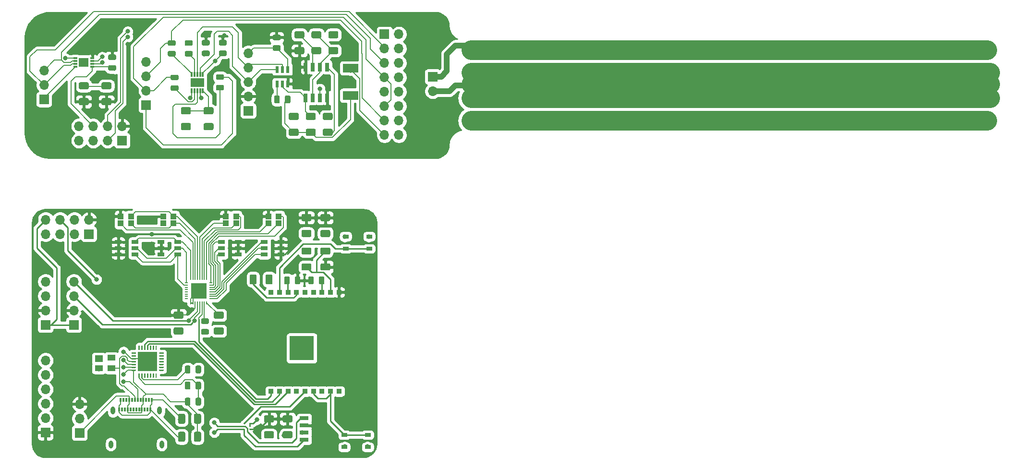
<source format=gbr>
%TF.GenerationSoftware,KiCad,Pcbnew,5.1.6*%
%TF.CreationDate,2020-07-08T20:14:40-07:00*%
%TF.ProjectId,plant_station,706c616e-745f-4737-9461-74696f6e2e6b,rev?*%
%TF.SameCoordinates,Original*%
%TF.FileFunction,Copper,L1,Top*%
%TF.FilePolarity,Positive*%
%FSLAX46Y46*%
G04 Gerber Fmt 4.6, Leading zero omitted, Abs format (unit mm)*
G04 Created by KiCad (PCBNEW 5.1.6) date 2020-07-08 20:14:40*
%MOMM*%
%LPD*%
G01*
G04 APERTURE LIST*
%TA.AperFunction,SMDPad,CuDef*%
%ADD10C,0.260000*%
%TD*%
%TA.AperFunction,SMDPad,CuDef*%
%ADD11R,2.700000X1.500000*%
%TD*%
%TA.AperFunction,SMDPad,CuDef*%
%ADD12R,0.650000X1.525000*%
%TD*%
%TA.AperFunction,SMDPad,CuDef*%
%ADD13R,0.600000X1.250000*%
%TD*%
%TA.AperFunction,SMDPad,CuDef*%
%ADD14R,0.300000X0.850000*%
%TD*%
%TA.AperFunction,SMDPad,CuDef*%
%ADD15R,2.400000X1.650000*%
%TD*%
%TA.AperFunction,SMDPad,CuDef*%
%ADD16R,1.800000X1.600000*%
%TD*%
%TA.AperFunction,SMDPad,CuDef*%
%ADD17R,0.800000X0.300000*%
%TD*%
%TA.AperFunction,ComponentPad*%
%ADD18R,1.700000X1.700000*%
%TD*%
%TA.AperFunction,ComponentPad*%
%ADD19O,1.700000X1.700000*%
%TD*%
%TA.AperFunction,SMDPad,CuDef*%
%ADD20R,1.400000X1.200000*%
%TD*%
%TA.AperFunction,SMDPad,CuDef*%
%ADD21R,1.400000X1.000000*%
%TD*%
%TA.AperFunction,SMDPad,CuDef*%
%ADD22R,1.600000X0.700000*%
%TD*%
%TA.AperFunction,SMDPad,CuDef*%
%ADD23R,1.000000X1.000000*%
%TD*%
%TA.AperFunction,SMDPad,CuDef*%
%ADD24R,1.300000X0.700000*%
%TD*%
%TA.AperFunction,SMDPad,CuDef*%
%ADD25R,0.500000X0.200000*%
%TD*%
%TA.AperFunction,SMDPad,CuDef*%
%ADD26R,0.200000X0.500000*%
%TD*%
%TA.AperFunction,SMDPad,CuDef*%
%ADD27R,2.800000X2.800000*%
%TD*%
%TA.AperFunction,ComponentPad*%
%ADD28O,0.800000X1.400000*%
%TD*%
%TA.AperFunction,SMDPad,CuDef*%
%ADD29R,0.300000X0.700000*%
%TD*%
%TA.AperFunction,SMDPad,CuDef*%
%ADD30R,1.050000X0.650000*%
%TD*%
%TA.AperFunction,SMDPad,CuDef*%
%ADD31R,3.350000X3.350000*%
%TD*%
%TA.AperFunction,SMDPad,CuDef*%
%ADD32R,0.912500X0.850000*%
%TD*%
%TA.AperFunction,SMDPad,CuDef*%
%ADD33R,4.300000X4.300000*%
%TD*%
%TA.AperFunction,ViaPad*%
%ADD34C,0.800000*%
%TD*%
%TA.AperFunction,ViaPad*%
%ADD35C,2.000000*%
%TD*%
%TA.AperFunction,Conductor*%
%ADD36C,0.190000*%
%TD*%
%TA.AperFunction,Conductor*%
%ADD37C,0.500000*%
%TD*%
%TA.AperFunction,Conductor*%
%ADD38C,0.200000*%
%TD*%
%TA.AperFunction,Conductor*%
%ADD39C,0.160000*%
%TD*%
%TA.AperFunction,Conductor*%
%ADD40C,0.250000*%
%TD*%
%TA.AperFunction,Conductor*%
%ADD41C,3.500000*%
%TD*%
%TA.AperFunction,Conductor*%
%ADD42C,1.000000*%
%TD*%
%TA.AperFunction,Conductor*%
%ADD43C,0.254000*%
%TD*%
G04 APERTURE END LIST*
D10*
%TO.P,U2,A1*%
%TO.N,+3V3*%
X78000000Y-104375000D03*
%TO.P,U2,B1*%
%TO.N,GND*%
X78000000Y-103875000D03*
%TO.P,U2,C1*%
X78000000Y-103375000D03*
%TO.P,U2,A2*%
%TO.N,/SDA*%
X77000000Y-104375000D03*
%TO.P,U2,B2*%
%TO.N,/SCL*%
X77000000Y-103875000D03*
%TO.P,U2,C2*%
%TO.N,/HDC_DRDY*%
X77000000Y-103375000D03*
%TD*%
%TO.P,C4,2*%
%TO.N,GND*%
%TA.AperFunction,SMDPad,CuDef*%
G36*
G01*
X89375000Y-49875000D02*
X88125000Y-49875000D01*
G75*
G02*
X87875000Y-49625000I0J250000D01*
G01*
X87875000Y-48875000D01*
G75*
G02*
X88125000Y-48625000I250000J0D01*
G01*
X89375000Y-48625000D01*
G75*
G02*
X89625000Y-48875000I0J-250000D01*
G01*
X89625000Y-49625000D01*
G75*
G02*
X89375000Y-49875000I-250000J0D01*
G01*
G37*
%TD.AperFunction*%
%TO.P,C4,1*%
%TO.N,Net-(C4-Pad1)*%
%TA.AperFunction,SMDPad,CuDef*%
G36*
G01*
X89375000Y-52675000D02*
X88125000Y-52675000D01*
G75*
G02*
X87875000Y-52425000I0J250000D01*
G01*
X87875000Y-51675000D01*
G75*
G02*
X88125000Y-51425000I250000J0D01*
G01*
X89375000Y-51425000D01*
G75*
G02*
X89625000Y-51675000I0J-250000D01*
G01*
X89625000Y-52425000D01*
G75*
G02*
X89375000Y-52675000I-250000J0D01*
G01*
G37*
%TD.AperFunction*%
%TD*%
%TO.P,C5,2*%
%TO.N,GND*%
%TA.AperFunction,SMDPad,CuDef*%
G36*
G01*
X92375000Y-49875000D02*
X91125000Y-49875000D01*
G75*
G02*
X90875000Y-49625000I0J250000D01*
G01*
X90875000Y-48875000D01*
G75*
G02*
X91125000Y-48625000I250000J0D01*
G01*
X92375000Y-48625000D01*
G75*
G02*
X92625000Y-48875000I0J-250000D01*
G01*
X92625000Y-49625000D01*
G75*
G02*
X92375000Y-49875000I-250000J0D01*
G01*
G37*
%TD.AperFunction*%
%TO.P,C5,1*%
%TO.N,Net-(C5-Pad1)*%
%TA.AperFunction,SMDPad,CuDef*%
G36*
G01*
X92375000Y-52675000D02*
X91125000Y-52675000D01*
G75*
G02*
X90875000Y-52425000I0J250000D01*
G01*
X90875000Y-51675000D01*
G75*
G02*
X91125000Y-51425000I250000J0D01*
G01*
X92375000Y-51425000D01*
G75*
G02*
X92625000Y-51675000I0J-250000D01*
G01*
X92625000Y-52425000D01*
G75*
G02*
X92375000Y-52675000I-250000J0D01*
G01*
G37*
%TD.AperFunction*%
%TD*%
%TO.P,C6,2*%
%TO.N,Net-(C6-Pad2)*%
%TA.AperFunction,SMDPad,CuDef*%
G36*
G01*
X67375000Y-48875000D02*
X66125000Y-48875000D01*
G75*
G02*
X65875000Y-48625000I0J250000D01*
G01*
X65875000Y-47875000D01*
G75*
G02*
X66125000Y-47625000I250000J0D01*
G01*
X67375000Y-47625000D01*
G75*
G02*
X67625000Y-47875000I0J-250000D01*
G01*
X67625000Y-48625000D01*
G75*
G02*
X67375000Y-48875000I-250000J0D01*
G01*
G37*
%TD.AperFunction*%
%TO.P,C6,1*%
%TO.N,GND*%
%TA.AperFunction,SMDPad,CuDef*%
G36*
G01*
X67375000Y-51675000D02*
X66125000Y-51675000D01*
G75*
G02*
X65875000Y-51425000I0J250000D01*
G01*
X65875000Y-50675000D01*
G75*
G02*
X66125000Y-50425000I250000J0D01*
G01*
X67375000Y-50425000D01*
G75*
G02*
X67625000Y-50675000I0J-250000D01*
G01*
X67625000Y-51425000D01*
G75*
G02*
X67375000Y-51675000I-250000J0D01*
G01*
G37*
%TD.AperFunction*%
%TD*%
%TO.P,C7,1*%
%TO.N,GND*%
%TA.AperFunction,SMDPad,CuDef*%
G36*
G01*
X71375000Y-51675000D02*
X70125000Y-51675000D01*
G75*
G02*
X69875000Y-51425000I0J250000D01*
G01*
X69875000Y-50675000D01*
G75*
G02*
X70125000Y-50425000I250000J0D01*
G01*
X71375000Y-50425000D01*
G75*
G02*
X71625000Y-50675000I0J-250000D01*
G01*
X71625000Y-51425000D01*
G75*
G02*
X71375000Y-51675000I-250000J0D01*
G01*
G37*
%TD.AperFunction*%
%TO.P,C7,2*%
%TO.N,Net-(C6-Pad2)*%
%TA.AperFunction,SMDPad,CuDef*%
G36*
G01*
X71375000Y-48875000D02*
X70125000Y-48875000D01*
G75*
G02*
X69875000Y-48625000I0J250000D01*
G01*
X69875000Y-47875000D01*
G75*
G02*
X70125000Y-47625000I250000J0D01*
G01*
X71375000Y-47625000D01*
G75*
G02*
X71625000Y-47875000I0J-250000D01*
G01*
X71625000Y-48625000D01*
G75*
G02*
X71375000Y-48875000I-250000J0D01*
G01*
G37*
%TD.AperFunction*%
%TD*%
%TO.P,Cdec1,1*%
%TO.N,+3V3*%
%TA.AperFunction,SMDPad,CuDef*%
G36*
G01*
X53375000Y-47275000D02*
X52125000Y-47275000D01*
G75*
G02*
X51875000Y-47025000I0J250000D01*
G01*
X51875000Y-46275000D01*
G75*
G02*
X52125000Y-46025000I250000J0D01*
G01*
X53375000Y-46025000D01*
G75*
G02*
X53625000Y-46275000I0J-250000D01*
G01*
X53625000Y-47025000D01*
G75*
G02*
X53375000Y-47275000I-250000J0D01*
G01*
G37*
%TD.AperFunction*%
%TO.P,Cdec1,2*%
%TO.N,GND*%
%TA.AperFunction,SMDPad,CuDef*%
G36*
G01*
X53375000Y-44475000D02*
X52125000Y-44475000D01*
G75*
G02*
X51875000Y-44225000I0J250000D01*
G01*
X51875000Y-43475000D01*
G75*
G02*
X52125000Y-43225000I250000J0D01*
G01*
X53375000Y-43225000D01*
G75*
G02*
X53625000Y-43475000I0J-250000D01*
G01*
X53625000Y-44225000D01*
G75*
G02*
X53375000Y-44475000I-250000J0D01*
G01*
G37*
%TD.AperFunction*%
%TD*%
%TO.P,Cdec2,1*%
%TO.N,+3V3*%
%TA.AperFunction,SMDPad,CuDef*%
G36*
G01*
X49375000Y-47275000D02*
X48125000Y-47275000D01*
G75*
G02*
X47875000Y-47025000I0J250000D01*
G01*
X47875000Y-46275000D01*
G75*
G02*
X48125000Y-46025000I250000J0D01*
G01*
X49375000Y-46025000D01*
G75*
G02*
X49625000Y-46275000I0J-250000D01*
G01*
X49625000Y-47025000D01*
G75*
G02*
X49375000Y-47275000I-250000J0D01*
G01*
G37*
%TD.AperFunction*%
%TO.P,Cdec2,2*%
%TO.N,GND*%
%TA.AperFunction,SMDPad,CuDef*%
G36*
G01*
X49375000Y-44475000D02*
X48125000Y-44475000D01*
G75*
G02*
X47875000Y-44225000I0J250000D01*
G01*
X47875000Y-43475000D01*
G75*
G02*
X48125000Y-43225000I250000J0D01*
G01*
X49375000Y-43225000D01*
G75*
G02*
X49625000Y-43475000I0J-250000D01*
G01*
X49625000Y-44225000D01*
G75*
G02*
X49375000Y-44475000I-250000J0D01*
G01*
G37*
%TD.AperFunction*%
%TD*%
%TO.P,Cref1,2*%
%TO.N,GND*%
%TA.AperFunction,SMDPad,CuDef*%
G36*
G01*
X93375000Y-35475000D02*
X92125000Y-35475000D01*
G75*
G02*
X91875000Y-35225000I0J250000D01*
G01*
X91875000Y-34475000D01*
G75*
G02*
X92125000Y-34225000I250000J0D01*
G01*
X93375000Y-34225000D01*
G75*
G02*
X93625000Y-34475000I0J-250000D01*
G01*
X93625000Y-35225000D01*
G75*
G02*
X93375000Y-35475000I-250000J0D01*
G01*
G37*
%TD.AperFunction*%
%TO.P,Cref1,1*%
%TO.N,Net-(Cref1-Pad1)*%
%TA.AperFunction,SMDPad,CuDef*%
G36*
G01*
X93375000Y-38275000D02*
X92125000Y-38275000D01*
G75*
G02*
X91875000Y-38025000I0J250000D01*
G01*
X91875000Y-37275000D01*
G75*
G02*
X92125000Y-37025000I250000J0D01*
G01*
X93375000Y-37025000D01*
G75*
G02*
X93625000Y-37275000I0J-250000D01*
G01*
X93625000Y-38025000D01*
G75*
G02*
X93375000Y-38275000I-250000J0D01*
G01*
G37*
%TD.AperFunction*%
%TD*%
D11*
%TO.P,D1,1*%
%TO.N,Net-(C4-Pad1)*%
X95750000Y-45550000D03*
%TO.P,D1,2*%
%TO.N,Net-(D1-Pad2)*%
X95750000Y-40750000D03*
%TD*%
D12*
%TO.P,IC3,1*%
%TO.N,GND*%
X87845000Y-45962000D03*
%TO.P,IC3,2*%
%TO.N,Net-(Cref1-Pad1)*%
X89115000Y-45962000D03*
%TO.P,IC3,3*%
%TO.N,Net-(D1-Pad2)*%
X90385000Y-45962000D03*
%TO.P,IC3,4*%
%TO.N,+3V3*%
X91655000Y-45962000D03*
%TO.P,IC3,5*%
%TO.N,Net-(C5-Pad1)*%
X91655000Y-40538000D03*
%TO.P,IC3,6*%
%TO.N,Net-(Cref1-Pad1)*%
X90385000Y-40538000D03*
%TO.P,IC3,7*%
%TO.N,Net-(IC3-Pad7)*%
X89115000Y-40538000D03*
%TO.P,IC3,8*%
%TO.N,+3V3*%
X87845000Y-40538000D03*
%TD*%
D13*
%TO.P,IC4,1*%
%TO.N,Net-(IC4-Pad1)*%
X82800000Y-43500000D03*
%TO.P,IC4,2*%
%TO.N,GND*%
X83750000Y-43500000D03*
%TO.P,IC4,3*%
%TO.N,+3V3*%
X84700000Y-43500000D03*
%TO.P,IC4,4*%
%TO.N,/555_ALERT*%
X84700000Y-41000000D03*
%TO.P,IC4,5*%
%TO.N,/SCL*%
X83750000Y-41000000D03*
%TO.P,IC4,6*%
%TO.N,/SDA*%
X82800000Y-41000000D03*
%TD*%
D14*
%TO.P,IC5,1*%
%TO.N,GND*%
X67750000Y-44700000D03*
%TO.P,IC5,2*%
%TO.N,Net-(IC5-Pad2)*%
X68250000Y-44700000D03*
%TO.P,IC5,3*%
%TO.N,Net-(IC5-Pad3)*%
X68750000Y-44700000D03*
%TO.P,IC5,4*%
%TO.N,Net-(IC5-Pad4)*%
X69250000Y-44700000D03*
%TO.P,IC5,5*%
%TO.N,Net-(C6-Pad2)*%
X69750000Y-44700000D03*
%TO.P,IC5,6*%
%TO.N,/IQS_RDY*%
X69750000Y-41800000D03*
%TO.P,IC5,7*%
%TO.N,/SDA*%
X69250000Y-41800000D03*
%TO.P,IC5,8*%
%TO.N,/SCL*%
X68750000Y-41800000D03*
%TO.P,IC5,9*%
%TO.N,Net-(IC5-Pad9)*%
X68250000Y-41800000D03*
%TO.P,IC5,10*%
%TO.N,Net-(IC5-Pad10)*%
X67750000Y-41800000D03*
D15*
%TO.P,IC5,11*%
%TO.N,Net-(IC5-Pad11)*%
X68750000Y-43250000D03*
%TD*%
D16*
%TO.P,IC6,9*%
%TO.N,Net-(IC6-Pad9)*%
X48750000Y-39750000D03*
D17*
%TO.P,IC6,8*%
%TO.N,Net-(IC6-Pad8)*%
X47250000Y-40500000D03*
%TO.P,IC6,7*%
%TO.N,Net-(IC6-Pad7)*%
X47250000Y-40000000D03*
%TO.P,IC6,6*%
%TO.N,Net-(IC6-Pad6)*%
X47250000Y-39500000D03*
%TO.P,IC6,5*%
%TO.N,GND*%
X47250000Y-39000000D03*
%TO.P,IC6,4*%
%TO.N,+3V3*%
X50250000Y-39000000D03*
%TO.P,IC6,3*%
%TO.N,/SCL*%
X50250000Y-39500000D03*
%TO.P,IC6,2*%
%TO.N,/SDA*%
X50250000Y-40000000D03*
%TO.P,IC6,1*%
%TO.N,/CAP_ALERT*%
X50250000Y-40500000D03*
%TD*%
D18*
%TO.P,J1,1*%
%TO.N,GND*%
X77750000Y-48250000D03*
D19*
%TO.P,J1,2*%
%TO.N,+3V3*%
X77750000Y-45710000D03*
%TO.P,J1,3*%
%TO.N,/SDA*%
X77750000Y-43170000D03*
%TO.P,J1,4*%
%TO.N,/SCL*%
X77750000Y-40630000D03*
%TO.P,J1,5*%
%TO.N,/555_ALERT*%
X77750000Y-38090000D03*
%TD*%
D18*
%TO.P,J2,1*%
%TO.N,Net-(J2-Pad1)*%
X59750000Y-47250000D03*
D19*
%TO.P,J2,2*%
%TO.N,Net-(J2-Pad2)*%
X59750000Y-44710000D03*
%TO.P,J2,3*%
%TO.N,Net-(J2-Pad3)*%
X59750000Y-42170000D03*
%TO.P,J2,4*%
%TO.N,Net-(J2-Pad4)*%
X59750000Y-39630000D03*
%TD*%
D18*
%TO.P,J3,1*%
%TO.N,GND*%
X101750000Y-34750000D03*
D19*
%TO.P,J3,2*%
%TO.N,/MoistureSensor01/Sensor_Outside*%
X104290000Y-34750000D03*
%TO.P,J3,3*%
%TO.N,Net-(IC6-Pad7)*%
X101750000Y-37290000D03*
%TO.P,J3,4*%
%TO.N,/MoistureSensor01/Sensor_Outside*%
X104290000Y-37290000D03*
%TO.P,J3,5*%
%TO.N,Net-(IC6-Pad6)*%
X101750000Y-39830000D03*
%TO.P,J3,6*%
%TO.N,/MoistureSensor01/Sensor_Outside*%
X104290000Y-39830000D03*
%TO.P,J3,7*%
%TO.N,Net-(J2-Pad2)*%
X101750000Y-42370000D03*
%TO.P,J3,8*%
%TO.N,/MoistureSensor01/Sensor_Outside*%
X104290000Y-42370000D03*
%TO.P,J3,9*%
%TO.N,Net-(IC6-Pad7)*%
X101750000Y-44910000D03*
%TO.P,J3,10*%
%TO.N,/MoistureSensor01/Sensor_Inside*%
X104290000Y-44910000D03*
%TO.P,J3,11*%
%TO.N,Net-(J2-Pad2)*%
X101750000Y-47450000D03*
%TO.P,J3,12*%
%TO.N,/MoistureSensor01/Sensor_Inside*%
X104290000Y-47450000D03*
%TO.P,J3,13*%
%TO.N,Net-(J2-Pad3)*%
X101750000Y-49990000D03*
%TO.P,J3,14*%
%TO.N,/MoistureSensor01/Sensor_Inside*%
X104290000Y-49990000D03*
%TO.P,J3,15*%
%TO.N,Net-(D1-Pad2)*%
X101750000Y-52530000D03*
%TO.P,J3,16*%
%TO.N,/MoistureSensor01/Sensor_Inside*%
X104290000Y-52530000D03*
%TD*%
D18*
%TO.P,J4,1*%
%TO.N,/MoistureSensor01/Sensor_Outside*%
X110250000Y-42250000D03*
D19*
%TO.P,J4,2*%
%TO.N,/MoistureSensor01/Sensor_Inside*%
X110250000Y-44790000D03*
%TD*%
D18*
%TO.P,J5,1*%
%TO.N,Net-(IC6-Pad8)*%
X41750000Y-46250000D03*
D19*
%TO.P,J5,2*%
%TO.N,Net-(IC6-Pad7)*%
X41750000Y-43710000D03*
%TO.P,J5,3*%
%TO.N,Net-(IC6-Pad6)*%
X41750000Y-41170000D03*
%TD*%
%TO.P,R4,1*%
%TO.N,Net-(C4-Pad1)*%
%TA.AperFunction,SMDPad,CuDef*%
G36*
G01*
X86375000Y-52675000D02*
X85125000Y-52675000D01*
G75*
G02*
X84875000Y-52425000I0J250000D01*
G01*
X84875000Y-51675000D01*
G75*
G02*
X85125000Y-51425000I250000J0D01*
G01*
X86375000Y-51425000D01*
G75*
G02*
X86625000Y-51675000I0J-250000D01*
G01*
X86625000Y-52425000D01*
G75*
G02*
X86375000Y-52675000I-250000J0D01*
G01*
G37*
%TD.AperFunction*%
%TO.P,R4,2*%
%TO.N,GND*%
%TA.AperFunction,SMDPad,CuDef*%
G36*
G01*
X86375000Y-49875000D02*
X85125000Y-49875000D01*
G75*
G02*
X84875000Y-49625000I0J250000D01*
G01*
X84875000Y-48875000D01*
G75*
G02*
X85125000Y-48625000I250000J0D01*
G01*
X86375000Y-48625000D01*
G75*
G02*
X86625000Y-48875000I0J-250000D01*
G01*
X86625000Y-49625000D01*
G75*
G02*
X86375000Y-49875000I-250000J0D01*
G01*
G37*
%TD.AperFunction*%
%TD*%
%TO.P,R5,1*%
%TO.N,Net-(IC4-Pad1)*%
%TA.AperFunction,SMDPad,CuDef*%
G36*
G01*
X82325000Y-46706250D02*
X82325000Y-45793750D01*
G75*
G02*
X82568750Y-45550000I243750J0D01*
G01*
X83056250Y-45550000D01*
G75*
G02*
X83300000Y-45793750I0J-243750D01*
G01*
X83300000Y-46706250D01*
G75*
G02*
X83056250Y-46950000I-243750J0D01*
G01*
X82568750Y-46950000D01*
G75*
G02*
X82325000Y-46706250I0J243750D01*
G01*
G37*
%TD.AperFunction*%
%TO.P,R5,2*%
%TO.N,Net-(C4-Pad1)*%
%TA.AperFunction,SMDPad,CuDef*%
G36*
G01*
X84200000Y-46706250D02*
X84200000Y-45793750D01*
G75*
G02*
X84443750Y-45550000I243750J0D01*
G01*
X84931250Y-45550000D01*
G75*
G02*
X85175000Y-45793750I0J-243750D01*
G01*
X85175000Y-46706250D01*
G75*
G02*
X84931250Y-46950000I-243750J0D01*
G01*
X84443750Y-46950000D01*
G75*
G02*
X84200000Y-46706250I0J243750D01*
G01*
G37*
%TD.AperFunction*%
%TD*%
%TO.P,R6,2*%
%TO.N,+3V3*%
%TA.AperFunction,SMDPad,CuDef*%
G36*
G01*
X83206250Y-35800000D02*
X82293750Y-35800000D01*
G75*
G02*
X82050000Y-35556250I0J243750D01*
G01*
X82050000Y-35068750D01*
G75*
G02*
X82293750Y-34825000I243750J0D01*
G01*
X83206250Y-34825000D01*
G75*
G02*
X83450000Y-35068750I0J-243750D01*
G01*
X83450000Y-35556250D01*
G75*
G02*
X83206250Y-35800000I-243750J0D01*
G01*
G37*
%TD.AperFunction*%
%TO.P,R6,1*%
%TO.N,/555_ALERT*%
%TA.AperFunction,SMDPad,CuDef*%
G36*
G01*
X83206250Y-37675000D02*
X82293750Y-37675000D01*
G75*
G02*
X82050000Y-37431250I0J243750D01*
G01*
X82050000Y-36943750D01*
G75*
G02*
X82293750Y-36700000I243750J0D01*
G01*
X83206250Y-36700000D01*
G75*
G02*
X83450000Y-36943750I0J-243750D01*
G01*
X83450000Y-37431250D01*
G75*
G02*
X83206250Y-37675000I-243750J0D01*
G01*
G37*
%TD.AperFunction*%
%TD*%
%TO.P,R7,1*%
%TO.N,Net-(IC5-Pad9)*%
%TA.AperFunction,SMDPad,CuDef*%
G36*
G01*
X67706250Y-38675000D02*
X66793750Y-38675000D01*
G75*
G02*
X66550000Y-38431250I0J243750D01*
G01*
X66550000Y-37943750D01*
G75*
G02*
X66793750Y-37700000I243750J0D01*
G01*
X67706250Y-37700000D01*
G75*
G02*
X67950000Y-37943750I0J-243750D01*
G01*
X67950000Y-38431250D01*
G75*
G02*
X67706250Y-38675000I-243750J0D01*
G01*
G37*
%TD.AperFunction*%
%TO.P,R7,2*%
%TO.N,Net-(J2-Pad4)*%
%TA.AperFunction,SMDPad,CuDef*%
G36*
G01*
X67706250Y-36800000D02*
X66793750Y-36800000D01*
G75*
G02*
X66550000Y-36556250I0J243750D01*
G01*
X66550000Y-36068750D01*
G75*
G02*
X66793750Y-35825000I243750J0D01*
G01*
X67706250Y-35825000D01*
G75*
G02*
X67950000Y-36068750I0J-243750D01*
G01*
X67950000Y-36556250D01*
G75*
G02*
X67706250Y-36800000I-243750J0D01*
G01*
G37*
%TD.AperFunction*%
%TD*%
%TO.P,R8,1*%
%TO.N,Net-(IC5-Pad10)*%
%TA.AperFunction,SMDPad,CuDef*%
G36*
G01*
X64706250Y-38675000D02*
X63793750Y-38675000D01*
G75*
G02*
X63550000Y-38431250I0J243750D01*
G01*
X63550000Y-37943750D01*
G75*
G02*
X63793750Y-37700000I243750J0D01*
G01*
X64706250Y-37700000D01*
G75*
G02*
X64950000Y-37943750I0J-243750D01*
G01*
X64950000Y-38431250D01*
G75*
G02*
X64706250Y-38675000I-243750J0D01*
G01*
G37*
%TD.AperFunction*%
%TO.P,R8,2*%
%TO.N,Net-(J2-Pad3)*%
%TA.AperFunction,SMDPad,CuDef*%
G36*
G01*
X64706250Y-36800000D02*
X63793750Y-36800000D01*
G75*
G02*
X63550000Y-36556250I0J243750D01*
G01*
X63550000Y-36068750D01*
G75*
G02*
X63793750Y-35825000I243750J0D01*
G01*
X64706250Y-35825000D01*
G75*
G02*
X64950000Y-36068750I0J-243750D01*
G01*
X64950000Y-36556250D01*
G75*
G02*
X64706250Y-36800000I-243750J0D01*
G01*
G37*
%TD.AperFunction*%
%TD*%
%TO.P,R9,1*%
%TO.N,Net-(IC5-Pad2)*%
%TA.AperFunction,SMDPad,CuDef*%
G36*
G01*
X65206250Y-44737500D02*
X64293750Y-44737500D01*
G75*
G02*
X64050000Y-44493750I0J243750D01*
G01*
X64050000Y-44006250D01*
G75*
G02*
X64293750Y-43762500I243750J0D01*
G01*
X65206250Y-43762500D01*
G75*
G02*
X65450000Y-44006250I0J-243750D01*
G01*
X65450000Y-44493750D01*
G75*
G02*
X65206250Y-44737500I-243750J0D01*
G01*
G37*
%TD.AperFunction*%
%TO.P,R9,2*%
%TO.N,Net-(J2-Pad2)*%
%TA.AperFunction,SMDPad,CuDef*%
G36*
G01*
X65206250Y-42862500D02*
X64293750Y-42862500D01*
G75*
G02*
X64050000Y-42618750I0J243750D01*
G01*
X64050000Y-42131250D01*
G75*
G02*
X64293750Y-41887500I243750J0D01*
G01*
X65206250Y-41887500D01*
G75*
G02*
X65450000Y-42131250I0J-243750D01*
G01*
X65450000Y-42618750D01*
G75*
G02*
X65206250Y-42862500I-243750J0D01*
G01*
G37*
%TD.AperFunction*%
%TD*%
%TO.P,R10,2*%
%TO.N,Net-(J2-Pad1)*%
%TA.AperFunction,SMDPad,CuDef*%
G36*
G01*
X73206250Y-42800000D02*
X72293750Y-42800000D01*
G75*
G02*
X72050000Y-42556250I0J243750D01*
G01*
X72050000Y-42068750D01*
G75*
G02*
X72293750Y-41825000I243750J0D01*
G01*
X73206250Y-41825000D01*
G75*
G02*
X73450000Y-42068750I0J-243750D01*
G01*
X73450000Y-42556250D01*
G75*
G02*
X73206250Y-42800000I-243750J0D01*
G01*
G37*
%TD.AperFunction*%
%TO.P,R10,1*%
%TO.N,Net-(IC5-Pad3)*%
%TA.AperFunction,SMDPad,CuDef*%
G36*
G01*
X73206250Y-44675000D02*
X72293750Y-44675000D01*
G75*
G02*
X72050000Y-44431250I0J243750D01*
G01*
X72050000Y-43943750D01*
G75*
G02*
X72293750Y-43700000I243750J0D01*
G01*
X73206250Y-43700000D01*
G75*
G02*
X73450000Y-43943750I0J-243750D01*
G01*
X73450000Y-44431250D01*
G75*
G02*
X73206250Y-44675000I-243750J0D01*
G01*
G37*
%TD.AperFunction*%
%TD*%
%TO.P,R11,2*%
%TO.N,+3V3*%
%TA.AperFunction,SMDPad,CuDef*%
G36*
G01*
X70706250Y-36737500D02*
X69793750Y-36737500D01*
G75*
G02*
X69550000Y-36493750I0J243750D01*
G01*
X69550000Y-36006250D01*
G75*
G02*
X69793750Y-35762500I243750J0D01*
G01*
X70706250Y-35762500D01*
G75*
G02*
X70950000Y-36006250I0J-243750D01*
G01*
X70950000Y-36493750D01*
G75*
G02*
X70706250Y-36737500I-243750J0D01*
G01*
G37*
%TD.AperFunction*%
%TO.P,R11,1*%
%TO.N,Net-(IC5-Pad4)*%
%TA.AperFunction,SMDPad,CuDef*%
G36*
G01*
X70706250Y-38612500D02*
X69793750Y-38612500D01*
G75*
G02*
X69550000Y-38368750I0J243750D01*
G01*
X69550000Y-37881250D01*
G75*
G02*
X69793750Y-37637500I243750J0D01*
G01*
X70706250Y-37637500D01*
G75*
G02*
X70950000Y-37881250I0J-243750D01*
G01*
X70950000Y-38368750D01*
G75*
G02*
X70706250Y-38612500I-243750J0D01*
G01*
G37*
%TD.AperFunction*%
%TD*%
%TO.P,R12,2*%
%TO.N,/IQS_RDY*%
%TA.AperFunction,SMDPad,CuDef*%
G36*
G01*
X72793750Y-37637500D02*
X73706250Y-37637500D01*
G75*
G02*
X73950000Y-37881250I0J-243750D01*
G01*
X73950000Y-38368750D01*
G75*
G02*
X73706250Y-38612500I-243750J0D01*
G01*
X72793750Y-38612500D01*
G75*
G02*
X72550000Y-38368750I0J243750D01*
G01*
X72550000Y-37881250D01*
G75*
G02*
X72793750Y-37637500I243750J0D01*
G01*
G37*
%TD.AperFunction*%
%TO.P,R12,1*%
%TO.N,+3V3*%
%TA.AperFunction,SMDPad,CuDef*%
G36*
G01*
X72793750Y-35762500D02*
X73706250Y-35762500D01*
G75*
G02*
X73950000Y-36006250I0J-243750D01*
G01*
X73950000Y-36493750D01*
G75*
G02*
X73706250Y-36737500I-243750J0D01*
G01*
X72793750Y-36737500D01*
G75*
G02*
X72550000Y-36493750I0J243750D01*
G01*
X72550000Y-36006250D01*
G75*
G02*
X72793750Y-35762500I243750J0D01*
G01*
G37*
%TD.AperFunction*%
%TD*%
%TO.P,R13,1*%
%TO.N,+3V3*%
%TA.AperFunction,SMDPad,CuDef*%
G36*
G01*
X53293750Y-38325000D02*
X54206250Y-38325000D01*
G75*
G02*
X54450000Y-38568750I0J-243750D01*
G01*
X54450000Y-39056250D01*
G75*
G02*
X54206250Y-39300000I-243750J0D01*
G01*
X53293750Y-39300000D01*
G75*
G02*
X53050000Y-39056250I0J243750D01*
G01*
X53050000Y-38568750D01*
G75*
G02*
X53293750Y-38325000I243750J0D01*
G01*
G37*
%TD.AperFunction*%
%TO.P,R13,2*%
%TO.N,/CAP_ALERT*%
%TA.AperFunction,SMDPad,CuDef*%
G36*
G01*
X53293750Y-40200000D02*
X54206250Y-40200000D01*
G75*
G02*
X54450000Y-40443750I0J-243750D01*
G01*
X54450000Y-40931250D01*
G75*
G02*
X54206250Y-41175000I-243750J0D01*
G01*
X53293750Y-41175000D01*
G75*
G02*
X53050000Y-40931250I0J243750D01*
G01*
X53050000Y-40443750D01*
G75*
G02*
X53293750Y-40200000I243750J0D01*
G01*
G37*
%TD.AperFunction*%
%TD*%
%TO.P,Ra1,2*%
%TO.N,Net-(IC3-Pad7)*%
%TA.AperFunction,SMDPad,CuDef*%
G36*
G01*
X87375000Y-35475000D02*
X86125000Y-35475000D01*
G75*
G02*
X85875000Y-35225000I0J250000D01*
G01*
X85875000Y-34475000D01*
G75*
G02*
X86125000Y-34225000I250000J0D01*
G01*
X87375000Y-34225000D01*
G75*
G02*
X87625000Y-34475000I0J-250000D01*
G01*
X87625000Y-35225000D01*
G75*
G02*
X87375000Y-35475000I-250000J0D01*
G01*
G37*
%TD.AperFunction*%
%TO.P,Ra1,1*%
%TO.N,+3V3*%
%TA.AperFunction,SMDPad,CuDef*%
G36*
G01*
X87375000Y-38275000D02*
X86125000Y-38275000D01*
G75*
G02*
X85875000Y-38025000I0J250000D01*
G01*
X85875000Y-37275000D01*
G75*
G02*
X86125000Y-37025000I250000J0D01*
G01*
X87375000Y-37025000D01*
G75*
G02*
X87625000Y-37275000I0J-250000D01*
G01*
X87625000Y-38025000D01*
G75*
G02*
X87375000Y-38275000I-250000J0D01*
G01*
G37*
%TD.AperFunction*%
%TD*%
%TO.P,Rb1,1*%
%TO.N,Net-(IC3-Pad7)*%
%TA.AperFunction,SMDPad,CuDef*%
G36*
G01*
X90375000Y-38275000D02*
X89125000Y-38275000D01*
G75*
G02*
X88875000Y-38025000I0J250000D01*
G01*
X88875000Y-37275000D01*
G75*
G02*
X89125000Y-37025000I250000J0D01*
G01*
X90375000Y-37025000D01*
G75*
G02*
X90625000Y-37275000I0J-250000D01*
G01*
X90625000Y-38025000D01*
G75*
G02*
X90375000Y-38275000I-250000J0D01*
G01*
G37*
%TD.AperFunction*%
%TO.P,Rb1,2*%
%TO.N,Net-(Cref1-Pad1)*%
%TA.AperFunction,SMDPad,CuDef*%
G36*
G01*
X90375000Y-35475000D02*
X89125000Y-35475000D01*
G75*
G02*
X88875000Y-35225000I0J250000D01*
G01*
X88875000Y-34475000D01*
G75*
G02*
X89125000Y-34225000I250000J0D01*
G01*
X90375000Y-34225000D01*
G75*
G02*
X90625000Y-34475000I0J-250000D01*
G01*
X90625000Y-35225000D01*
G75*
G02*
X90375000Y-35475000I-250000J0D01*
G01*
G37*
%TD.AperFunction*%
%TD*%
D18*
%TO.P,BME1,1*%
%TO.N,+3V3*%
X42000000Y-105000000D03*
D19*
%TO.P,BME1,2*%
%TO.N,GND*%
X42000000Y-102460000D03*
%TO.P,BME1,3*%
%TO.N,/SCL*%
X42000000Y-99920000D03*
%TO.P,BME1,4*%
%TO.N,/SDA*%
X42000000Y-97380000D03*
%TO.P,BME1,5*%
%TO.N,Net-(BME1-Pad5)*%
X42000000Y-94840000D03*
%TO.P,BME1,6*%
%TO.N,Net-(BME1-Pad6)*%
X42000000Y-92300000D03*
%TD*%
%TO.P,C1,1*%
%TO.N,Net-(C1-Pad1)*%
%TA.AperFunction,SMDPad,CuDef*%
G36*
G01*
X71925000Y-83675000D02*
X73175000Y-83675000D01*
G75*
G02*
X73425000Y-83925000I0J-250000D01*
G01*
X73425000Y-84675000D01*
G75*
G02*
X73175000Y-84925000I-250000J0D01*
G01*
X71925000Y-84925000D01*
G75*
G02*
X71675000Y-84675000I0J250000D01*
G01*
X71675000Y-83925000D01*
G75*
G02*
X71925000Y-83675000I250000J0D01*
G01*
G37*
%TD.AperFunction*%
%TO.P,C1,2*%
%TO.N,GND*%
%TA.AperFunction,SMDPad,CuDef*%
G36*
G01*
X71925000Y-86475000D02*
X73175000Y-86475000D01*
G75*
G02*
X73425000Y-86725000I0J-250000D01*
G01*
X73425000Y-87475000D01*
G75*
G02*
X73175000Y-87725000I-250000J0D01*
G01*
X71925000Y-87725000D01*
G75*
G02*
X71675000Y-87475000I0J250000D01*
G01*
X71675000Y-86725000D01*
G75*
G02*
X71925000Y-86475000I250000J0D01*
G01*
G37*
%TD.AperFunction*%
%TD*%
%TO.P,C2,2*%
%TO.N,+3V3*%
%TA.AperFunction,SMDPad,CuDef*%
G36*
G01*
X66075000Y-84925000D02*
X64825000Y-84925000D01*
G75*
G02*
X64575000Y-84675000I0J250000D01*
G01*
X64575000Y-83925000D01*
G75*
G02*
X64825000Y-83675000I250000J0D01*
G01*
X66075000Y-83675000D01*
G75*
G02*
X66325000Y-83925000I0J-250000D01*
G01*
X66325000Y-84675000D01*
G75*
G02*
X66075000Y-84925000I-250000J0D01*
G01*
G37*
%TD.AperFunction*%
%TO.P,C2,1*%
%TO.N,GND*%
%TA.AperFunction,SMDPad,CuDef*%
G36*
G01*
X66075000Y-87725000D02*
X64825000Y-87725000D01*
G75*
G02*
X64575000Y-87475000I0J250000D01*
G01*
X64575000Y-86725000D01*
G75*
G02*
X64825000Y-86475000I250000J0D01*
G01*
X66075000Y-86475000D01*
G75*
G02*
X66325000Y-86725000I0J-250000D01*
G01*
X66325000Y-87475000D01*
G75*
G02*
X66075000Y-87725000I-250000J0D01*
G01*
G37*
%TD.AperFunction*%
%TD*%
%TO.P,Cdec3,2*%
%TO.N,GND*%
%TA.AperFunction,SMDPad,CuDef*%
G36*
G01*
X84048750Y-104775000D02*
X85298750Y-104775000D01*
G75*
G02*
X85548750Y-105025000I0J-250000D01*
G01*
X85548750Y-105775000D01*
G75*
G02*
X85298750Y-106025000I-250000J0D01*
G01*
X84048750Y-106025000D01*
G75*
G02*
X83798750Y-105775000I0J250000D01*
G01*
X83798750Y-105025000D01*
G75*
G02*
X84048750Y-104775000I250000J0D01*
G01*
G37*
%TD.AperFunction*%
%TO.P,Cdec3,1*%
%TO.N,+3V3*%
%TA.AperFunction,SMDPad,CuDef*%
G36*
G01*
X84048750Y-101975000D02*
X85298750Y-101975000D01*
G75*
G02*
X85548750Y-102225000I0J-250000D01*
G01*
X85548750Y-102975000D01*
G75*
G02*
X85298750Y-103225000I-250000J0D01*
G01*
X84048750Y-103225000D01*
G75*
G02*
X83798750Y-102975000I0J250000D01*
G01*
X83798750Y-102225000D01*
G75*
G02*
X84048750Y-101975000I250000J0D01*
G01*
G37*
%TD.AperFunction*%
%TD*%
%TO.P,Cdec4,1*%
%TO.N,+3V3*%
%TA.AperFunction,SMDPad,CuDef*%
G36*
G01*
X80777500Y-101975000D02*
X82027500Y-101975000D01*
G75*
G02*
X82277500Y-102225000I0J-250000D01*
G01*
X82277500Y-102975000D01*
G75*
G02*
X82027500Y-103225000I-250000J0D01*
G01*
X80777500Y-103225000D01*
G75*
G02*
X80527500Y-102975000I0J250000D01*
G01*
X80527500Y-102225000D01*
G75*
G02*
X80777500Y-101975000I250000J0D01*
G01*
G37*
%TD.AperFunction*%
%TO.P,Cdec4,2*%
%TO.N,GND*%
%TA.AperFunction,SMDPad,CuDef*%
G36*
G01*
X80777500Y-104775000D02*
X82027500Y-104775000D01*
G75*
G02*
X82277500Y-105025000I0J-250000D01*
G01*
X82277500Y-105775000D01*
G75*
G02*
X82027500Y-106025000I-250000J0D01*
G01*
X80777500Y-106025000D01*
G75*
G02*
X80527500Y-105775000I0J250000D01*
G01*
X80527500Y-105025000D01*
G75*
G02*
X80777500Y-104775000I250000J0D01*
G01*
G37*
%TD.AperFunction*%
%TD*%
%TO.P,Cdec5,2*%
%TO.N,GND*%
%TA.AperFunction,SMDPad,CuDef*%
G36*
G01*
X66625000Y-105125000D02*
X66625000Y-106375000D01*
G75*
G02*
X66375000Y-106625000I-250000J0D01*
G01*
X65625000Y-106625000D01*
G75*
G02*
X65375000Y-106375000I0J250000D01*
G01*
X65375000Y-105125000D01*
G75*
G02*
X65625000Y-104875000I250000J0D01*
G01*
X66375000Y-104875000D01*
G75*
G02*
X66625000Y-105125000I0J-250000D01*
G01*
G37*
%TD.AperFunction*%
%TO.P,Cdec5,1*%
%TO.N,Net-(Cdec5-Pad1)*%
%TA.AperFunction,SMDPad,CuDef*%
G36*
G01*
X69425000Y-105125000D02*
X69425000Y-106375000D01*
G75*
G02*
X69175000Y-106625000I-250000J0D01*
G01*
X68425000Y-106625000D01*
G75*
G02*
X68175000Y-106375000I0J250000D01*
G01*
X68175000Y-105125000D01*
G75*
G02*
X68425000Y-104875000I250000J0D01*
G01*
X69175000Y-104875000D01*
G75*
G02*
X69425000Y-105125000I0J-250000D01*
G01*
G37*
%TD.AperFunction*%
%TD*%
%TO.P,Cdec6,1*%
%TO.N,Net-(Cdec5-Pad1)*%
%TA.AperFunction,SMDPad,CuDef*%
G36*
G01*
X69425000Y-101945353D02*
X69425000Y-103195353D01*
G75*
G02*
X69175000Y-103445353I-250000J0D01*
G01*
X68425000Y-103445353D01*
G75*
G02*
X68175000Y-103195353I0J250000D01*
G01*
X68175000Y-101945353D01*
G75*
G02*
X68425000Y-101695353I250000J0D01*
G01*
X69175000Y-101695353D01*
G75*
G02*
X69425000Y-101945353I0J-250000D01*
G01*
G37*
%TD.AperFunction*%
%TO.P,Cdec6,2*%
%TO.N,GND*%
%TA.AperFunction,SMDPad,CuDef*%
G36*
G01*
X66625000Y-101945353D02*
X66625000Y-103195353D01*
G75*
G02*
X66375000Y-103445353I-250000J0D01*
G01*
X65625000Y-103445353D01*
G75*
G02*
X65375000Y-103195353I0J250000D01*
G01*
X65375000Y-101945353D01*
G75*
G02*
X65625000Y-101695353I250000J0D01*
G01*
X66375000Y-101695353D01*
G75*
G02*
X66625000Y-101945353I0J-250000D01*
G01*
G37*
%TD.AperFunction*%
%TD*%
%TO.P,Cdec7,1*%
%TO.N,+3V3*%
%TA.AperFunction,SMDPad,CuDef*%
G36*
G01*
X90708334Y-66480001D02*
X91958334Y-66480001D01*
G75*
G02*
X92208334Y-66730001I0J-250000D01*
G01*
X92208334Y-67480001D01*
G75*
G02*
X91958334Y-67730001I-250000J0D01*
G01*
X90708334Y-67730001D01*
G75*
G02*
X90458334Y-67480001I0J250000D01*
G01*
X90458334Y-66730001D01*
G75*
G02*
X90708334Y-66480001I250000J0D01*
G01*
G37*
%TD.AperFunction*%
%TO.P,Cdec7,2*%
%TO.N,GND*%
%TA.AperFunction,SMDPad,CuDef*%
G36*
G01*
X90708334Y-69280001D02*
X91958334Y-69280001D01*
G75*
G02*
X92208334Y-69530001I0J-250000D01*
G01*
X92208334Y-70280001D01*
G75*
G02*
X91958334Y-70530001I-250000J0D01*
G01*
X90708334Y-70530001D01*
G75*
G02*
X90458334Y-70280001I0J250000D01*
G01*
X90458334Y-69530001D01*
G75*
G02*
X90708334Y-69280001I250000J0D01*
G01*
G37*
%TD.AperFunction*%
%TD*%
%TO.P,Cdec8,2*%
%TO.N,GND*%
%TA.AperFunction,SMDPad,CuDef*%
G36*
G01*
X87375000Y-69275000D02*
X88625000Y-69275000D01*
G75*
G02*
X88875000Y-69525000I0J-250000D01*
G01*
X88875000Y-70275000D01*
G75*
G02*
X88625000Y-70525000I-250000J0D01*
G01*
X87375000Y-70525000D01*
G75*
G02*
X87125000Y-70275000I0J250000D01*
G01*
X87125000Y-69525000D01*
G75*
G02*
X87375000Y-69275000I250000J0D01*
G01*
G37*
%TD.AperFunction*%
%TO.P,Cdec8,1*%
%TO.N,+3V3*%
%TA.AperFunction,SMDPad,CuDef*%
G36*
G01*
X87375000Y-66475000D02*
X88625000Y-66475000D01*
G75*
G02*
X88875000Y-66725000I0J-250000D01*
G01*
X88875000Y-67475000D01*
G75*
G02*
X88625000Y-67725000I-250000J0D01*
G01*
X87375000Y-67725000D01*
G75*
G02*
X87125000Y-67475000I0J250000D01*
G01*
X87125000Y-66725000D01*
G75*
G02*
X87375000Y-66475000I250000J0D01*
G01*
G37*
%TD.AperFunction*%
%TD*%
%TO.P,C9,1*%
%TO.N,GND*%
%TA.AperFunction,SMDPad,CuDef*%
G36*
G01*
X87375000Y-72375000D02*
X88625000Y-72375000D01*
G75*
G02*
X88875000Y-72625000I0J-250000D01*
G01*
X88875000Y-73375000D01*
G75*
G02*
X88625000Y-73625000I-250000J0D01*
G01*
X87375000Y-73625000D01*
G75*
G02*
X87125000Y-73375000I0J250000D01*
G01*
X87125000Y-72625000D01*
G75*
G02*
X87375000Y-72375000I250000J0D01*
G01*
G37*
%TD.AperFunction*%
%TO.P,C9,2*%
%TO.N,Net-(C9-Pad2)*%
%TA.AperFunction,SMDPad,CuDef*%
G36*
G01*
X87375000Y-75175000D02*
X88625000Y-75175000D01*
G75*
G02*
X88875000Y-75425000I0J-250000D01*
G01*
X88875000Y-76175000D01*
G75*
G02*
X88625000Y-76425000I-250000J0D01*
G01*
X87375000Y-76425000D01*
G75*
G02*
X87125000Y-76175000I0J250000D01*
G01*
X87125000Y-75425000D01*
G75*
G02*
X87375000Y-75175000I250000J0D01*
G01*
G37*
%TD.AperFunction*%
%TD*%
D20*
%TO.P,D2,1*%
%TO.N,GND*%
X51400000Y-91980000D03*
D21*
%TO.P,D2,2*%
%TO.N,Net-(Cdec5-Pad1)*%
X51400000Y-93700000D03*
%TO.P,D2,3*%
%TO.N,Net-(D2-Pad3)*%
X53600000Y-93700000D03*
%TO.P,D2,4*%
%TO.N,Net-(D2-Pad4)*%
X53600000Y-91800000D03*
%TD*%
D22*
%TO.P,IC2,1*%
%TO.N,/SCL*%
X87600000Y-102495000D03*
%TO.P,IC2,2*%
%TO.N,+3V3*%
X87600000Y-103765000D03*
%TO.P,IC2,3*%
%TO.N,GND*%
X87600000Y-105035000D03*
%TO.P,IC2,4*%
%TO.N,/SDA*%
X87600000Y-106305000D03*
%TD*%
D18*
%TO.P,J6,1*%
%TO.N,Net-(Cdec5-Pad1)*%
X48000000Y-105080000D03*
D19*
%TO.P,J6,2*%
%TO.N,Net-(J6-Pad2)*%
X48000000Y-102540000D03*
%TO.P,J6,3*%
%TO.N,+3V3*%
X48000000Y-100000000D03*
%TD*%
%TO.P,J7,8*%
%TO.N,GND*%
X47880000Y-50960000D03*
%TO.P,J7,7*%
%TO.N,/IQS_RDY*%
X47880000Y-53500000D03*
%TO.P,J7,6*%
%TO.N,/CAP_ALERT*%
X50420000Y-50960000D03*
%TO.P,J7,5*%
%TO.N,/555_ALERT*%
X50420000Y-53500000D03*
%TO.P,J7,4*%
%TO.N,/SCL*%
X52960000Y-50960000D03*
%TO.P,J7,3*%
%TO.N,/SDA*%
X52960000Y-53500000D03*
%TO.P,J7,2*%
%TO.N,+3V3*%
X55500000Y-50960000D03*
D18*
%TO.P,J7,1*%
%TO.N,GND*%
X55500000Y-53500000D03*
%TD*%
%TO.P,J8,1*%
%TO.N,GND*%
X49650000Y-70000000D03*
D19*
%TO.P,J8,2*%
%TO.N,+3V3*%
X49650000Y-67460000D03*
%TO.P,J8,3*%
%TO.N,/SDA*%
X47110000Y-70000000D03*
%TO.P,J8,4*%
%TO.N,/SCL*%
X47110000Y-67460000D03*
%TO.P,J8,5*%
%TO.N,/555_ALERT*%
X44570000Y-70000000D03*
%TO.P,J8,6*%
%TO.N,/CAP_ALERT*%
X44570000Y-67460000D03*
%TO.P,J8,7*%
%TO.N,/IQS_RDY*%
X42030000Y-70000000D03*
%TO.P,J8,8*%
%TO.N,GND*%
X42030000Y-67460000D03*
%TD*%
D18*
%TO.P,J9,1*%
%TO.N,GND*%
X47000000Y-86000000D03*
D19*
%TO.P,J9,2*%
%TO.N,+3V3*%
X47000000Y-83460000D03*
%TO.P,J9,3*%
%TO.N,/SCL*%
X47000000Y-80920000D03*
%TO.P,J9,4*%
%TO.N,/SDA*%
X47000000Y-78380000D03*
%TD*%
%TO.P,J10,4*%
%TO.N,/SDA*%
X42000000Y-78380000D03*
%TO.P,J10,3*%
%TO.N,/SCL*%
X42000000Y-80920000D03*
%TO.P,J10,2*%
%TO.N,+3V3*%
X42000000Y-83460000D03*
D18*
%TO.P,J10,1*%
%TO.N,GND*%
X42000000Y-86000000D03*
%TD*%
D23*
%TO.P,LED1,4*%
%TO.N,+3V3*%
X81271500Y-66875000D03*
%TO.P,LED1,3*%
%TO.N,Net-(LED1-Pad3)*%
X81271500Y-68125000D03*
%TO.P,LED1,2*%
%TO.N,Net-(LED1-Pad2)*%
X83121500Y-68125000D03*
%TO.P,LED1,1*%
%TO.N,Net-(LED1-Pad1)*%
X83121500Y-66875000D03*
%TD*%
%TO.P,LED2,1*%
%TO.N,Net-(LED2-Pad1)*%
X75600500Y-66875000D03*
%TO.P,LED2,2*%
%TO.N,Net-(LED2-Pad2)*%
X75600500Y-68125000D03*
%TO.P,LED2,3*%
%TO.N,Net-(LED2-Pad3)*%
X73750500Y-68125000D03*
%TO.P,LED2,4*%
%TO.N,+3V3*%
X73750500Y-66875000D03*
%TD*%
D24*
%TO.P,LED3,C3*%
%TO.N,Net-(LED3-PadC3)*%
X80534000Y-73600000D03*
%TO.P,LED3,C2*%
%TO.N,Net-(LED3-PadC2)*%
X80534000Y-72500000D03*
%TO.P,LED3,C1*%
%TO.N,Net-(LED3-PadC1)*%
X80534000Y-71400000D03*
%TO.P,LED3,A3*%
%TO.N,+3V3*%
X83484000Y-73600000D03*
%TO.P,LED3,A2*%
X83484000Y-72500000D03*
%TO.P,LED3,A1*%
X83484000Y-71400000D03*
%TD*%
%TO.P,LED4,C3*%
%TO.N,Net-(LED4-PadC3)*%
X73013000Y-73600000D03*
%TO.P,LED4,C2*%
%TO.N,Net-(LED4-PadC2)*%
X73013000Y-72500000D03*
%TO.P,LED4,C1*%
%TO.N,Net-(LED4-PadC1)*%
X73013000Y-71400000D03*
%TO.P,LED4,A3*%
%TO.N,+3V3*%
X75963000Y-73600000D03*
%TO.P,LED4,A2*%
X75963000Y-72500000D03*
%TO.P,LED4,A1*%
X75963000Y-71400000D03*
%TD*%
%TO.P,LED5,A1*%
%TO.N,+3V3*%
X62367000Y-73600000D03*
%TO.P,LED5,A2*%
X62367000Y-72500000D03*
%TO.P,LED5,A3*%
X62367000Y-71400000D03*
%TO.P,LED5,C1*%
%TO.N,Net-(LED5-PadC1)*%
X65317000Y-73600000D03*
%TO.P,LED5,C2*%
%TO.N,Net-(LED5-PadC2)*%
X65317000Y-72500000D03*
%TO.P,LED5,C3*%
%TO.N,Net-(LED5-PadC3)*%
X65317000Y-71400000D03*
%TD*%
%TO.P,LED6,C3*%
%TO.N,Net-(LED5-PadC3)*%
X57796000Y-71400000D03*
%TO.P,LED6,C2*%
%TO.N,Net-(LED5-PadC2)*%
X57796000Y-72500000D03*
%TO.P,LED6,C1*%
%TO.N,Net-(LED5-PadC1)*%
X57796000Y-73600000D03*
%TO.P,LED6,A3*%
%TO.N,+3V3*%
X54846000Y-71400000D03*
%TO.P,LED6,A2*%
X54846000Y-72500000D03*
%TO.P,LED6,A1*%
X54846000Y-73600000D03*
%TD*%
D23*
%TO.P,LED7,4*%
%TO.N,+3V3*%
X62729500Y-66875000D03*
%TO.P,LED7,3*%
%TO.N,Net-(LED7-Pad3)*%
X62729500Y-68125000D03*
%TO.P,LED7,2*%
%TO.N,Net-(LED7-Pad2)*%
X64579500Y-68125000D03*
%TO.P,LED7,1*%
%TO.N,Net-(LED7-Pad1)*%
X64579500Y-66875000D03*
%TD*%
%TO.P,LED8,4*%
%TO.N,+3V3*%
X55208500Y-66875000D03*
%TO.P,LED8,3*%
%TO.N,Net-(LED7-Pad3)*%
X55208500Y-68125000D03*
%TO.P,LED8,2*%
%TO.N,Net-(LED7-Pad2)*%
X57058500Y-68125000D03*
%TO.P,LED8,1*%
%TO.N,Net-(LED7-Pad1)*%
X57058500Y-66875000D03*
%TD*%
D25*
%TO.P,LEDDRV1,1*%
%TO.N,Net-(LED3-PadC3)*%
X71150000Y-81400000D03*
%TO.P,LEDDRV1,2*%
%TO.N,Net-(LED3-PadC2)*%
X71150000Y-81000000D03*
%TO.P,LEDDRV1,3*%
%TO.N,Net-(LED3-PadC1)*%
X71150000Y-80600000D03*
%TO.P,LEDDRV1,4*%
%TO.N,Net-(LED4-PadC3)*%
X71150000Y-80200000D03*
%TO.P,LEDDRV1,5*%
%TO.N,Net-(LED4-PadC2)*%
X71150000Y-79800000D03*
%TO.P,LEDDRV1,6*%
%TO.N,Net-(LED4-PadC1)*%
X71150000Y-79400000D03*
%TO.P,LEDDRV1,7*%
%TO.N,Net-(LED1-Pad1)*%
X71150000Y-79000000D03*
%TO.P,LEDDRV1,8*%
%TO.N,Net-(LED1-Pad2)*%
X71150000Y-78600000D03*
D26*
%TO.P,LEDDRV1,9*%
%TO.N,Net-(LED1-Pad3)*%
X70400000Y-77850000D03*
%TO.P,LEDDRV1,10*%
%TO.N,Net-(LED2-Pad1)*%
X70000000Y-77850000D03*
%TO.P,LEDDRV1,11*%
%TO.N,Net-(LED2-Pad2)*%
X69600000Y-77850000D03*
%TO.P,LEDDRV1,12*%
%TO.N,Net-(LED2-Pad3)*%
X69200000Y-77850000D03*
%TO.P,LEDDRV1,13*%
%TO.N,Net-(LED7-Pad1)*%
X68800000Y-77850000D03*
%TO.P,LEDDRV1,14*%
%TO.N,Net-(LED7-Pad2)*%
X68400000Y-77850000D03*
%TO.P,LEDDRV1,15*%
%TO.N,Net-(LED7-Pad3)*%
X68000000Y-77850000D03*
%TO.P,LEDDRV1,16*%
%TO.N,Net-(LED5-PadC3)*%
X67600000Y-77850000D03*
D25*
%TO.P,LEDDRV1,17*%
%TO.N,Net-(LED5-PadC2)*%
X66850000Y-78600000D03*
%TO.P,LEDDRV1,18*%
%TO.N,Net-(LED5-PadC1)*%
X66850000Y-79000000D03*
%TO.P,LEDDRV1,19*%
%TO.N,Net-(LEDDRV1-Pad19)*%
X66850000Y-79400000D03*
%TO.P,LEDDRV1,20*%
%TO.N,Net-(LEDDRV1-Pad20)*%
X66850000Y-79800000D03*
%TO.P,LEDDRV1,21*%
%TO.N,Net-(LEDDRV1-Pad21)*%
X66850000Y-80200000D03*
%TO.P,LEDDRV1,22*%
%TO.N,Net-(LEDDRV1-Pad22)*%
X66850000Y-80600000D03*
%TO.P,LEDDRV1,23*%
%TO.N,Net-(LEDDRV1-Pad23)*%
X66850000Y-81000000D03*
%TO.P,LEDDRV1,24*%
%TO.N,Net-(LEDDRV1-Pad24)*%
X66850000Y-81400000D03*
D26*
%TO.P,LEDDRV1,25*%
%TO.N,GND*%
X67600000Y-82150000D03*
%TO.P,LEDDRV1,26*%
X68000000Y-82150000D03*
%TO.P,LEDDRV1,27*%
%TO.N,+3V3*%
X68400000Y-82150000D03*
%TO.P,LEDDRV1,28*%
%TO.N,/SDA*%
X68800000Y-82150000D03*
%TO.P,LEDDRV1,29*%
%TO.N,/SCL*%
X69200000Y-82150000D03*
%TO.P,LEDDRV1,30*%
%TO.N,/LED_EN*%
X69600000Y-82150000D03*
%TO.P,LEDDRV1,31*%
%TO.N,Net-(LEDDRV1-Pad31)*%
X70000000Y-82150000D03*
%TO.P,LEDDRV1,32*%
%TO.N,Net-(C1-Pad1)*%
X70400000Y-82150000D03*
D27*
%TO.P,LEDDRV1,33*%
%TO.N,GND*%
X69000000Y-80000000D03*
%TD*%
D28*
%TO.P,P1,S1*%
%TO.N,Net-(P1-PadS1)*%
X53870000Y-101140000D03*
D29*
%TO.P,P1,A1*%
%TO.N,GND*%
X55250000Y-99230000D03*
%TO.P,P1,A2*%
%TO.N,N/C*%
X55750000Y-99230000D03*
%TO.P,P1,A3*%
X56250000Y-99230000D03*
%TO.P,P1,A4*%
%TO.N,Net-(Cdec5-Pad1)*%
X56750000Y-99230000D03*
%TO.P,P1,A5*%
%TO.N,Net-(P1-PadA5)*%
X57250000Y-99230000D03*
%TO.P,P1,A6*%
%TO.N,Net-(D2-Pad3)*%
X57750000Y-99230000D03*
%TO.P,P1,A7*%
%TO.N,Net-(D2-Pad4)*%
X58250000Y-99230000D03*
%TO.P,P1,A12*%
%TO.N,GND*%
X60750000Y-99230000D03*
%TO.P,P1,A10*%
%TO.N,N/C*%
X59750000Y-99230000D03*
%TO.P,P1,A9*%
%TO.N,Net-(Cdec5-Pad1)*%
X59250000Y-99230000D03*
%TO.P,P1,A8*%
%TO.N,N/C*%
X58750000Y-99230000D03*
%TO.P,P1,A11*%
X60250000Y-99230000D03*
%TO.P,P1,B1*%
%TO.N,GND*%
X60500000Y-100930000D03*
D28*
%TO.P,P1,S1*%
%TO.N,Net-(P1-PadS1)*%
X62130000Y-101140000D03*
X62490000Y-107090000D03*
X53510000Y-107090000D03*
D29*
%TO.P,P1,B2*%
%TO.N,N/C*%
X60000000Y-100930000D03*
%TO.P,P1,B3*%
X59500000Y-100930000D03*
%TO.P,P1,B4*%
%TO.N,Net-(Cdec5-Pad1)*%
X59000000Y-100930000D03*
%TO.P,P1,B5*%
%TO.N,Net-(P1-PadB5)*%
X58500000Y-100930000D03*
%TO.P,P1,B6*%
%TO.N,N/C*%
X58000000Y-100930000D03*
%TO.P,P1,B7*%
X57500000Y-100930000D03*
%TO.P,P1,B8*%
X57000000Y-100930000D03*
%TO.P,P1,B9*%
%TO.N,Net-(Cdec5-Pad1)*%
X56500000Y-100930000D03*
%TO.P,P1,B10*%
%TO.N,N/C*%
X56000000Y-100930000D03*
%TO.P,P1,B11*%
X55500000Y-100930000D03*
%TO.P,P1,B12*%
%TO.N,GND*%
X55000000Y-100930000D03*
%TD*%
%TO.P,R1,2*%
%TO.N,/SDA*%
%TA.AperFunction,SMDPad,CuDef*%
G36*
G01*
X85050000Y-77713750D02*
X85050000Y-78626250D01*
G75*
G02*
X84806250Y-78870000I-243750J0D01*
G01*
X84318750Y-78870000D01*
G75*
G02*
X84075000Y-78626250I0J243750D01*
G01*
X84075000Y-77713750D01*
G75*
G02*
X84318750Y-77470000I243750J0D01*
G01*
X84806250Y-77470000D01*
G75*
G02*
X85050000Y-77713750I0J-243750D01*
G01*
G37*
%TD.AperFunction*%
%TO.P,R1,1*%
%TO.N,+3V3*%
%TA.AperFunction,SMDPad,CuDef*%
G36*
G01*
X86925000Y-77713750D02*
X86925000Y-78626250D01*
G75*
G02*
X86681250Y-78870000I-243750J0D01*
G01*
X86193750Y-78870000D01*
G75*
G02*
X85950000Y-78626250I0J243750D01*
G01*
X85950000Y-77713750D01*
G75*
G02*
X86193750Y-77470000I243750J0D01*
G01*
X86681250Y-77470000D01*
G75*
G02*
X86925000Y-77713750I0J-243750D01*
G01*
G37*
%TD.AperFunction*%
%TD*%
%TO.P,R2,1*%
%TO.N,+3V3*%
%TA.AperFunction,SMDPad,CuDef*%
G36*
G01*
X88325000Y-78626250D02*
X88325000Y-77713750D01*
G75*
G02*
X88568750Y-77470000I243750J0D01*
G01*
X89056250Y-77470000D01*
G75*
G02*
X89300000Y-77713750I0J-243750D01*
G01*
X89300000Y-78626250D01*
G75*
G02*
X89056250Y-78870000I-243750J0D01*
G01*
X88568750Y-78870000D01*
G75*
G02*
X88325000Y-78626250I0J243750D01*
G01*
G37*
%TD.AperFunction*%
%TO.P,R2,2*%
%TO.N,/SCL*%
%TA.AperFunction,SMDPad,CuDef*%
G36*
G01*
X90200000Y-78626250D02*
X90200000Y-77713750D01*
G75*
G02*
X90443750Y-77470000I243750J0D01*
G01*
X90931250Y-77470000D01*
G75*
G02*
X91175000Y-77713750I0J-243750D01*
G01*
X91175000Y-78626250D01*
G75*
G02*
X90931250Y-78870000I-243750J0D01*
G01*
X90443750Y-78870000D01*
G75*
G02*
X90200000Y-78626250I0J243750D01*
G01*
G37*
%TD.AperFunction*%
%TD*%
%TO.P,R3,1*%
%TO.N,GND*%
%TA.AperFunction,SMDPad,CuDef*%
G36*
G01*
X70581250Y-87725000D02*
X69668750Y-87725000D01*
G75*
G02*
X69425000Y-87481250I0J243750D01*
G01*
X69425000Y-86993750D01*
G75*
G02*
X69668750Y-86750000I243750J0D01*
G01*
X70581250Y-86750000D01*
G75*
G02*
X70825000Y-86993750I0J-243750D01*
G01*
X70825000Y-87481250D01*
G75*
G02*
X70581250Y-87725000I-243750J0D01*
G01*
G37*
%TD.AperFunction*%
%TO.P,R3,2*%
%TO.N,Net-(LEDDRV1-Pad31)*%
%TA.AperFunction,SMDPad,CuDef*%
G36*
G01*
X70581250Y-85850000D02*
X69668750Y-85850000D01*
G75*
G02*
X69425000Y-85606250I0J243750D01*
G01*
X69425000Y-85118750D01*
G75*
G02*
X69668750Y-84875000I243750J0D01*
G01*
X70581250Y-84875000D01*
G75*
G02*
X70825000Y-85118750I0J-243750D01*
G01*
X70825000Y-85606250D01*
G75*
G02*
X70581250Y-85850000I-243750J0D01*
G01*
G37*
%TD.AperFunction*%
%TD*%
%TO.P,R14,2*%
%TO.N,Net-(Cdec5-Pad1)*%
%TA.AperFunction,SMDPad,CuDef*%
G36*
G01*
X67550000Y-99104461D02*
X67550000Y-100016961D01*
G75*
G02*
X67306250Y-100260711I-243750J0D01*
G01*
X66818750Y-100260711D01*
G75*
G02*
X66575000Y-100016961I0J243750D01*
G01*
X66575000Y-99104461D01*
G75*
G02*
X66818750Y-98860711I243750J0D01*
G01*
X67306250Y-98860711D01*
G75*
G02*
X67550000Y-99104461I0J-243750D01*
G01*
G37*
%TD.AperFunction*%
%TO.P,R14,1*%
%TO.N,Net-(R14-Pad1)*%
%TA.AperFunction,SMDPad,CuDef*%
G36*
G01*
X69425000Y-99104461D02*
X69425000Y-100016961D01*
G75*
G02*
X69181250Y-100260711I-243750J0D01*
G01*
X68693750Y-100260711D01*
G75*
G02*
X68450000Y-100016961I0J243750D01*
G01*
X68450000Y-99104461D01*
G75*
G02*
X68693750Y-98860711I243750J0D01*
G01*
X69181250Y-98860711D01*
G75*
G02*
X69425000Y-99104461I0J-243750D01*
G01*
G37*
%TD.AperFunction*%
%TD*%
%TO.P,R15,1*%
%TO.N,Net-(R14-Pad1)*%
%TA.AperFunction,SMDPad,CuDef*%
G36*
G01*
X69425000Y-96264819D02*
X69425000Y-97177319D01*
G75*
G02*
X69181250Y-97421069I-243750J0D01*
G01*
X68693750Y-97421069D01*
G75*
G02*
X68450000Y-97177319I0J243750D01*
G01*
X68450000Y-96264819D01*
G75*
G02*
X68693750Y-96021069I243750J0D01*
G01*
X69181250Y-96021069D01*
G75*
G02*
X69425000Y-96264819I0J-243750D01*
G01*
G37*
%TD.AperFunction*%
%TO.P,R15,2*%
%TO.N,GND*%
%TA.AperFunction,SMDPad,CuDef*%
G36*
G01*
X67550000Y-96264819D02*
X67550000Y-97177319D01*
G75*
G02*
X67306250Y-97421069I-243750J0D01*
G01*
X66818750Y-97421069D01*
G75*
G02*
X66575000Y-97177319I0J243750D01*
G01*
X66575000Y-96264819D01*
G75*
G02*
X66818750Y-96021069I243750J0D01*
G01*
X67306250Y-96021069D01*
G75*
G02*
X67550000Y-96264819I0J-243750D01*
G01*
G37*
%TD.AperFunction*%
%TD*%
%TO.P,R16,2*%
%TO.N,Net-(R16-Pad2)*%
%TA.AperFunction,SMDPad,CuDef*%
G36*
G01*
X67550000Y-93425177D02*
X67550000Y-94337677D01*
G75*
G02*
X67306250Y-94581427I-243750J0D01*
G01*
X66818750Y-94581427D01*
G75*
G02*
X66575000Y-94337677I0J243750D01*
G01*
X66575000Y-93425177D01*
G75*
G02*
X66818750Y-93181427I243750J0D01*
G01*
X67306250Y-93181427D01*
G75*
G02*
X67550000Y-93425177I0J-243750D01*
G01*
G37*
%TD.AperFunction*%
%TO.P,R16,1*%
%TO.N,Net-(J6-Pad2)*%
%TA.AperFunction,SMDPad,CuDef*%
G36*
G01*
X69425000Y-93425177D02*
X69425000Y-94337677D01*
G75*
G02*
X69181250Y-94581427I-243750J0D01*
G01*
X68693750Y-94581427D01*
G75*
G02*
X68450000Y-94337677I0J243750D01*
G01*
X68450000Y-93425177D01*
G75*
G02*
X68693750Y-93181427I243750J0D01*
G01*
X69181250Y-93181427D01*
G75*
G02*
X69425000Y-93425177I0J-243750D01*
G01*
G37*
%TD.AperFunction*%
%TD*%
%TO.P,R17,2*%
%TO.N,Net-(C9-Pad2)*%
%TA.AperFunction,SMDPad,CuDef*%
G36*
G01*
X91958333Y-73625000D02*
X90708333Y-73625000D01*
G75*
G02*
X90458333Y-73375000I0J250000D01*
G01*
X90458333Y-72625000D01*
G75*
G02*
X90708333Y-72375000I250000J0D01*
G01*
X91958333Y-72375000D01*
G75*
G02*
X92208333Y-72625000I0J-250000D01*
G01*
X92208333Y-73375000D01*
G75*
G02*
X91958333Y-73625000I-250000J0D01*
G01*
G37*
%TD.AperFunction*%
%TO.P,R17,1*%
%TO.N,+3V3*%
%TA.AperFunction,SMDPad,CuDef*%
G36*
G01*
X91958333Y-76425000D02*
X90708333Y-76425000D01*
G75*
G02*
X90458333Y-76175000I0J250000D01*
G01*
X90458333Y-75425000D01*
G75*
G02*
X90708333Y-75175000I250000J0D01*
G01*
X91958333Y-75175000D01*
G75*
G02*
X92208333Y-75425000I0J-250000D01*
G01*
X92208333Y-76175000D01*
G75*
G02*
X91958333Y-76425000I-250000J0D01*
G01*
G37*
%TD.AperFunction*%
%TD*%
%TO.P,R18,1*%
%TO.N,GND*%
%TA.AperFunction,SMDPad,CuDef*%
G36*
G01*
X82025000Y-77375000D02*
X82025000Y-78625000D01*
G75*
G02*
X81775000Y-78875000I-250000J0D01*
G01*
X81025000Y-78875000D01*
G75*
G02*
X80775000Y-78625000I0J250000D01*
G01*
X80775000Y-77375000D01*
G75*
G02*
X81025000Y-77125000I250000J0D01*
G01*
X81775000Y-77125000D01*
G75*
G02*
X82025000Y-77375000I0J-250000D01*
G01*
G37*
%TD.AperFunction*%
%TO.P,R18,2*%
%TO.N,/CAP_ALERT*%
%TA.AperFunction,SMDPad,CuDef*%
G36*
G01*
X79225000Y-77375000D02*
X79225000Y-78625000D01*
G75*
G02*
X78975000Y-78875000I-250000J0D01*
G01*
X78225000Y-78875000D01*
G75*
G02*
X77975000Y-78625000I0J250000D01*
G01*
X77975000Y-77375000D01*
G75*
G02*
X78225000Y-77125000I250000J0D01*
G01*
X78975000Y-77125000D01*
G75*
G02*
X79225000Y-77375000I0J-250000D01*
G01*
G37*
%TD.AperFunction*%
%TD*%
D30*
%TO.P,SW1,2*%
%TO.N,GND*%
X98825000Y-107575000D03*
X94675000Y-107575000D03*
%TO.P,SW1,1*%
%TO.N,Net-(SW1-Pad1)*%
X98825000Y-105425000D03*
X94675000Y-105425000D03*
%TD*%
%TO.P,SW2,1*%
%TO.N,/esp8266/GPIO0*%
X99075000Y-72575000D03*
X94925000Y-72575000D03*
%TO.P,SW2,2*%
%TO.N,GND*%
X99075000Y-70425000D03*
X94925000Y-70425000D03*
%TD*%
%TO.P,U3,1*%
%TO.N,Net-(U3-Pad1)*%
%TA.AperFunction,SMDPad,CuDef*%
G36*
G01*
X57150000Y-91062500D02*
X57150000Y-90937500D01*
G75*
G02*
X57212500Y-90875000I62500J0D01*
G01*
X57887500Y-90875000D01*
G75*
G02*
X57950000Y-90937500I0J-62500D01*
G01*
X57950000Y-91062500D01*
G75*
G02*
X57887500Y-91125000I-62500J0D01*
G01*
X57212500Y-91125000D01*
G75*
G02*
X57150000Y-91062500I0J62500D01*
G01*
G37*
%TD.AperFunction*%
%TO.P,U3,2*%
%TO.N,Net-(U3-Pad2)*%
%TA.AperFunction,SMDPad,CuDef*%
G36*
G01*
X57150000Y-91562500D02*
X57150000Y-91437500D01*
G75*
G02*
X57212500Y-91375000I62500J0D01*
G01*
X57887500Y-91375000D01*
G75*
G02*
X57950000Y-91437500I0J-62500D01*
G01*
X57950000Y-91562500D01*
G75*
G02*
X57887500Y-91625000I-62500J0D01*
G01*
X57212500Y-91625000D01*
G75*
G02*
X57150000Y-91562500I0J62500D01*
G01*
G37*
%TD.AperFunction*%
%TO.P,U3,3*%
%TO.N,GND*%
%TA.AperFunction,SMDPad,CuDef*%
G36*
G01*
X57150000Y-92062500D02*
X57150000Y-91937500D01*
G75*
G02*
X57212500Y-91875000I62500J0D01*
G01*
X57887500Y-91875000D01*
G75*
G02*
X57950000Y-91937500I0J-62500D01*
G01*
X57950000Y-92062500D01*
G75*
G02*
X57887500Y-92125000I-62500J0D01*
G01*
X57212500Y-92125000D01*
G75*
G02*
X57150000Y-92062500I0J62500D01*
G01*
G37*
%TD.AperFunction*%
%TO.P,U3,4*%
%TO.N,Net-(D2-Pad3)*%
%TA.AperFunction,SMDPad,CuDef*%
G36*
G01*
X57150000Y-92562500D02*
X57150000Y-92437500D01*
G75*
G02*
X57212500Y-92375000I62500J0D01*
G01*
X57887500Y-92375000D01*
G75*
G02*
X57950000Y-92437500I0J-62500D01*
G01*
X57950000Y-92562500D01*
G75*
G02*
X57887500Y-92625000I-62500J0D01*
G01*
X57212500Y-92625000D01*
G75*
G02*
X57150000Y-92562500I0J62500D01*
G01*
G37*
%TD.AperFunction*%
%TO.P,U3,5*%
%TO.N,Net-(D2-Pad4)*%
%TA.AperFunction,SMDPad,CuDef*%
G36*
G01*
X57150000Y-93062500D02*
X57150000Y-92937500D01*
G75*
G02*
X57212500Y-92875000I62500J0D01*
G01*
X57887500Y-92875000D01*
G75*
G02*
X57950000Y-92937500I0J-62500D01*
G01*
X57950000Y-93062500D01*
G75*
G02*
X57887500Y-93125000I-62500J0D01*
G01*
X57212500Y-93125000D01*
G75*
G02*
X57150000Y-93062500I0J62500D01*
G01*
G37*
%TD.AperFunction*%
%TO.P,U3,6*%
%TO.N,Net-(J6-Pad2)*%
%TA.AperFunction,SMDPad,CuDef*%
G36*
G01*
X57150000Y-93562500D02*
X57150000Y-93437500D01*
G75*
G02*
X57212500Y-93375000I62500J0D01*
G01*
X57887500Y-93375000D01*
G75*
G02*
X57950000Y-93437500I0J-62500D01*
G01*
X57950000Y-93562500D01*
G75*
G02*
X57887500Y-93625000I-62500J0D01*
G01*
X57212500Y-93625000D01*
G75*
G02*
X57150000Y-93562500I0J62500D01*
G01*
G37*
%TD.AperFunction*%
%TO.P,U3,7*%
%TO.N,Net-(Cdec5-Pad1)*%
%TA.AperFunction,SMDPad,CuDef*%
G36*
G01*
X57150000Y-94062500D02*
X57150000Y-93937500D01*
G75*
G02*
X57212500Y-93875000I62500J0D01*
G01*
X57887500Y-93875000D01*
G75*
G02*
X57950000Y-93937500I0J-62500D01*
G01*
X57950000Y-94062500D01*
G75*
G02*
X57887500Y-94125000I-62500J0D01*
G01*
X57212500Y-94125000D01*
G75*
G02*
X57150000Y-94062500I0J62500D01*
G01*
G37*
%TD.AperFunction*%
%TO.P,U3,8*%
%TO.N,Net-(R14-Pad1)*%
%TA.AperFunction,SMDPad,CuDef*%
G36*
G01*
X58375000Y-95287500D02*
X58375000Y-94612500D01*
G75*
G02*
X58437500Y-94550000I62500J0D01*
G01*
X58562500Y-94550000D01*
G75*
G02*
X58625000Y-94612500I0J-62500D01*
G01*
X58625000Y-95287500D01*
G75*
G02*
X58562500Y-95350000I-62500J0D01*
G01*
X58437500Y-95350000D01*
G75*
G02*
X58375000Y-95287500I0J62500D01*
G01*
G37*
%TD.AperFunction*%
%TO.P,U3,9*%
%TO.N,Net-(R16-Pad2)*%
%TA.AperFunction,SMDPad,CuDef*%
G36*
G01*
X58875000Y-95287500D02*
X58875000Y-94612500D01*
G75*
G02*
X58937500Y-94550000I62500J0D01*
G01*
X59062500Y-94550000D01*
G75*
G02*
X59125000Y-94612500I0J-62500D01*
G01*
X59125000Y-95287500D01*
G75*
G02*
X59062500Y-95350000I-62500J0D01*
G01*
X58937500Y-95350000D01*
G75*
G02*
X58875000Y-95287500I0J62500D01*
G01*
G37*
%TD.AperFunction*%
%TO.P,U3,10*%
%TO.N,Net-(U3-Pad10)*%
%TA.AperFunction,SMDPad,CuDef*%
G36*
G01*
X59375000Y-95287500D02*
X59375000Y-94612500D01*
G75*
G02*
X59437500Y-94550000I62500J0D01*
G01*
X59562500Y-94550000D01*
G75*
G02*
X59625000Y-94612500I0J-62500D01*
G01*
X59625000Y-95287500D01*
G75*
G02*
X59562500Y-95350000I-62500J0D01*
G01*
X59437500Y-95350000D01*
G75*
G02*
X59375000Y-95287500I0J62500D01*
G01*
G37*
%TD.AperFunction*%
%TO.P,U3,11*%
%TO.N,Net-(U3-Pad11)*%
%TA.AperFunction,SMDPad,CuDef*%
G36*
G01*
X59875000Y-95287500D02*
X59875000Y-94612500D01*
G75*
G02*
X59937500Y-94550000I62500J0D01*
G01*
X60062500Y-94550000D01*
G75*
G02*
X60125000Y-94612500I0J-62500D01*
G01*
X60125000Y-95287500D01*
G75*
G02*
X60062500Y-95350000I-62500J0D01*
G01*
X59937500Y-95350000D01*
G75*
G02*
X59875000Y-95287500I0J62500D01*
G01*
G37*
%TD.AperFunction*%
%TO.P,U3,12*%
%TO.N,Net-(U3-Pad12)*%
%TA.AperFunction,SMDPad,CuDef*%
G36*
G01*
X60375000Y-95287500D02*
X60375000Y-94612500D01*
G75*
G02*
X60437500Y-94550000I62500J0D01*
G01*
X60562500Y-94550000D01*
G75*
G02*
X60625000Y-94612500I0J-62500D01*
G01*
X60625000Y-95287500D01*
G75*
G02*
X60562500Y-95350000I-62500J0D01*
G01*
X60437500Y-95350000D01*
G75*
G02*
X60375000Y-95287500I0J62500D01*
G01*
G37*
%TD.AperFunction*%
%TO.P,U3,13*%
%TO.N,Net-(U3-Pad13)*%
%TA.AperFunction,SMDPad,CuDef*%
G36*
G01*
X60875000Y-95287500D02*
X60875000Y-94612500D01*
G75*
G02*
X60937500Y-94550000I62500J0D01*
G01*
X61062500Y-94550000D01*
G75*
G02*
X61125000Y-94612500I0J-62500D01*
G01*
X61125000Y-95287500D01*
G75*
G02*
X61062500Y-95350000I-62500J0D01*
G01*
X60937500Y-95350000D01*
G75*
G02*
X60875000Y-95287500I0J62500D01*
G01*
G37*
%TD.AperFunction*%
%TO.P,U3,14*%
%TO.N,Net-(U3-Pad14)*%
%TA.AperFunction,SMDPad,CuDef*%
G36*
G01*
X61375000Y-95287500D02*
X61375000Y-94612500D01*
G75*
G02*
X61437500Y-94550000I62500J0D01*
G01*
X61562500Y-94550000D01*
G75*
G02*
X61625000Y-94612500I0J-62500D01*
G01*
X61625000Y-95287500D01*
G75*
G02*
X61562500Y-95350000I-62500J0D01*
G01*
X61437500Y-95350000D01*
G75*
G02*
X61375000Y-95287500I0J62500D01*
G01*
G37*
%TD.AperFunction*%
%TO.P,U3,15*%
%TO.N,Net-(U3-Pad15)*%
%TA.AperFunction,SMDPad,CuDef*%
G36*
G01*
X62050000Y-94062500D02*
X62050000Y-93937500D01*
G75*
G02*
X62112500Y-93875000I62500J0D01*
G01*
X62787500Y-93875000D01*
G75*
G02*
X62850000Y-93937500I0J-62500D01*
G01*
X62850000Y-94062500D01*
G75*
G02*
X62787500Y-94125000I-62500J0D01*
G01*
X62112500Y-94125000D01*
G75*
G02*
X62050000Y-94062500I0J62500D01*
G01*
G37*
%TD.AperFunction*%
%TO.P,U3,16*%
%TO.N,Net-(U3-Pad16)*%
%TA.AperFunction,SMDPad,CuDef*%
G36*
G01*
X62050000Y-93562500D02*
X62050000Y-93437500D01*
G75*
G02*
X62112500Y-93375000I62500J0D01*
G01*
X62787500Y-93375000D01*
G75*
G02*
X62850000Y-93437500I0J-62500D01*
G01*
X62850000Y-93562500D01*
G75*
G02*
X62787500Y-93625000I-62500J0D01*
G01*
X62112500Y-93625000D01*
G75*
G02*
X62050000Y-93562500I0J62500D01*
G01*
G37*
%TD.AperFunction*%
%TO.P,U3,17*%
%TO.N,Net-(U3-Pad17)*%
%TA.AperFunction,SMDPad,CuDef*%
G36*
G01*
X62050000Y-93062500D02*
X62050000Y-92937500D01*
G75*
G02*
X62112500Y-92875000I62500J0D01*
G01*
X62787500Y-92875000D01*
G75*
G02*
X62850000Y-92937500I0J-62500D01*
G01*
X62850000Y-93062500D01*
G75*
G02*
X62787500Y-93125000I-62500J0D01*
G01*
X62112500Y-93125000D01*
G75*
G02*
X62050000Y-93062500I0J62500D01*
G01*
G37*
%TD.AperFunction*%
%TO.P,U3,18*%
%TO.N,Net-(U3-Pad18)*%
%TA.AperFunction,SMDPad,CuDef*%
G36*
G01*
X62050000Y-92562500D02*
X62050000Y-92437500D01*
G75*
G02*
X62112500Y-92375000I62500J0D01*
G01*
X62787500Y-92375000D01*
G75*
G02*
X62850000Y-92437500I0J-62500D01*
G01*
X62850000Y-92562500D01*
G75*
G02*
X62787500Y-92625000I-62500J0D01*
G01*
X62112500Y-92625000D01*
G75*
G02*
X62050000Y-92562500I0J62500D01*
G01*
G37*
%TD.AperFunction*%
%TO.P,U3,19*%
%TO.N,Net-(U3-Pad19)*%
%TA.AperFunction,SMDPad,CuDef*%
G36*
G01*
X62050000Y-92062500D02*
X62050000Y-91937500D01*
G75*
G02*
X62112500Y-91875000I62500J0D01*
G01*
X62787500Y-91875000D01*
G75*
G02*
X62850000Y-91937500I0J-62500D01*
G01*
X62850000Y-92062500D01*
G75*
G02*
X62787500Y-92125000I-62500J0D01*
G01*
X62112500Y-92125000D01*
G75*
G02*
X62050000Y-92062500I0J62500D01*
G01*
G37*
%TD.AperFunction*%
%TO.P,U3,20*%
%TO.N,Net-(U3-Pad20)*%
%TA.AperFunction,SMDPad,CuDef*%
G36*
G01*
X62050000Y-91562500D02*
X62050000Y-91437500D01*
G75*
G02*
X62112500Y-91375000I62500J0D01*
G01*
X62787500Y-91375000D01*
G75*
G02*
X62850000Y-91437500I0J-62500D01*
G01*
X62850000Y-91562500D01*
G75*
G02*
X62787500Y-91625000I-62500J0D01*
G01*
X62112500Y-91625000D01*
G75*
G02*
X62050000Y-91562500I0J62500D01*
G01*
G37*
%TD.AperFunction*%
%TO.P,U3,21*%
%TO.N,Net-(U3-Pad21)*%
%TA.AperFunction,SMDPad,CuDef*%
G36*
G01*
X62050000Y-91062500D02*
X62050000Y-90937500D01*
G75*
G02*
X62112500Y-90875000I62500J0D01*
G01*
X62787500Y-90875000D01*
G75*
G02*
X62850000Y-90937500I0J-62500D01*
G01*
X62850000Y-91062500D01*
G75*
G02*
X62787500Y-91125000I-62500J0D01*
G01*
X62112500Y-91125000D01*
G75*
G02*
X62050000Y-91062500I0J62500D01*
G01*
G37*
%TD.AperFunction*%
%TO.P,U3,22*%
%TO.N,Net-(U3-Pad22)*%
%TA.AperFunction,SMDPad,CuDef*%
G36*
G01*
X61375000Y-90387500D02*
X61375000Y-89712500D01*
G75*
G02*
X61437500Y-89650000I62500J0D01*
G01*
X61562500Y-89650000D01*
G75*
G02*
X61625000Y-89712500I0J-62500D01*
G01*
X61625000Y-90387500D01*
G75*
G02*
X61562500Y-90450000I-62500J0D01*
G01*
X61437500Y-90450000D01*
G75*
G02*
X61375000Y-90387500I0J62500D01*
G01*
G37*
%TD.AperFunction*%
%TO.P,U3,23*%
%TO.N,Net-(U3-Pad23)*%
%TA.AperFunction,SMDPad,CuDef*%
G36*
G01*
X60875000Y-90387500D02*
X60875000Y-89712500D01*
G75*
G02*
X60937500Y-89650000I62500J0D01*
G01*
X61062500Y-89650000D01*
G75*
G02*
X61125000Y-89712500I0J-62500D01*
G01*
X61125000Y-90387500D01*
G75*
G02*
X61062500Y-90450000I-62500J0D01*
G01*
X60937500Y-90450000D01*
G75*
G02*
X60875000Y-90387500I0J62500D01*
G01*
G37*
%TD.AperFunction*%
%TO.P,U3,24*%
%TO.N,Net-(U3-Pad24)*%
%TA.AperFunction,SMDPad,CuDef*%
G36*
G01*
X60375000Y-90387500D02*
X60375000Y-89712500D01*
G75*
G02*
X60437500Y-89650000I62500J0D01*
G01*
X60562500Y-89650000D01*
G75*
G02*
X60625000Y-89712500I0J-62500D01*
G01*
X60625000Y-90387500D01*
G75*
G02*
X60562500Y-90450000I-62500J0D01*
G01*
X60437500Y-90450000D01*
G75*
G02*
X60375000Y-90387500I0J62500D01*
G01*
G37*
%TD.AperFunction*%
%TO.P,U3,25*%
%TO.N,Net-(U3-Pad25)*%
%TA.AperFunction,SMDPad,CuDef*%
G36*
G01*
X59875000Y-90387500D02*
X59875000Y-89712500D01*
G75*
G02*
X59937500Y-89650000I62500J0D01*
G01*
X60062500Y-89650000D01*
G75*
G02*
X60125000Y-89712500I0J-62500D01*
G01*
X60125000Y-90387500D01*
G75*
G02*
X60062500Y-90450000I-62500J0D01*
G01*
X59937500Y-90450000D01*
G75*
G02*
X59875000Y-90387500I0J62500D01*
G01*
G37*
%TD.AperFunction*%
%TO.P,U3,26*%
%TO.N,Net-(U3-Pad26)*%
%TA.AperFunction,SMDPad,CuDef*%
G36*
G01*
X59375000Y-90387500D02*
X59375000Y-89712500D01*
G75*
G02*
X59437500Y-89650000I62500J0D01*
G01*
X59562500Y-89650000D01*
G75*
G02*
X59625000Y-89712500I0J-62500D01*
G01*
X59625000Y-90387500D01*
G75*
G02*
X59562500Y-90450000I-62500J0D01*
G01*
X59437500Y-90450000D01*
G75*
G02*
X59375000Y-90387500I0J62500D01*
G01*
G37*
%TD.AperFunction*%
%TO.P,U3,27*%
%TO.N,Net-(U3-Pad27)*%
%TA.AperFunction,SMDPad,CuDef*%
G36*
G01*
X58875000Y-90387500D02*
X58875000Y-89712500D01*
G75*
G02*
X58937500Y-89650000I62500J0D01*
G01*
X59062500Y-89650000D01*
G75*
G02*
X59125000Y-89712500I0J-62500D01*
G01*
X59125000Y-90387500D01*
G75*
G02*
X59062500Y-90450000I-62500J0D01*
G01*
X58937500Y-90450000D01*
G75*
G02*
X58875000Y-90387500I0J62500D01*
G01*
G37*
%TD.AperFunction*%
%TO.P,U3,28*%
%TO.N,Net-(U3-Pad28)*%
%TA.AperFunction,SMDPad,CuDef*%
G36*
G01*
X58375000Y-90387500D02*
X58375000Y-89712500D01*
G75*
G02*
X58437500Y-89650000I62500J0D01*
G01*
X58562500Y-89650000D01*
G75*
G02*
X58625000Y-89712500I0J-62500D01*
G01*
X58625000Y-90387500D01*
G75*
G02*
X58562500Y-90450000I-62500J0D01*
G01*
X58437500Y-90450000D01*
G75*
G02*
X58375000Y-90387500I0J62500D01*
G01*
G37*
%TD.AperFunction*%
D31*
%TO.P,U3,29*%
%TO.N,GND*%
X60000000Y-92500000D03*
%TD*%
D32*
%TO.P,U4,18*%
%TO.N,GND*%
X93750000Y-97737500D03*
%TO.P,U4,17*%
%TO.N,Net-(SW1-Pad1)*%
X92250000Y-97737500D03*
%TO.P,U4,16*%
%TO.N,Net-(U4-Pad16)*%
X90750000Y-97737500D03*
%TO.P,U4,15*%
%TO.N,Net-(SW1-Pad1)*%
X89250000Y-97737500D03*
%TO.P,U4,14*%
%TO.N,/HDC_DRDY*%
X87750000Y-97737500D03*
%TO.P,U4,13*%
%TO.N,GND*%
X86250000Y-97737500D03*
%TO.P,U4,12*%
%TO.N,Net-(U3-Pad25)*%
X84750000Y-97737500D03*
%TO.P,U4,11*%
%TO.N,Net-(U3-Pad26)*%
X83250000Y-97737500D03*
%TO.P,U4,10*%
%TO.N,/LED_EN*%
X81750000Y-97737500D03*
%TO.P,U4,9*%
%TO.N,GND*%
X81750000Y-80262500D03*
%TO.P,U4,8*%
%TO.N,/esp8266/GPIO0*%
X83250000Y-80262500D03*
%TO.P,U4,7*%
%TO.N,/SDA*%
X84750000Y-80262500D03*
%TO.P,U4,6*%
%TO.N,/CAP_ALERT*%
X86250000Y-80262500D03*
%TO.P,U4,5*%
%TO.N,/555_ALERT*%
X87750000Y-80262500D03*
%TO.P,U4,4*%
%TO.N,/IQS_RDY*%
X89250000Y-80262500D03*
%TO.P,U4,3*%
%TO.N,/SCL*%
X90750000Y-80262500D03*
%TO.P,U4,2*%
%TO.N,Net-(C9-Pad2)*%
X92250000Y-80262500D03*
%TO.P,U4,1*%
%TO.N,+3V3*%
X93750000Y-80262500D03*
D33*
%TO.P,U4,19*%
%TO.N,GND*%
X87170000Y-90120000D03*
%TD*%
D34*
%TO.N,/IQS_RDY*%
X89250000Y-80250000D03*
%TO.N,/555_ALERT*%
X87750000Y-80250000D03*
%TO.N,GND*%
X69750000Y-80750000D03*
X68250000Y-79250000D03*
%TO.N,Net-(Cdec5-Pad1)*%
X51400000Y-93800000D03*
%TO.N,GND*%
X51400000Y-91800000D03*
%TO.N,Net-(D2-Pad4)*%
X53600000Y-91800000D03*
%TO.N,Net-(J6-Pad2)*%
X69000000Y-93750000D03*
%TO.N,GND*%
X65750000Y-105750000D03*
X65750000Y-102750000D03*
X67000000Y-96750000D03*
X93750000Y-97750000D03*
X87250000Y-105000000D03*
X98750000Y-107500000D03*
X94750000Y-107500000D03*
X81000000Y-105500000D03*
X84000000Y-105500000D03*
X86250000Y-97750000D03*
X99000000Y-70500000D03*
X94750000Y-70500000D03*
X91500000Y-69750000D03*
X88000000Y-69750000D03*
X88000000Y-73000000D03*
X88500000Y-91250000D03*
X86000000Y-89000000D03*
X81750000Y-80250000D03*
X70150000Y-87250000D03*
X72550000Y-87250000D03*
X65450000Y-87250000D03*
%TO.N,+3V3*%
X52750000Y-46750000D03*
X70250000Y-36250000D03*
X56500000Y-36500000D03*
X82500000Y-48750000D03*
X78500000Y-34250000D03*
X73500000Y-35000000D03*
X86250000Y-40750000D03*
X91000000Y-43000000D03*
X48750000Y-46750000D03*
%TO.N,GND*%
X92750000Y-34750000D03*
X91750000Y-49250000D03*
X88750000Y-49250000D03*
X85750000Y-49250000D03*
X53000000Y-44000000D03*
X49000000Y-44000000D03*
X71000000Y-51000000D03*
X67000000Y-51000000D03*
X67500000Y-46000000D03*
X45500000Y-39000000D03*
X55750000Y-90750000D03*
%TO.N,+3V3*%
X60700000Y-70000000D03*
X62700000Y-66900000D03*
X55200000Y-66900000D03*
X60700000Y-71700000D03*
X91333333Y-75800000D03*
X88812500Y-78170000D03*
X85750000Y-72000000D03*
X72375000Y-66875000D03*
X74500000Y-72500000D03*
%TO.N,GND*%
X81400000Y-78000000D03*
X79250000Y-102750000D03*
%TO.N,/SCL*%
X68250000Y-85250000D03*
%TO.N,/SDA*%
X67250000Y-85250000D03*
%TO.N,/SCL*%
X52000000Y-38750000D03*
X56500000Y-34250000D03*
X90743750Y-80256250D03*
X71750000Y-103250000D03*
%TO.N,/SDA*%
X52000000Y-39750000D03*
X56500000Y-35250000D03*
X84743750Y-80256250D03*
X71750000Y-105000000D03*
%TO.N,Net-(D1-Pad2)*%
X95750000Y-40750000D03*
X90385000Y-44365000D03*
%TO.N,Net-(IC5-Pad4)*%
X70000000Y-38250000D03*
X69500000Y-46000000D03*
%TO.N,/IQS_RDY*%
X71937500Y-39437500D03*
%TO.N,Net-(J2-Pad4)*%
X67250000Y-36250000D03*
%TO.N,Net-(LED7-Pad3)*%
X62729500Y-68125000D03*
X55208500Y-68125000D03*
D35*
%TO.N,/MoistureSensor01/Sensor_Outside*%
X117000000Y-37500000D03*
X117000000Y-50000000D03*
%TO.N,/MoistureSensor01/Sensor_Inside*%
X117000000Y-41500000D03*
X117000000Y-44000000D03*
X117000000Y-46000000D03*
D34*
%TO.N,Net-(Cdec5-Pad1)*%
X55750000Y-94750000D03*
%TO.N,Net-(D2-Pad4)*%
X55750000Y-92250000D03*
X55750000Y-96000000D03*
%TO.N,/CAP_ALERT*%
X78600000Y-78000000D03*
X51000000Y-78000000D03*
%TO.N,Net-(J6-Pad2)*%
X55750000Y-93500000D03*
%TD*%
D36*
%TO.N,+3V3*%
X53562500Y-39000000D02*
X53750000Y-38812500D01*
X86462000Y-40538000D02*
X86250000Y-40750000D01*
X87845000Y-40538000D02*
X86462000Y-40538000D01*
X91655000Y-43655000D02*
X91655000Y-45962000D01*
X91000000Y-43000000D02*
X91655000Y-43655000D01*
X50250000Y-39000000D02*
X50250000Y-37500000D01*
X50250000Y-37500000D02*
X53750000Y-37500000D01*
X53750000Y-37500000D02*
X53750000Y-38812500D01*
D37*
X84235002Y-42250000D02*
X81750000Y-42250000D01*
X84235002Y-42250000D02*
X84750000Y-42250000D01*
X84750000Y-42250000D02*
X85750000Y-42250000D01*
X84750000Y-43450000D02*
X84700000Y-43500000D01*
X84750000Y-42250000D02*
X84750000Y-43450000D01*
D38*
X68400000Y-82150000D02*
X68400000Y-83100000D01*
X68400000Y-83100000D02*
X67200000Y-84300000D01*
X67200000Y-84300000D02*
X66450000Y-84300000D01*
X66450000Y-84300000D02*
X65450000Y-84300000D01*
X66740002Y-84300000D02*
X66450000Y-84300000D01*
D36*
%TO.N,GND*%
X87845000Y-48345000D02*
X88750000Y-49250000D01*
X87845000Y-45962000D02*
X87845000Y-48345000D01*
X86883000Y-45000000D02*
X87845000Y-45962000D01*
X84743998Y-45000000D02*
X86883000Y-45000000D01*
X83750000Y-44006002D02*
X84743998Y-45000000D01*
X83750000Y-43500000D02*
X83750000Y-44006002D01*
X67750000Y-45750000D02*
X67500000Y-46000000D01*
X67750000Y-44700000D02*
X67750000Y-45750000D01*
X47250000Y-39000000D02*
X45500000Y-39000000D01*
X53000000Y-44000000D02*
X49000000Y-44000000D01*
D39*
X60750000Y-99230000D02*
X60750000Y-100000000D01*
X60500000Y-100250000D02*
X60500000Y-100930000D01*
X60750000Y-100000000D02*
X60500000Y-100250000D01*
X55250000Y-99230000D02*
X55250000Y-100000000D01*
X55000000Y-100250000D02*
X55000000Y-100930000D01*
X55250000Y-100000000D02*
X55000000Y-100250000D01*
X60500000Y-101434002D02*
X60500000Y-100930000D01*
X60013991Y-101920011D02*
X60500000Y-101434002D01*
X55486009Y-101920011D02*
X60013991Y-101920011D01*
X55000000Y-101434002D02*
X55486009Y-101920011D01*
X55000000Y-100930000D02*
X55000000Y-101434002D01*
D38*
X59500000Y-92000000D02*
X60000000Y-92500000D01*
X57550000Y-92000000D02*
X59500000Y-92000000D01*
X57550000Y-92000000D02*
X57101701Y-92000000D01*
X57137332Y-92000000D02*
X55887332Y-90750000D01*
X57550000Y-92000000D02*
X57137332Y-92000000D01*
X55887332Y-90750000D02*
X55750000Y-90750000D01*
X55750000Y-90750000D02*
X55750000Y-90750000D01*
X62659647Y-99230000D02*
X66000000Y-102570353D01*
X60750000Y-99230000D02*
X62659647Y-99230000D01*
X65320000Y-105750000D02*
X65750000Y-105750000D01*
X60500000Y-100930000D02*
X65320000Y-105750000D01*
D39*
X68000000Y-81000000D02*
X69000000Y-80000000D01*
X68000000Y-82150000D02*
X68000000Y-81000000D01*
X67600000Y-81400000D02*
X69000000Y-80000000D01*
X67600000Y-82150000D02*
X67600000Y-81400000D01*
D40*
%TO.N,+3V3*%
X62367000Y-71400000D02*
X62367000Y-72500000D01*
X62367000Y-72500000D02*
X62367000Y-73600000D01*
X91333333Y-75800000D02*
X91333333Y-75800000D01*
X88812500Y-78170000D02*
X88812500Y-78170000D01*
X83484000Y-73600000D02*
X84150000Y-73600000D01*
X84150000Y-73600000D02*
X85750000Y-72000000D01*
X85750000Y-72000000D02*
X85750000Y-72000000D01*
X73750500Y-66875000D02*
X72375000Y-66875000D01*
X72375000Y-66875000D02*
X72375000Y-66875000D01*
X86437500Y-78170000D02*
X88812500Y-78170000D01*
X79627500Y-104375000D02*
X78000000Y-104375000D01*
X81402500Y-102600000D02*
X79627500Y-104375000D01*
%TO.N,GND*%
X42000000Y-86000000D02*
X47000000Y-86000000D01*
X67950000Y-82150000D02*
X67974990Y-82150000D01*
X67600000Y-82150000D02*
X67950000Y-82150000D01*
X81400000Y-78000000D02*
X81400000Y-78000000D01*
X78000000Y-103375000D02*
X78000000Y-103875000D01*
X78000000Y-103375000D02*
X78625000Y-103375000D01*
X78625000Y-103375000D02*
X79250000Y-102750000D01*
X79250000Y-102750000D02*
X79250000Y-102750000D01*
X40500000Y-68990000D02*
X42030000Y-67460000D01*
X44000000Y-76000000D02*
X40500000Y-72500000D01*
X44000000Y-85000000D02*
X44000000Y-76000000D01*
X40500000Y-72500000D02*
X40500000Y-68990000D01*
X43000000Y-86000000D02*
X44000000Y-85000000D01*
X42000000Y-86000000D02*
X43000000Y-86000000D01*
D39*
%TO.N,Net-(C1-Pad1)*%
X71950000Y-83700000D02*
X72550000Y-84300000D01*
D38*
X72550000Y-84300000D02*
X70400000Y-82150000D01*
D36*
%TO.N,/SCL*%
X78300001Y-40079999D02*
X77750000Y-40630000D01*
X83644999Y-40079999D02*
X78300001Y-40079999D01*
X83750000Y-40185000D02*
X83644999Y-40079999D01*
X83750000Y-41000000D02*
X83750000Y-40185000D01*
X76000000Y-38880000D02*
X77750000Y-40630000D01*
X76000000Y-34500000D02*
X76000000Y-38880000D01*
X75000000Y-33500000D02*
X76000000Y-34500000D01*
X69750000Y-33500000D02*
X75000000Y-33500000D01*
X68750000Y-34500000D02*
X69750000Y-33500000D01*
X68750000Y-41800000D02*
X68750000Y-34500000D01*
X50250000Y-39500000D02*
X51250000Y-39500000D01*
X51250000Y-39500000D02*
X52000000Y-38750000D01*
X52000000Y-38750000D02*
X52000000Y-38750000D01*
X52960000Y-49040000D02*
X52960000Y-50960000D01*
X55250000Y-46750000D02*
X52960000Y-49040000D01*
X55250000Y-35500000D02*
X55250000Y-46750000D01*
X56500000Y-34250000D02*
X55250000Y-35500000D01*
D39*
X90687500Y-78170000D02*
X90687500Y-78170000D01*
D40*
X90687500Y-80200000D02*
X90743750Y-80256250D01*
X90687500Y-78170000D02*
X90687500Y-80200000D01*
D38*
X68250000Y-84784291D02*
X68250000Y-85250000D01*
X69200000Y-83834291D02*
X68250000Y-84784291D01*
X69200000Y-82150000D02*
X69200000Y-83834291D01*
D40*
X90743750Y-80256250D02*
X90750000Y-80262500D01*
X52055001Y-85975001D02*
X47000000Y-80920000D01*
X67598001Y-85975001D02*
X52055001Y-85975001D01*
X67975001Y-85598001D02*
X67598001Y-85975001D01*
X67975001Y-85524999D02*
X67975001Y-85598001D01*
X68250000Y-85250000D02*
X67975001Y-85524999D01*
X71750000Y-103250000D02*
X71750000Y-103250000D01*
X72375000Y-103875000D02*
X71750000Y-103250000D01*
X77000000Y-103875000D02*
X72375000Y-103875000D01*
X87134998Y-102495000D02*
X87600000Y-102495000D01*
X86250000Y-103250000D02*
X87005000Y-102495000D01*
X79500000Y-106750000D02*
X85500000Y-106750000D01*
X77544999Y-104794999D02*
X79500000Y-106750000D01*
X85500000Y-106750000D02*
X86250000Y-106000000D01*
X77544999Y-104236152D02*
X77544999Y-104794999D01*
X87005000Y-102495000D02*
X87600000Y-102495000D01*
X77183847Y-103875000D02*
X77544999Y-104236152D01*
X86250000Y-106000000D02*
X86250000Y-103250000D01*
X77000000Y-103875000D02*
X77183847Y-103875000D01*
D36*
%TO.N,/SDA*%
X79920000Y-41000000D02*
X77750000Y-43170000D01*
X82800000Y-41000000D02*
X79920000Y-41000000D01*
X50250000Y-40000000D02*
X51750000Y-40000000D01*
X51750000Y-40000000D02*
X52000000Y-39750000D01*
X52000000Y-39750000D02*
X52000000Y-39750000D01*
X75000000Y-40420000D02*
X77750000Y-43170000D01*
X75000000Y-35000000D02*
X75000000Y-40420000D01*
X72250000Y-34250000D02*
X74250000Y-34250000D01*
X74250000Y-34250000D02*
X75000000Y-35000000D01*
X71750000Y-34750000D02*
X72250000Y-34250000D01*
X71750000Y-38250000D02*
X71750000Y-34750000D01*
X69250000Y-40750000D02*
X71750000Y-38250000D01*
X69250000Y-41800000D02*
X69250000Y-40750000D01*
X54105001Y-52354999D02*
X52960000Y-53500000D01*
X55640010Y-36109990D02*
X55640010Y-46911547D01*
X56500000Y-35250000D02*
X55640010Y-36109990D01*
X54275778Y-52184222D02*
X54105001Y-52354999D01*
X54275778Y-48275778D02*
X54275778Y-52184222D01*
X55640010Y-46911547D02*
X54275778Y-48275778D01*
D40*
X84687500Y-80200000D02*
X84743750Y-80256250D01*
X84687500Y-78170000D02*
X84687500Y-80200000D01*
D38*
X67250000Y-85213998D02*
X67250000Y-85250000D01*
X68800000Y-83663998D02*
X67250000Y-85213998D01*
X68800000Y-82150000D02*
X68800000Y-83663998D01*
D40*
X84743750Y-80256250D02*
X84750000Y-80262500D01*
X53870000Y-85250000D02*
X47000000Y-78380000D01*
X67250000Y-85250000D02*
X53870000Y-85250000D01*
X71750000Y-105000000D02*
X71750000Y-105000000D01*
X72375000Y-104375000D02*
X71750000Y-105000000D01*
X77000000Y-104375000D02*
X72375000Y-104375000D01*
X79000000Y-107500000D02*
X86405000Y-107500000D01*
X77000000Y-105500000D02*
X79000000Y-107500000D01*
X86405000Y-107500000D02*
X87600000Y-106305000D01*
X77000000Y-104375000D02*
X77000000Y-105500000D01*
D36*
%TO.N,Net-(C4-Pad1)*%
X84201973Y-50501973D02*
X85750000Y-52050000D01*
X84201973Y-46735527D02*
X84201973Y-50501973D01*
X84687500Y-46250000D02*
X84201973Y-46735527D01*
X95750000Y-49820762D02*
X95750000Y-45550000D01*
X92600752Y-52970010D02*
X95750000Y-49820762D01*
X89670010Y-52970010D02*
X92600752Y-52970010D01*
X88750000Y-52050000D02*
X89670010Y-52970010D01*
X85750000Y-52050000D02*
X88750000Y-52050000D01*
%TO.N,Net-(C5-Pad1)*%
X92920010Y-41803010D02*
X91655000Y-40538000D01*
X92920010Y-51754990D02*
X92920010Y-41803010D01*
X92625000Y-52050000D02*
X92920010Y-51754990D01*
X91750000Y-52050000D02*
X92625000Y-52050000D01*
%TO.N,Net-(C6-Pad2)*%
X66750000Y-48250000D02*
X70750000Y-48250000D01*
X70750000Y-45700000D02*
X69750000Y-44700000D01*
X70750000Y-48250000D02*
X70750000Y-45700000D01*
%TO.N,Net-(Cref1-Pad1)*%
X89115000Y-42760500D02*
X89115000Y-45962000D01*
X90385000Y-41490500D02*
X89115000Y-42760500D01*
X90385000Y-40538000D02*
X90385000Y-41490500D01*
X90385000Y-40015000D02*
X92750000Y-37650000D01*
X90385000Y-40538000D02*
X90385000Y-40015000D01*
X92550000Y-37650000D02*
X89750000Y-34850000D01*
X92750000Y-37650000D02*
X92550000Y-37650000D01*
%TO.N,Net-(D1-Pad2)*%
X90385000Y-45962000D02*
X90385000Y-44365000D01*
X90385000Y-44365000D02*
X90385000Y-44365000D01*
X95750000Y-40750000D02*
X95750000Y-41500000D01*
X95750000Y-40750000D02*
X95750000Y-41000000D01*
X95750000Y-41000000D02*
X97395001Y-42645001D01*
X97395001Y-48175001D02*
X101750000Y-52530000D01*
X97395001Y-42645001D02*
X97395001Y-48175001D01*
%TO.N,Net-(IC3-Pad7)*%
X89115000Y-38285000D02*
X89750000Y-37650000D01*
X89115000Y-40538000D02*
X89115000Y-38285000D01*
X89550000Y-37650000D02*
X86750000Y-34850000D01*
X89750000Y-37650000D02*
X89550000Y-37650000D01*
%TO.N,Net-(IC4-Pad1)*%
X82800000Y-46237500D02*
X82812500Y-46250000D01*
X82800000Y-43500000D02*
X82800000Y-46237500D01*
%TO.N,/555_ALERT*%
X84700000Y-39137500D02*
X82750000Y-37187500D01*
X84700000Y-41000000D02*
X84700000Y-39137500D01*
X78652500Y-37187500D02*
X77750000Y-38090000D01*
X82750000Y-37187500D02*
X78652500Y-37187500D01*
%TO.N,Net-(IC5-Pad2)*%
X67195001Y-46695001D02*
X64750000Y-44250000D01*
X67833601Y-46695001D02*
X67195001Y-46695001D01*
X68250000Y-46278602D02*
X67833601Y-46695001D01*
X68250000Y-44700000D02*
X68250000Y-46278602D01*
%TO.N,Net-(IC5-Pad3)*%
X68750000Y-46750000D02*
X68750000Y-44700000D01*
X68414989Y-47085011D02*
X68750000Y-46750000D01*
X64914989Y-47085011D02*
X68414989Y-47085011D01*
X64500000Y-47500000D02*
X64914989Y-47085011D01*
X64500000Y-52250000D02*
X64500000Y-47500000D01*
X72000000Y-53000000D02*
X65250000Y-53000000D01*
X72750000Y-52250000D02*
X72000000Y-53000000D01*
X65250000Y-53000000D02*
X64500000Y-52250000D01*
X72750000Y-44187500D02*
X72750000Y-52250000D01*
%TO.N,Net-(IC5-Pad4)*%
X69250000Y-44700000D02*
X69250000Y-45315000D01*
X69250000Y-45315000D02*
X69250000Y-45750000D01*
X69250000Y-45750000D02*
X69500000Y-46000000D01*
X69500000Y-46000000D02*
X69500000Y-46000000D01*
%TO.N,/IQS_RDY*%
X69750000Y-41625000D02*
X71062500Y-40312500D01*
X69750000Y-41800000D02*
X69750000Y-41625000D01*
X71062500Y-40312500D02*
X71937500Y-39437500D01*
X71937500Y-39437500D02*
X73250000Y-38125000D01*
%TO.N,Net-(IC5-Pad9)*%
X68250000Y-39187500D02*
X67250000Y-38187500D01*
X68250000Y-41800000D02*
X68250000Y-39187500D01*
%TO.N,Net-(IC5-Pad10)*%
X67750000Y-41687500D02*
X64250000Y-38187500D01*
X67750000Y-41800000D02*
X67750000Y-41687500D01*
%TO.N,Net-(IC6-Pad8)*%
X41750000Y-46000000D02*
X47250000Y-40500000D01*
X41750000Y-46250000D02*
X41750000Y-46000000D01*
%TO.N,Net-(IC6-Pad7)*%
X95500000Y-30750000D02*
X101750000Y-37000000D01*
X101750000Y-37000000D02*
X101750000Y-37290000D01*
X50500000Y-30750000D02*
X95500000Y-30750000D01*
X40500000Y-37500000D02*
X43750000Y-37500000D01*
X39250000Y-41210000D02*
X39250000Y-38750000D01*
X43750000Y-37500000D02*
X50500000Y-30750000D01*
X39250000Y-38750000D02*
X40500000Y-37500000D01*
X41750000Y-43710000D02*
X39250000Y-41210000D01*
X41750000Y-43710000D02*
X45210000Y-40250000D01*
X46720555Y-40000000D02*
X47250000Y-40000000D01*
X46470555Y-40250000D02*
X46720555Y-40000000D01*
X45210000Y-40250000D02*
X46470555Y-40250000D01*
%TO.N,Net-(IC6-Pad6)*%
X46668998Y-39500000D02*
X47250000Y-39500000D01*
X46418998Y-39750000D02*
X46668998Y-39500000D01*
X44804999Y-39333601D02*
X45221398Y-39750000D01*
X44804999Y-37945001D02*
X44804999Y-39333601D01*
X51500000Y-31250000D02*
X44804999Y-37945001D01*
X99250000Y-35500000D02*
X95000000Y-31250000D01*
X95000000Y-31250000D02*
X51500000Y-31250000D01*
X99250000Y-37330000D02*
X99250000Y-35500000D01*
X45221398Y-39750000D02*
X46418998Y-39750000D01*
X101750000Y-39830000D02*
X99250000Y-37330000D01*
X43586399Y-39333601D02*
X41750000Y-41170000D01*
X44804999Y-39333601D02*
X43586399Y-39333601D01*
%TO.N,/CAP_ALERT*%
X53562500Y-40500000D02*
X53750000Y-40687500D01*
X50250000Y-40500000D02*
X53562500Y-40500000D01*
X53750000Y-40687500D02*
X54235527Y-41173027D01*
%TO.N,Net-(J2-Pad1)*%
X72750000Y-42312500D02*
X74312500Y-42312500D01*
X74312500Y-42312500D02*
X75000000Y-43000000D01*
X75000000Y-43000000D02*
X75000000Y-52250000D01*
X75000000Y-52250000D02*
X73000000Y-54250000D01*
X73000000Y-54250000D02*
X62750000Y-54250000D01*
X59750000Y-51250000D02*
X59750000Y-47250000D01*
X62750000Y-54250000D02*
X59750000Y-51250000D01*
%TO.N,Net-(J2-Pad2)*%
X102895001Y-43515001D02*
X101750000Y-42370000D01*
X102895001Y-46304999D02*
X102895001Y-43515001D01*
X101750000Y-47450000D02*
X102895001Y-46304999D01*
X63375000Y-42375000D02*
X64750000Y-42375000D01*
X61040000Y-44710000D02*
X63375000Y-42375000D01*
X59750000Y-44710000D02*
X61040000Y-44710000D01*
X59750000Y-44710000D02*
X57540000Y-42500000D01*
X57540000Y-42500000D02*
X57540000Y-36960000D01*
X57540000Y-36960000D02*
X62750000Y-31750000D01*
X62750000Y-31750000D02*
X94500000Y-31750000D01*
X94500000Y-31750000D02*
X98500000Y-35750000D01*
X98500000Y-39120000D02*
X101750000Y-42370000D01*
X98500000Y-35750000D02*
X98500000Y-39120000D01*
%TO.N,Net-(J2-Pad3)*%
X101750000Y-49990000D02*
X97785011Y-46025011D01*
X97785011Y-38114249D02*
X97750000Y-38079238D01*
X97785011Y-46025011D02*
X97785011Y-38114249D01*
X97750000Y-38079238D02*
X97750000Y-36000000D01*
X97750000Y-36000000D02*
X94000000Y-32250000D01*
X94000000Y-32250000D02*
X66250000Y-32250000D01*
X64250000Y-34250000D02*
X64250000Y-36312500D01*
X66250000Y-32250000D02*
X64250000Y-34250000D01*
X64250000Y-36312500D02*
X63187500Y-36312500D01*
X63187500Y-36312500D02*
X62250000Y-37250000D01*
X62250000Y-39670000D02*
X59750000Y-42170000D01*
X62250000Y-37250000D02*
X62250000Y-39670000D01*
D39*
%TO.N,Net-(LED1-Pad1)*%
X83781500Y-66875000D02*
X83121500Y-66875000D01*
X83901501Y-66995001D02*
X83781500Y-66875000D01*
X83901501Y-68849001D02*
X83901501Y-66995001D01*
X82405461Y-70345041D02*
X83901501Y-68849001D01*
X72563957Y-70345041D02*
X82405461Y-70345041D01*
X72563957Y-70345041D02*
X71140011Y-71768987D01*
X71604002Y-79000000D02*
X71150000Y-79000000D01*
X71680001Y-78924001D02*
X71604002Y-79000000D01*
X71680001Y-75650851D02*
X71680001Y-78924001D01*
X71140011Y-75110861D02*
X71680001Y-75650851D01*
X71140011Y-71768987D02*
X71140011Y-75110861D01*
%TO.N,Net-(LED1-Pad2)*%
X81261469Y-69985031D02*
X83121500Y-68125000D01*
X72414836Y-69985031D02*
X81261469Y-69985031D01*
X70780001Y-75219999D02*
X70760010Y-75239990D01*
X70780001Y-71619866D02*
X70780001Y-75219999D01*
X72414836Y-69985031D02*
X70780001Y-71619866D01*
X71150000Y-75629980D02*
X71150000Y-78600000D01*
X70760010Y-75239990D02*
X71150000Y-75629980D01*
%TO.N,Net-(LED1-Pad3)*%
X79771479Y-69625021D02*
X81271500Y-68125000D01*
X72265715Y-69625021D02*
X79771479Y-69625021D01*
X70400000Y-71490736D02*
X72265715Y-69625021D01*
X70400000Y-77850000D02*
X70400000Y-71490736D01*
%TO.N,Net-(LED2-Pad3)*%
X72238343Y-68125000D02*
X73750500Y-68125000D01*
X71625000Y-68125000D02*
X72238343Y-68125000D01*
X69200000Y-70550000D02*
X71625000Y-68125000D01*
X69200000Y-77850000D02*
X69200000Y-70550000D01*
%TO.N,Net-(LED2-Pad2)*%
X75254502Y-68125000D02*
X75600500Y-68125000D01*
X74820499Y-68905001D02*
X75600500Y-68125000D01*
X71594999Y-68905001D02*
X74820499Y-68905001D01*
X69600000Y-70900000D02*
X71594999Y-68905001D01*
X69600000Y-77850000D02*
X69600000Y-70900000D01*
%TO.N,Net-(LED2-Pad1)*%
X75854502Y-66875000D02*
X75600500Y-66875000D01*
X76260500Y-66875000D02*
X75600500Y-66875000D01*
X75964491Y-69265011D02*
X76380501Y-68849001D01*
X76380501Y-68849001D02*
X76380501Y-66995001D01*
X76380501Y-66995001D02*
X76260500Y-66875000D01*
X71984989Y-69265011D02*
X72234989Y-69265011D01*
X70000000Y-71250000D02*
X71984989Y-69265011D01*
X72234989Y-69265011D02*
X75964491Y-69265011D01*
X70000000Y-77850000D02*
X70000000Y-71250000D01*
X72116594Y-69265011D02*
X72234989Y-69265011D01*
%TO.N,Net-(LED3-PadC3)*%
X78948258Y-73600000D02*
X80534000Y-73600000D01*
X73840061Y-78708197D02*
X78948258Y-73600000D01*
X73840061Y-79818725D02*
X73840061Y-78708197D01*
X72258786Y-81400000D02*
X73840061Y-79818725D01*
X71150000Y-81400000D02*
X72258786Y-81400000D01*
%TO.N,Net-(LED3-PadC2)*%
X73480051Y-79669605D02*
X73480051Y-78559077D01*
X72149656Y-81000000D02*
X73480051Y-79669605D01*
X71150000Y-81000000D02*
X72149656Y-81000000D01*
X79539128Y-72500000D02*
X80534000Y-72500000D01*
X73480051Y-78559077D02*
X79539128Y-72500000D01*
%TO.N,Net-(LED3-PadC1)*%
X72040526Y-80600000D02*
X73120041Y-79520485D01*
X71150000Y-80600000D02*
X72040526Y-80600000D01*
X73120041Y-78409957D02*
X80129998Y-71400000D01*
X80129998Y-71400000D02*
X80534000Y-71400000D01*
X73120041Y-79520485D02*
X73120041Y-78409957D01*
%TO.N,Net-(LED4-PadC3)*%
X73000000Y-73613000D02*
X73013000Y-73600000D01*
X72400000Y-73600000D02*
X72220041Y-73779959D01*
X73013000Y-73600000D02*
X72400000Y-73600000D01*
X72220041Y-74663499D02*
X72760031Y-75203488D01*
X72220041Y-73779959D02*
X72220041Y-74663499D01*
X71931395Y-80200000D02*
X71150000Y-80200000D01*
X72760031Y-79371364D02*
X71931395Y-80200000D01*
X72760031Y-75203488D02*
X72760031Y-79371364D01*
%TO.N,Net-(LED4-PadC2)*%
X72608998Y-72500000D02*
X71860031Y-73248967D01*
X73013000Y-72500000D02*
X72608998Y-72500000D01*
X71860031Y-74812620D02*
X72400021Y-75352609D01*
X71860031Y-73248967D02*
X71860031Y-74812620D01*
X71822264Y-79800000D02*
X71150000Y-79800000D01*
X72400021Y-79222243D02*
X71822264Y-79800000D01*
X72400021Y-75352609D02*
X72400021Y-79222243D01*
%TO.N,Net-(LED4-PadC1)*%
X72040011Y-79073122D02*
X71713133Y-79400000D01*
X71500021Y-74961741D02*
X72040011Y-75501730D01*
X71500021Y-71918107D02*
X71500021Y-74961741D01*
X72018128Y-71400000D02*
X71500021Y-71918107D01*
X71713133Y-79400000D02*
X71150000Y-79400000D01*
X72040011Y-75501730D02*
X72040011Y-79073122D01*
X73013000Y-71400000D02*
X72018128Y-71400000D01*
%TO.N,Net-(LED5-PadC1)*%
X65317000Y-73600000D02*
X65150000Y-73600000D01*
X64000000Y-74917000D02*
X65317000Y-73600000D01*
X59113000Y-74917000D02*
X57796000Y-73600000D01*
X64000000Y-74917000D02*
X59113000Y-74917000D01*
X65317000Y-77921002D02*
X65317000Y-73600000D01*
X66395998Y-79000000D02*
X65317000Y-77921002D01*
X66850000Y-79000000D02*
X66395998Y-79000000D01*
%TO.N,Net-(LED5-PadC2)*%
X63236999Y-74280001D02*
X59876001Y-74280001D01*
X58096000Y-72500000D02*
X57796000Y-72500000D01*
X59876001Y-74280001D02*
X58096000Y-72500000D01*
X65017000Y-72500000D02*
X63236999Y-74280001D01*
X65317000Y-72500000D02*
X65017000Y-72500000D01*
X66127000Y-72500000D02*
X65317000Y-72500000D01*
X66850000Y-73223000D02*
X66127000Y-72500000D01*
X66850000Y-78600000D02*
X66850000Y-73223000D01*
%TO.N,Net-(LED5-PadC3)*%
X58476001Y-70719999D02*
X57796000Y-71400000D01*
X64636999Y-70719999D02*
X58476001Y-70719999D01*
X65317000Y-71400000D02*
X64636999Y-70719999D01*
X65721002Y-71400000D02*
X65317000Y-71400000D01*
X66127000Y-71400000D02*
X65317000Y-71400000D01*
X67600000Y-72873000D02*
X66127000Y-71400000D01*
X67600000Y-77850000D02*
X67600000Y-72873000D01*
%TO.N,Net-(LED7-Pad1)*%
X57838501Y-66094999D02*
X57058500Y-66875000D01*
X63799499Y-66094999D02*
X57838501Y-66094999D01*
X64579500Y-66875000D02*
X63799499Y-66094999D01*
X65239500Y-66875000D02*
X64579500Y-66875000D01*
X68800000Y-70435500D02*
X65239500Y-66875000D01*
X68800000Y-77850000D02*
X68800000Y-70435500D01*
%TO.N,Net-(LED7-Pad2)*%
X57838501Y-68905001D02*
X57058500Y-68125000D01*
X63799499Y-68905001D02*
X57838501Y-68905001D01*
X64579500Y-68125000D02*
X63799499Y-68905001D01*
X68400000Y-77850000D02*
X68400000Y-70900000D01*
X65625000Y-68125000D02*
X64579500Y-68125000D01*
X68400000Y-70900000D02*
X65625000Y-68125000D01*
%TO.N,Net-(LED7-Pad3)*%
X62729500Y-68125000D02*
X62729500Y-68125000D01*
X55208500Y-68125000D02*
X55208500Y-68125000D01*
X68000000Y-77850000D02*
X68000000Y-77395998D01*
X56348511Y-69265011D02*
X55208500Y-68125000D01*
X65765011Y-69265011D02*
X56348511Y-69265011D01*
X68000000Y-71500000D02*
X65765011Y-69265011D01*
X68000000Y-77850000D02*
X68000000Y-71500000D01*
D38*
%TO.N,Net-(LEDDRV1-Pad31)*%
X70000000Y-85237500D02*
X70125000Y-85362500D01*
X70000000Y-82150000D02*
X70000000Y-85237500D01*
D41*
%TO.N,/MoistureSensor01/Sensor_Outside*%
X117000000Y-37500000D02*
X208000000Y-37500000D01*
X117000000Y-50000000D02*
X117000000Y-50000000D01*
X135000000Y-50000000D02*
X208000000Y-50000000D01*
D42*
X110250000Y-42250000D02*
X111750000Y-42250000D01*
X111750000Y-42250000D02*
X112750000Y-41250000D01*
X112750000Y-41250000D02*
X112750000Y-38250000D01*
X112750000Y-38250000D02*
X114250000Y-36750000D01*
X116250000Y-36750000D02*
X117000000Y-37500000D01*
X114250000Y-36750000D02*
X116250000Y-36750000D01*
X117000000Y-37500000D02*
X117000000Y-37500000D01*
D41*
X117000000Y-50000000D02*
X135000000Y-50000000D01*
%TO.N,/MoistureSensor01/Sensor_Inside*%
X117000000Y-41500000D02*
X208500000Y-41500000D01*
X117000000Y-46000000D02*
X117000000Y-46000000D01*
X117000000Y-43500000D02*
X208500000Y-43500000D01*
D42*
X110250000Y-44790000D02*
X113210000Y-44790000D01*
X113210000Y-44790000D02*
X114250000Y-43750000D01*
X116750000Y-43750000D02*
X117000000Y-43500000D01*
X114250000Y-43750000D02*
X116750000Y-43750000D01*
X117000000Y-41500000D02*
X117000000Y-41500000D01*
X117000000Y-41500000D02*
X117000000Y-44000000D01*
X117000000Y-44000000D02*
X117000000Y-46000000D01*
D41*
X117000000Y-46000000D02*
X208500000Y-46000000D01*
D39*
%TO.N,Net-(Cdec5-Pad1)*%
X56750000Y-99230000D02*
X56750000Y-100000000D01*
X56500000Y-100250000D02*
X56500000Y-100930000D01*
X56750000Y-100000000D02*
X56500000Y-100250000D01*
X59250000Y-99230000D02*
X59250000Y-100000000D01*
X59000000Y-100250000D02*
X59000000Y-100930000D01*
X59250000Y-100000000D02*
X59000000Y-100250000D01*
X56500000Y-101440000D02*
X56620001Y-101560001D01*
X56500000Y-100930000D02*
X56500000Y-101440000D01*
X59000000Y-101434002D02*
X59000000Y-100930000D01*
X58874001Y-101560001D02*
X59000000Y-101434002D01*
X56620001Y-101560001D02*
X58874001Y-101560001D01*
D38*
X68800000Y-105750000D02*
X68800000Y-102570353D01*
X68800000Y-102570353D02*
X68800000Y-101800000D01*
X67062500Y-100062500D02*
X67062500Y-99560711D01*
X68800000Y-101800000D02*
X67062500Y-100062500D01*
X59250000Y-98680000D02*
X59680000Y-98250000D01*
X59250000Y-99230000D02*
X59250000Y-98680000D01*
X59680000Y-98250000D02*
X62750000Y-98250000D01*
X64060711Y-99560711D02*
X67062500Y-99560711D01*
X62750000Y-98250000D02*
X64060711Y-99560711D01*
X57550000Y-96120000D02*
X59680000Y-98250000D01*
X57550000Y-94000000D02*
X57550000Y-96120000D01*
X57550000Y-94000000D02*
X56500000Y-94000000D01*
X56500000Y-94000000D02*
X55750000Y-94750000D01*
X55750000Y-94750000D02*
X55750000Y-94750000D01*
X54500001Y-98579999D02*
X48000000Y-105080000D01*
X56649999Y-98579999D02*
X54500001Y-98579999D01*
X56750000Y-98680000D02*
X56649999Y-98579999D01*
X56750000Y-99230000D02*
X56750000Y-98680000D01*
%TO.N,Net-(D2-Pad3)*%
X55049999Y-96336001D02*
X55463998Y-96750000D01*
X55450001Y-91549999D02*
X55049999Y-91950001D01*
X56086001Y-91549999D02*
X55450001Y-91549999D01*
X56450001Y-91913999D02*
X56086001Y-91549999D01*
X56450001Y-92200001D02*
X56450001Y-91913999D01*
X56750000Y-92500000D02*
X56450001Y-92200001D01*
X57550000Y-92500000D02*
X56750000Y-92500000D01*
X55820000Y-96750000D02*
X57750000Y-98680000D01*
X57750000Y-98680000D02*
X57750000Y-99230000D01*
X55463998Y-96750000D02*
X55820000Y-96750000D01*
X54950000Y-93700000D02*
X55049999Y-93799999D01*
X53600000Y-93700000D02*
X54950000Y-93700000D01*
X55049999Y-93799999D02*
X55049999Y-96336001D01*
X55049999Y-91950001D02*
X55049999Y-93799999D01*
%TO.N,Net-(D2-Pad4)*%
X57550000Y-93000000D02*
X56500000Y-93000000D01*
X56500000Y-93000000D02*
X55750000Y-92250000D01*
X55750000Y-92250000D02*
X55750000Y-92250000D01*
X58250000Y-99230000D02*
X58250000Y-97385698D01*
X58250000Y-97385698D02*
X56864302Y-96000000D01*
X56864302Y-96000000D02*
X55750000Y-96000000D01*
X55750000Y-96000000D02*
X55750000Y-96000000D01*
D36*
%TO.N,/CAP_ALERT*%
X50250000Y-40500000D02*
X50250000Y-41250000D01*
X50250000Y-41250000D02*
X49250000Y-42250000D01*
X49250000Y-42250000D02*
X48579238Y-42250000D01*
X48579238Y-42250000D02*
X47250000Y-42250000D01*
X46500000Y-43000000D02*
X46750000Y-42750000D01*
X50420000Y-50960000D02*
X46500000Y-47040000D01*
X46500000Y-47040000D02*
X46500000Y-43000000D01*
X47250000Y-42250000D02*
X46750000Y-42750000D01*
D40*
X86250000Y-80750000D02*
X86250000Y-80262500D01*
X85750000Y-81250000D02*
X86250000Y-80750000D01*
X81000000Y-81250000D02*
X85750000Y-81250000D01*
X78600000Y-78850000D02*
X81000000Y-81250000D01*
X78600000Y-78000000D02*
X78600000Y-78000000D01*
X78600000Y-78000000D02*
X78600000Y-78850000D01*
X45934999Y-72934999D02*
X51000000Y-78000000D01*
X45934999Y-68824999D02*
X45934999Y-72934999D01*
X44570000Y-67460000D02*
X45934999Y-68824999D01*
D38*
%TO.N,Net-(J6-Pad2)*%
X57550000Y-93500000D02*
X55750000Y-93500000D01*
X55750000Y-93500000D02*
X55750000Y-93500000D01*
%TO.N,/LED_EN*%
X69000000Y-84750000D02*
X69599990Y-84150010D01*
X69000000Y-85000000D02*
X69000000Y-84750000D01*
X69599990Y-84150010D02*
X69599990Y-84000000D01*
X69600000Y-83999990D02*
X69599990Y-84000000D01*
X69600000Y-82150000D02*
X69600000Y-83999990D01*
D40*
X81750000Y-98500000D02*
X81750000Y-97737500D01*
X81150020Y-99099980D02*
X81750000Y-98500000D01*
X79122800Y-99099980D02*
X81150020Y-99099980D01*
X69000000Y-88977180D02*
X79122800Y-99099980D01*
X69000000Y-85000000D02*
X69000000Y-88977180D01*
D38*
%TO.N,Net-(R14-Pad1)*%
X68937500Y-96721069D02*
X68937500Y-99560711D01*
X67937490Y-95721059D02*
X68937500Y-96721069D01*
X66593516Y-95721059D02*
X67937490Y-95721059D01*
X59571633Y-96500000D02*
X65814575Y-96500000D01*
X65814575Y-96500000D02*
X66593516Y-95721059D01*
X58500000Y-95428366D02*
X59571633Y-96500000D01*
X58500000Y-94950000D02*
X58500000Y-95428366D01*
%TO.N,Net-(R16-Pad2)*%
X59287342Y-95650010D02*
X65293917Y-95650010D01*
X65293917Y-95650010D02*
X67062500Y-93881427D01*
X59000000Y-95362668D02*
X59287342Y-95650010D01*
X59000000Y-94950000D02*
X59000000Y-95362668D01*
D40*
%TO.N,/HDC_DRDY*%
X85037490Y-100450010D02*
X87750000Y-97737500D01*
X79924990Y-100450010D02*
X80299990Y-100450010D01*
X80299990Y-100450010D02*
X85037490Y-100450010D01*
X77000000Y-103375000D02*
X79924990Y-100450010D01*
D38*
%TO.N,Net-(SW1-Pad1)*%
X92250000Y-97737500D02*
X92250000Y-98000000D01*
D40*
X89250000Y-98250000D02*
X90000000Y-99000000D01*
X90000000Y-99000000D02*
X91500000Y-99000000D01*
X92250000Y-98250000D02*
X92250000Y-97737500D01*
X91500000Y-99000000D02*
X92250000Y-98250000D01*
X89250000Y-98250000D02*
X89250000Y-97737500D01*
X92250000Y-103000000D02*
X94675000Y-105425000D01*
X92250000Y-97737500D02*
X92250000Y-103000000D01*
X94675000Y-105425000D02*
X98825000Y-105425000D01*
%TO.N,/esp8266/GPIO0*%
X99075000Y-72575000D02*
X94925000Y-72575000D01*
X94925000Y-72575000D02*
X93075000Y-72575000D01*
X93075000Y-72575000D02*
X92250000Y-71750000D01*
X92250000Y-71750000D02*
X87436810Y-71750000D01*
X83250000Y-75936810D02*
X87436810Y-71750000D01*
X83250000Y-80262500D02*
X83250000Y-75936810D01*
%TO.N,Net-(U3-Pad25)*%
X82487500Y-100000000D02*
X84750000Y-97737500D01*
X78750000Y-100000000D02*
X82487500Y-100000000D01*
X68074990Y-89324990D02*
X78750000Y-100000000D01*
X60276988Y-89324990D02*
X68074990Y-89324990D01*
X60000000Y-89601978D02*
X60276988Y-89324990D01*
X60000000Y-90050000D02*
X60000000Y-89601978D01*
%TO.N,Net-(U3-Pad26)*%
X60090588Y-88874980D02*
X68261391Y-88874981D01*
X59500000Y-89465568D02*
X60090588Y-88874980D01*
X59500000Y-90050000D02*
X59500000Y-89465568D01*
X68261391Y-88874981D02*
X78936400Y-99549990D01*
X78936400Y-99549990D02*
X81950010Y-99549990D01*
X83250000Y-98250000D02*
X83250000Y-97737500D01*
X81950010Y-99549990D02*
X83250000Y-98250000D01*
%TO.N,Net-(C9-Pad2)*%
X88000000Y-75800000D02*
X88950010Y-76750010D01*
X92250000Y-78000020D02*
X92250000Y-80262500D01*
X90999990Y-76750010D02*
X92250000Y-78000020D01*
X89750010Y-74583323D02*
X89750010Y-76750010D01*
X91333333Y-73000000D02*
X89750010Y-74583323D01*
X89750010Y-76750010D02*
X90999990Y-76750010D01*
X88950010Y-76750010D02*
X89750010Y-76750010D01*
%TD*%
D43*
%TO.N,+3V3*%
G36*
X43447625Y-36770000D02*
G01*
X40535855Y-36770000D01*
X40500000Y-36766469D01*
X40464145Y-36770000D01*
X40464140Y-36770000D01*
X40428501Y-36773510D01*
X40356895Y-36780562D01*
X40237120Y-36816896D01*
X40219289Y-36822305D01*
X40092471Y-36890090D01*
X39981315Y-36981315D01*
X39958457Y-37009167D01*
X38759169Y-38208456D01*
X38731316Y-38231315D01*
X38708458Y-38259167D01*
X38708456Y-38259169D01*
X38701122Y-38268106D01*
X38640091Y-38342471D01*
X38606289Y-38405711D01*
X38572305Y-38469290D01*
X38530562Y-38606896D01*
X38516469Y-38750000D01*
X38520001Y-38785865D01*
X38520000Y-41174145D01*
X38516469Y-41210000D01*
X38520000Y-41245855D01*
X38520000Y-41245859D01*
X38522248Y-41268685D01*
X38530562Y-41353104D01*
X38558211Y-41444248D01*
X38572305Y-41490710D01*
X38640090Y-41617528D01*
X38731315Y-41728684D01*
X38759168Y-41751543D01*
X40315829Y-43308205D01*
X40265000Y-43563740D01*
X40265000Y-43856260D01*
X40322068Y-44143158D01*
X40434010Y-44413411D01*
X40596525Y-44656632D01*
X40728380Y-44788487D01*
X40655820Y-44810498D01*
X40545506Y-44869463D01*
X40448815Y-44948815D01*
X40369463Y-45045506D01*
X40310498Y-45155820D01*
X40274188Y-45275518D01*
X40261928Y-45400000D01*
X40261928Y-47100000D01*
X40274188Y-47224482D01*
X40310498Y-47344180D01*
X40369463Y-47454494D01*
X40448815Y-47551185D01*
X40545506Y-47630537D01*
X40655820Y-47689502D01*
X40775518Y-47725812D01*
X40900000Y-47738072D01*
X42600000Y-47738072D01*
X42724482Y-47725812D01*
X42844180Y-47689502D01*
X42954494Y-47630537D01*
X43051185Y-47551185D01*
X43130537Y-47454494D01*
X43189502Y-47344180D01*
X43225812Y-47224482D01*
X43238072Y-47100000D01*
X43238072Y-45544303D01*
X45767895Y-43014481D01*
X45770001Y-43035865D01*
X45770000Y-47004145D01*
X45766469Y-47040000D01*
X45770000Y-47075855D01*
X45770000Y-47075859D01*
X45770902Y-47085012D01*
X45780562Y-47183104D01*
X45806918Y-47269987D01*
X45822305Y-47320710D01*
X45890090Y-47447528D01*
X45981315Y-47558684D01*
X46009168Y-47581543D01*
X47902625Y-49475000D01*
X47733740Y-49475000D01*
X47446842Y-49532068D01*
X47176589Y-49644010D01*
X46933368Y-49806525D01*
X46726525Y-50013368D01*
X46564010Y-50256589D01*
X46452068Y-50526842D01*
X46395000Y-50813740D01*
X46395000Y-51106260D01*
X46452068Y-51393158D01*
X46564010Y-51663411D01*
X46726525Y-51906632D01*
X46933368Y-52113475D01*
X47107760Y-52230000D01*
X46933368Y-52346525D01*
X46726525Y-52553368D01*
X46564010Y-52796589D01*
X46452068Y-53066842D01*
X46395000Y-53353740D01*
X46395000Y-53646260D01*
X46452068Y-53933158D01*
X46564010Y-54203411D01*
X46726525Y-54446632D01*
X46933368Y-54653475D01*
X47176589Y-54815990D01*
X47446842Y-54927932D01*
X47733740Y-54985000D01*
X48026260Y-54985000D01*
X48313158Y-54927932D01*
X48583411Y-54815990D01*
X48826632Y-54653475D01*
X49033475Y-54446632D01*
X49150000Y-54272240D01*
X49266525Y-54446632D01*
X49473368Y-54653475D01*
X49716589Y-54815990D01*
X49986842Y-54927932D01*
X50273740Y-54985000D01*
X50566260Y-54985000D01*
X50853158Y-54927932D01*
X51123411Y-54815990D01*
X51366632Y-54653475D01*
X51573475Y-54446632D01*
X51690000Y-54272240D01*
X51806525Y-54446632D01*
X52013368Y-54653475D01*
X52256589Y-54815990D01*
X52526842Y-54927932D01*
X52813740Y-54985000D01*
X53106260Y-54985000D01*
X53393158Y-54927932D01*
X53663411Y-54815990D01*
X53906632Y-54653475D01*
X54038487Y-54521620D01*
X54060498Y-54594180D01*
X54119463Y-54704494D01*
X54198815Y-54801185D01*
X54295506Y-54880537D01*
X54405820Y-54939502D01*
X54525518Y-54975812D01*
X54650000Y-54988072D01*
X56350000Y-54988072D01*
X56474482Y-54975812D01*
X56594180Y-54939502D01*
X56704494Y-54880537D01*
X56801185Y-54801185D01*
X56880537Y-54704494D01*
X56939502Y-54594180D01*
X56975812Y-54474482D01*
X56988072Y-54350000D01*
X56988072Y-52650000D01*
X56975812Y-52525518D01*
X56939502Y-52405820D01*
X56880537Y-52295506D01*
X56801185Y-52198815D01*
X56704494Y-52119463D01*
X56594180Y-52060498D01*
X56518374Y-52037502D01*
X56695178Y-51841355D01*
X56844157Y-51591252D01*
X56941481Y-51316891D01*
X56820814Y-51087000D01*
X55627000Y-51087000D01*
X55627000Y-51107000D01*
X55373000Y-51107000D01*
X55373000Y-51087000D01*
X55353000Y-51087000D01*
X55353000Y-50833000D01*
X55373000Y-50833000D01*
X55373000Y-49639845D01*
X55627000Y-49639845D01*
X55627000Y-50833000D01*
X56820814Y-50833000D01*
X56941481Y-50603109D01*
X56844157Y-50328748D01*
X56695178Y-50078645D01*
X56500269Y-49862412D01*
X56266920Y-49688359D01*
X56004099Y-49563175D01*
X55856890Y-49518524D01*
X55627000Y-49639845D01*
X55373000Y-49639845D01*
X55143110Y-49518524D01*
X55005778Y-49560179D01*
X55005778Y-48578153D01*
X56130843Y-47453090D01*
X56158695Y-47430232D01*
X56183932Y-47399482D01*
X56211638Y-47365722D01*
X56249920Y-47319076D01*
X56317705Y-47192258D01*
X56328240Y-47157528D01*
X56359448Y-47054653D01*
X56367915Y-46968680D01*
X56370010Y-46947407D01*
X56370010Y-46947403D01*
X56373541Y-46911548D01*
X56370010Y-46875693D01*
X56370010Y-36412365D01*
X56497375Y-36285000D01*
X56601939Y-36285000D01*
X56801898Y-36245226D01*
X56990256Y-36167205D01*
X57159774Y-36053937D01*
X57303937Y-35909774D01*
X57417205Y-35740256D01*
X57495226Y-35551898D01*
X57535000Y-35351939D01*
X57535000Y-35148061D01*
X57495226Y-34948102D01*
X57417205Y-34759744D01*
X57410694Y-34750000D01*
X57417205Y-34740256D01*
X57495226Y-34551898D01*
X57535000Y-34351939D01*
X57535000Y-34148061D01*
X57495226Y-33948102D01*
X57417205Y-33759744D01*
X57303937Y-33590226D01*
X57159774Y-33446063D01*
X56990256Y-33332795D01*
X56801898Y-33254774D01*
X56601939Y-33215000D01*
X56398061Y-33215000D01*
X56198102Y-33254774D01*
X56009744Y-33332795D01*
X55840226Y-33446063D01*
X55696063Y-33590226D01*
X55582795Y-33759744D01*
X55504774Y-33948102D01*
X55465000Y-34148061D01*
X55465000Y-34252624D01*
X54759168Y-34958457D01*
X54731315Y-34981316D01*
X54708457Y-35009168D01*
X54708456Y-35009169D01*
X54699735Y-35019796D01*
X54640090Y-35092472D01*
X54591618Y-35183158D01*
X54572305Y-35219290D01*
X54530562Y-35356896D01*
X54524207Y-35421430D01*
X54520001Y-35464140D01*
X54516469Y-35500000D01*
X54520000Y-35535855D01*
X54520000Y-37693822D01*
X54450000Y-37686928D01*
X54035750Y-37690000D01*
X53877000Y-37848750D01*
X53877000Y-38685500D01*
X53897000Y-38685500D01*
X53897000Y-38939500D01*
X53877000Y-38939500D01*
X53877000Y-38959500D01*
X53623000Y-38959500D01*
X53623000Y-38939500D01*
X53603000Y-38939500D01*
X53603000Y-38685500D01*
X53623000Y-38685500D01*
X53623000Y-37848750D01*
X53464250Y-37690000D01*
X53050000Y-37686928D01*
X52925518Y-37699188D01*
X52805820Y-37735498D01*
X52695506Y-37794463D01*
X52598815Y-37873815D01*
X52582110Y-37894170D01*
X52490256Y-37832795D01*
X52301898Y-37754774D01*
X52101939Y-37715000D01*
X51898061Y-37715000D01*
X51698102Y-37754774D01*
X51509744Y-37832795D01*
X51340226Y-37946063D01*
X51196063Y-38090226D01*
X51082795Y-38259744D01*
X51044436Y-38352350D01*
X50992672Y-38311751D01*
X50881080Y-38255241D01*
X50760608Y-38221588D01*
X50635886Y-38212084D01*
X50535750Y-38215000D01*
X50377000Y-38373750D01*
X50377000Y-38711928D01*
X50241355Y-38711928D01*
X50239502Y-38705820D01*
X50180537Y-38595506D01*
X50123000Y-38525397D01*
X50123000Y-38373750D01*
X49964250Y-38215000D01*
X49864114Y-38212084D01*
X49739392Y-38221588D01*
X49618920Y-38255241D01*
X49507328Y-38311751D01*
X49507102Y-38311928D01*
X47990397Y-38311928D01*
X47894180Y-38260498D01*
X47774482Y-38224188D01*
X47650000Y-38211928D01*
X46850000Y-38211928D01*
X46725518Y-38224188D01*
X46605820Y-38260498D01*
X46588043Y-38270000D01*
X46233711Y-38270000D01*
X46159774Y-38196063D01*
X45990256Y-38082795D01*
X45801898Y-38004774D01*
X45781632Y-38000743D01*
X51802376Y-31980000D01*
X61487624Y-31980000D01*
X57049168Y-36418457D01*
X57021316Y-36441315D01*
X56998458Y-36469167D01*
X56998456Y-36469169D01*
X56977698Y-36494463D01*
X56930091Y-36552471D01*
X56913835Y-36582884D01*
X56862305Y-36679290D01*
X56820562Y-36816896D01*
X56806469Y-36960000D01*
X56810001Y-36995865D01*
X56810000Y-42464145D01*
X56806469Y-42500000D01*
X56810000Y-42535855D01*
X56810000Y-42535859D01*
X56813145Y-42567787D01*
X56820562Y-42643104D01*
X56857044Y-42763368D01*
X56862305Y-42780710D01*
X56930090Y-42907528D01*
X56959654Y-42943551D01*
X56990647Y-42981315D01*
X57021315Y-43018684D01*
X57049168Y-43041543D01*
X58315829Y-44308205D01*
X58265000Y-44563740D01*
X58265000Y-44856260D01*
X58322068Y-45143158D01*
X58434010Y-45413411D01*
X58596525Y-45656632D01*
X58728380Y-45788487D01*
X58655820Y-45810498D01*
X58545506Y-45869463D01*
X58448815Y-45948815D01*
X58369463Y-46045506D01*
X58310498Y-46155820D01*
X58274188Y-46275518D01*
X58261928Y-46400000D01*
X58261928Y-48100000D01*
X58274188Y-48224482D01*
X58310498Y-48344180D01*
X58369463Y-48454494D01*
X58448815Y-48551185D01*
X58545506Y-48630537D01*
X58655820Y-48689502D01*
X58775518Y-48725812D01*
X58900000Y-48738072D01*
X59020001Y-48738072D01*
X59020000Y-51214145D01*
X59016469Y-51250000D01*
X59020000Y-51285855D01*
X59020000Y-51285859D01*
X59021580Y-51301898D01*
X59030562Y-51393104D01*
X59063519Y-51501746D01*
X59072305Y-51530710D01*
X59140090Y-51657528D01*
X59183385Y-51710282D01*
X59200647Y-51731315D01*
X59231315Y-51768684D01*
X59259168Y-51791543D01*
X62208457Y-54740833D01*
X62231315Y-54768685D01*
X62259167Y-54791543D01*
X62259169Y-54791545D01*
X62279606Y-54808317D01*
X62342471Y-54859910D01*
X62469289Y-54927695D01*
X62500949Y-54937299D01*
X62606895Y-54969438D01*
X62674239Y-54976070D01*
X62714140Y-54980000D01*
X62714145Y-54980000D01*
X62750000Y-54983531D01*
X62785855Y-54980000D01*
X72964145Y-54980000D01*
X73000000Y-54983531D01*
X73035855Y-54980000D01*
X73035860Y-54980000D01*
X73075761Y-54976070D01*
X73143104Y-54969438D01*
X73249047Y-54937300D01*
X73280711Y-54927695D01*
X73407529Y-54859910D01*
X73518685Y-54768685D01*
X73541547Y-54740828D01*
X75490833Y-52791543D01*
X75518685Y-52768685D01*
X75609910Y-52657529D01*
X75677695Y-52530711D01*
X75679270Y-52525518D01*
X75719437Y-52393106D01*
X75724292Y-52343808D01*
X75730000Y-52285860D01*
X75730000Y-52285853D01*
X75733531Y-52250001D01*
X75730000Y-52214149D01*
X75730000Y-47400000D01*
X76261928Y-47400000D01*
X76261928Y-49100000D01*
X76274188Y-49224482D01*
X76310498Y-49344180D01*
X76369463Y-49454494D01*
X76448815Y-49551185D01*
X76545506Y-49630537D01*
X76655820Y-49689502D01*
X76775518Y-49725812D01*
X76900000Y-49738072D01*
X78600000Y-49738072D01*
X78724482Y-49725812D01*
X78844180Y-49689502D01*
X78954494Y-49630537D01*
X79051185Y-49551185D01*
X79130537Y-49454494D01*
X79189502Y-49344180D01*
X79225812Y-49224482D01*
X79238072Y-49100000D01*
X79238072Y-47400000D01*
X79225812Y-47275518D01*
X79189502Y-47155820D01*
X79130537Y-47045506D01*
X79051185Y-46948815D01*
X78954494Y-46869463D01*
X78844180Y-46810498D01*
X78763534Y-46786034D01*
X78847588Y-46710269D01*
X79021641Y-46476920D01*
X79146825Y-46214099D01*
X79191476Y-46066890D01*
X79070155Y-45837000D01*
X77877000Y-45837000D01*
X77877000Y-45857000D01*
X77623000Y-45857000D01*
X77623000Y-45837000D01*
X76429845Y-45837000D01*
X76308524Y-46066890D01*
X76353175Y-46214099D01*
X76478359Y-46476920D01*
X76652412Y-46710269D01*
X76736466Y-46786034D01*
X76655820Y-46810498D01*
X76545506Y-46869463D01*
X76448815Y-46948815D01*
X76369463Y-47045506D01*
X76310498Y-47155820D01*
X76274188Y-47275518D01*
X76261928Y-47400000D01*
X75730000Y-47400000D01*
X75730000Y-43035855D01*
X75733531Y-43000000D01*
X75729219Y-42956209D01*
X75724038Y-42903604D01*
X75719438Y-42856895D01*
X75684230Y-42740831D01*
X75677695Y-42719289D01*
X75609910Y-42592471D01*
X75548878Y-42518105D01*
X75541544Y-42509169D01*
X75541543Y-42509168D01*
X75518684Y-42481315D01*
X75490832Y-42458457D01*
X74854047Y-41821672D01*
X74831185Y-41793815D01*
X74720029Y-41702590D01*
X74593211Y-41634805D01*
X74551468Y-41622142D01*
X74455604Y-41593062D01*
X74387705Y-41586375D01*
X74348360Y-41582500D01*
X74348355Y-41582500D01*
X74312500Y-41578969D01*
X74276645Y-41582500D01*
X73941416Y-41582500D01*
X73939458Y-41578836D01*
X73829792Y-41445208D01*
X73696164Y-41335542D01*
X73543709Y-41254053D01*
X73378285Y-41203872D01*
X73206250Y-41186928D01*
X72293750Y-41186928D01*
X72121715Y-41203872D01*
X71956291Y-41254053D01*
X71803836Y-41335542D01*
X71670208Y-41445208D01*
X71560542Y-41578836D01*
X71479053Y-41731291D01*
X71428872Y-41896715D01*
X71411928Y-42068750D01*
X71411928Y-42556250D01*
X71428872Y-42728285D01*
X71479053Y-42893709D01*
X71560542Y-43046164D01*
X71670208Y-43179792D01*
X71755756Y-43250000D01*
X71670208Y-43320208D01*
X71560542Y-43453836D01*
X71479053Y-43606291D01*
X71428872Y-43771715D01*
X71411928Y-43943750D01*
X71411928Y-44431250D01*
X71428872Y-44603285D01*
X71479053Y-44768709D01*
X71560542Y-44921164D01*
X71670208Y-45054792D01*
X71803836Y-45164458D01*
X71956291Y-45245947D01*
X72020000Y-45265273D01*
X72020000Y-47267799D01*
X72002962Y-47247038D01*
X71868386Y-47136595D01*
X71714850Y-47054528D01*
X71548254Y-47003992D01*
X71480000Y-46997270D01*
X71480000Y-45735855D01*
X71483531Y-45700000D01*
X71479261Y-45656632D01*
X71475405Y-45617483D01*
X71469438Y-45556895D01*
X71434983Y-45443315D01*
X71427695Y-45419289D01*
X71359910Y-45292471D01*
X71268685Y-45181315D01*
X71240833Y-45158457D01*
X70538072Y-44455697D01*
X70538072Y-44321855D01*
X70539502Y-44319180D01*
X70575812Y-44199482D01*
X70588072Y-44075000D01*
X70588072Y-42425000D01*
X70575812Y-42300518D01*
X70539502Y-42180820D01*
X70538072Y-42178145D01*
X70538072Y-41869303D01*
X71604044Y-40803332D01*
X71604048Y-40803327D01*
X71934875Y-40472500D01*
X72039439Y-40472500D01*
X72239398Y-40432726D01*
X72427756Y-40354705D01*
X72597274Y-40241437D01*
X72741437Y-40097274D01*
X72854705Y-39927756D01*
X72932726Y-39739398D01*
X72972500Y-39539439D01*
X72972500Y-39434875D01*
X73156804Y-39250572D01*
X73706250Y-39250572D01*
X73878285Y-39233628D01*
X74043709Y-39183447D01*
X74196164Y-39101958D01*
X74270001Y-39041362D01*
X74270001Y-40384135D01*
X74266469Y-40420000D01*
X74280562Y-40563104D01*
X74322305Y-40700710D01*
X74347866Y-40748531D01*
X74390091Y-40827529D01*
X74424506Y-40869463D01*
X74455746Y-40907528D01*
X74481316Y-40938685D01*
X74509168Y-40961543D01*
X76315829Y-42768205D01*
X76265000Y-43023740D01*
X76265000Y-43316260D01*
X76322068Y-43603158D01*
X76434010Y-43873411D01*
X76596525Y-44116632D01*
X76803368Y-44323475D01*
X76985534Y-44445195D01*
X76868645Y-44514822D01*
X76652412Y-44709731D01*
X76478359Y-44943080D01*
X76353175Y-45205901D01*
X76308524Y-45353110D01*
X76429845Y-45583000D01*
X77623000Y-45583000D01*
X77623000Y-45563000D01*
X77877000Y-45563000D01*
X77877000Y-45583000D01*
X79070155Y-45583000D01*
X79191476Y-45353110D01*
X79146825Y-45205901D01*
X79021641Y-44943080D01*
X78847588Y-44709731D01*
X78631355Y-44514822D01*
X78514466Y-44445195D01*
X78696632Y-44323475D01*
X78903475Y-44116632D01*
X79065990Y-43873411D01*
X79177932Y-43603158D01*
X79235000Y-43316260D01*
X79235000Y-43023740D01*
X79184171Y-42768205D01*
X80222376Y-41730000D01*
X81872269Y-41730000D01*
X81874188Y-41749482D01*
X81910498Y-41869180D01*
X81969463Y-41979494D01*
X82048815Y-42076185D01*
X82145506Y-42155537D01*
X82255820Y-42214502D01*
X82372841Y-42250000D01*
X82255820Y-42285498D01*
X82145506Y-42344463D01*
X82048815Y-42423815D01*
X81969463Y-42520506D01*
X81910498Y-42630820D01*
X81874188Y-42750518D01*
X81861928Y-42875000D01*
X81861928Y-44125000D01*
X81874188Y-44249482D01*
X81910498Y-44369180D01*
X81969463Y-44479494D01*
X82048815Y-44576185D01*
X82070000Y-44593571D01*
X82070001Y-45067793D01*
X81945208Y-45170208D01*
X81835542Y-45303836D01*
X81754053Y-45456291D01*
X81703872Y-45621715D01*
X81686928Y-45793750D01*
X81686928Y-46706250D01*
X81703872Y-46878285D01*
X81754053Y-47043709D01*
X81835542Y-47196164D01*
X81945208Y-47329792D01*
X82078836Y-47439458D01*
X82231291Y-47520947D01*
X82396715Y-47571128D01*
X82568750Y-47588072D01*
X83056250Y-47588072D01*
X83228285Y-47571128D01*
X83393709Y-47520947D01*
X83471973Y-47479114D01*
X83471974Y-50466108D01*
X83468442Y-50501973D01*
X83482535Y-50645077D01*
X83524278Y-50782683D01*
X83542564Y-50816894D01*
X83592064Y-50909502D01*
X83683289Y-51020658D01*
X83711141Y-51043516D01*
X84246405Y-51578780D01*
X84236928Y-51675000D01*
X84236928Y-52425000D01*
X84253992Y-52598254D01*
X84304528Y-52764850D01*
X84386595Y-52918386D01*
X84497038Y-53052962D01*
X84631614Y-53163405D01*
X84785150Y-53245472D01*
X84951746Y-53296008D01*
X85125000Y-53313072D01*
X86375000Y-53313072D01*
X86548254Y-53296008D01*
X86714850Y-53245472D01*
X86868386Y-53163405D01*
X87002962Y-53052962D01*
X87113405Y-52918386D01*
X87187374Y-52780000D01*
X87312626Y-52780000D01*
X87386595Y-52918386D01*
X87497038Y-53052962D01*
X87631614Y-53163405D01*
X87785150Y-53245472D01*
X87951746Y-53296008D01*
X88125000Y-53313072D01*
X88980696Y-53313072D01*
X89128467Y-53460843D01*
X89151325Y-53488695D01*
X89179177Y-53511553D01*
X89179179Y-53511555D01*
X89192361Y-53522373D01*
X89262481Y-53579920D01*
X89389299Y-53647705D01*
X89421327Y-53657420D01*
X89526905Y-53689448D01*
X89598511Y-53696500D01*
X89634150Y-53700010D01*
X89634155Y-53700010D01*
X89670010Y-53703541D01*
X89705865Y-53700010D01*
X92564897Y-53700010D01*
X92600752Y-53703541D01*
X92636607Y-53700010D01*
X92636612Y-53700010D01*
X92675957Y-53696135D01*
X92743856Y-53689448D01*
X92848909Y-53657580D01*
X92881463Y-53647705D01*
X93008281Y-53579920D01*
X93119437Y-53488695D01*
X93142299Y-53460838D01*
X96240838Y-50362300D01*
X96268684Y-50339447D01*
X96291539Y-50311599D01*
X96291544Y-50311594D01*
X96325295Y-50270469D01*
X96359910Y-50228291D01*
X96427695Y-50101473D01*
X96463546Y-49983288D01*
X96469437Y-49963868D01*
X96476509Y-49892064D01*
X96480000Y-49856622D01*
X96480000Y-49856615D01*
X96483531Y-49820763D01*
X96480000Y-49784911D01*
X96480000Y-46938072D01*
X96665002Y-46938072D01*
X96665002Y-48139136D01*
X96661470Y-48175001D01*
X96675563Y-48318105D01*
X96717306Y-48455711D01*
X96717307Y-48455712D01*
X96785092Y-48582530D01*
X96876317Y-48693686D01*
X96904169Y-48716544D01*
X100315829Y-52128205D01*
X100265000Y-52383740D01*
X100265000Y-52676260D01*
X100322068Y-52963158D01*
X100434010Y-53233411D01*
X100596525Y-53476632D01*
X100803368Y-53683475D01*
X101046589Y-53845990D01*
X101316842Y-53957932D01*
X101603740Y-54015000D01*
X101896260Y-54015000D01*
X102183158Y-53957932D01*
X102453411Y-53845990D01*
X102696632Y-53683475D01*
X102903475Y-53476632D01*
X103020000Y-53302240D01*
X103136525Y-53476632D01*
X103343368Y-53683475D01*
X103586589Y-53845990D01*
X103856842Y-53957932D01*
X104143740Y-54015000D01*
X104436260Y-54015000D01*
X104723158Y-53957932D01*
X104993411Y-53845990D01*
X105236632Y-53683475D01*
X105443475Y-53476632D01*
X105605990Y-53233411D01*
X105717932Y-52963158D01*
X105775000Y-52676260D01*
X105775000Y-52383740D01*
X105717932Y-52096842D01*
X105605990Y-51826589D01*
X105443475Y-51583368D01*
X105236632Y-51376525D01*
X105062240Y-51260000D01*
X105236632Y-51143475D01*
X105443475Y-50936632D01*
X105605990Y-50693411D01*
X105717932Y-50423158D01*
X105775000Y-50136260D01*
X105775000Y-49843740D01*
X105717932Y-49556842D01*
X105605990Y-49286589D01*
X105443475Y-49043368D01*
X105236632Y-48836525D01*
X105062240Y-48720000D01*
X105236632Y-48603475D01*
X105443475Y-48396632D01*
X105605990Y-48153411D01*
X105717932Y-47883158D01*
X105775000Y-47596260D01*
X105775000Y-47303740D01*
X105717932Y-47016842D01*
X105605990Y-46746589D01*
X105443475Y-46503368D01*
X105236632Y-46296525D01*
X105062240Y-46180000D01*
X105236632Y-46063475D01*
X105443475Y-45856632D01*
X105605990Y-45613411D01*
X105717932Y-45343158D01*
X105775000Y-45056260D01*
X105775000Y-44763740D01*
X105717932Y-44476842D01*
X105605990Y-44206589D01*
X105443475Y-43963368D01*
X105236632Y-43756525D01*
X105062240Y-43640000D01*
X105236632Y-43523475D01*
X105443475Y-43316632D01*
X105605990Y-43073411D01*
X105717932Y-42803158D01*
X105775000Y-42516260D01*
X105775000Y-42223740D01*
X105717932Y-41936842D01*
X105605990Y-41666589D01*
X105443475Y-41423368D01*
X105236632Y-41216525D01*
X105062240Y-41100000D01*
X105236632Y-40983475D01*
X105443475Y-40776632D01*
X105605990Y-40533411D01*
X105717932Y-40263158D01*
X105775000Y-39976260D01*
X105775000Y-39683740D01*
X105717932Y-39396842D01*
X105605990Y-39126589D01*
X105443475Y-38883368D01*
X105236632Y-38676525D01*
X105062240Y-38560000D01*
X105236632Y-38443475D01*
X105443475Y-38236632D01*
X105605990Y-37993411D01*
X105717932Y-37723158D01*
X105775000Y-37436260D01*
X105775000Y-37143740D01*
X105717932Y-36856842D01*
X105605990Y-36586589D01*
X105443475Y-36343368D01*
X105236632Y-36136525D01*
X105062240Y-36020000D01*
X105236632Y-35903475D01*
X105443475Y-35696632D01*
X105605990Y-35453411D01*
X105717932Y-35183158D01*
X105775000Y-34896260D01*
X105775000Y-34603740D01*
X105717932Y-34316842D01*
X105605990Y-34046589D01*
X105443475Y-33803368D01*
X105236632Y-33596525D01*
X104993411Y-33434010D01*
X104723158Y-33322068D01*
X104436260Y-33265000D01*
X104143740Y-33265000D01*
X103856842Y-33322068D01*
X103586589Y-33434010D01*
X103343368Y-33596525D01*
X103211513Y-33728380D01*
X103189502Y-33655820D01*
X103130537Y-33545506D01*
X103051185Y-33448815D01*
X102954494Y-33369463D01*
X102844180Y-33310498D01*
X102724482Y-33274188D01*
X102600000Y-33261928D01*
X100900000Y-33261928D01*
X100775518Y-33274188D01*
X100655820Y-33310498D01*
X100545506Y-33369463D01*
X100448815Y-33448815D01*
X100369463Y-33545506D01*
X100310498Y-33655820D01*
X100274188Y-33775518D01*
X100261928Y-33900000D01*
X100261928Y-34479553D01*
X96692375Y-30910000D01*
X110717721Y-30910000D01*
X111203893Y-30957670D01*
X111640498Y-31089489D01*
X112043185Y-31303600D01*
X112396612Y-31591848D01*
X112687327Y-31943261D01*
X112904242Y-32344439D01*
X113039106Y-32780113D01*
X113090048Y-33264798D01*
X113090053Y-33266279D01*
X113092966Y-33294954D01*
X113092765Y-33323781D01*
X113093665Y-33332952D01*
X113134466Y-33721145D01*
X113146487Y-33779708D01*
X113157702Y-33838501D01*
X113160366Y-33847323D01*
X113275790Y-34220198D01*
X113298975Y-34275353D01*
X113321379Y-34330806D01*
X113325706Y-34338943D01*
X113511357Y-34682298D01*
X113544780Y-34731849D01*
X113577562Y-34781946D01*
X113583387Y-34789087D01*
X113832194Y-35089841D01*
X113874629Y-35131981D01*
X113916492Y-35174730D01*
X113923592Y-35180604D01*
X114226077Y-35427305D01*
X114275904Y-35460409D01*
X114325259Y-35494204D01*
X114333365Y-35498587D01*
X114552305Y-35615000D01*
X114305741Y-35615000D01*
X114249999Y-35609510D01*
X114194257Y-35615000D01*
X114194248Y-35615000D01*
X114027501Y-35631423D01*
X113813553Y-35696324D01*
X113616377Y-35801716D01*
X113443551Y-35943551D01*
X113408008Y-35986860D01*
X111986860Y-37408009D01*
X111943552Y-37443551D01*
X111801717Y-37616377D01*
X111752500Y-37708456D01*
X111696324Y-37813554D01*
X111631423Y-38027502D01*
X111609509Y-38250000D01*
X111615001Y-38305761D01*
X111615000Y-40779868D01*
X111493442Y-40901426D01*
X111454494Y-40869463D01*
X111344180Y-40810498D01*
X111224482Y-40774188D01*
X111100000Y-40761928D01*
X109400000Y-40761928D01*
X109275518Y-40774188D01*
X109155820Y-40810498D01*
X109045506Y-40869463D01*
X108948815Y-40948815D01*
X108869463Y-41045506D01*
X108810498Y-41155820D01*
X108774188Y-41275518D01*
X108761928Y-41400000D01*
X108761928Y-43100000D01*
X108774188Y-43224482D01*
X108810498Y-43344180D01*
X108869463Y-43454494D01*
X108948815Y-43551185D01*
X109045506Y-43630537D01*
X109155820Y-43689502D01*
X109228380Y-43711513D01*
X109096525Y-43843368D01*
X108934010Y-44086589D01*
X108822068Y-44356842D01*
X108765000Y-44643740D01*
X108765000Y-44936260D01*
X108822068Y-45223158D01*
X108934010Y-45493411D01*
X109096525Y-45736632D01*
X109303368Y-45943475D01*
X109546589Y-46105990D01*
X109816842Y-46217932D01*
X110103740Y-46275000D01*
X110396260Y-46275000D01*
X110683158Y-46217932D01*
X110953411Y-46105990D01*
X111196632Y-45943475D01*
X111215107Y-45925000D01*
X113154249Y-45925000D01*
X113210000Y-45930491D01*
X113265751Y-45925000D01*
X113265752Y-45925000D01*
X113432499Y-45908577D01*
X113646447Y-45843676D01*
X113843623Y-45738284D01*
X114016449Y-45596449D01*
X114051996Y-45553136D01*
X114720132Y-44885000D01*
X114891658Y-44885000D01*
X114785887Y-45082884D01*
X114649510Y-45532458D01*
X114603461Y-46000000D01*
X114649510Y-46467542D01*
X114785887Y-46917116D01*
X115007351Y-47331446D01*
X115305391Y-47694609D01*
X115668554Y-47992649D01*
X115682307Y-48000000D01*
X115668554Y-48007351D01*
X115305391Y-48305391D01*
X115007351Y-48668554D01*
X114785887Y-49082884D01*
X114649510Y-49532458D01*
X114603461Y-50000000D01*
X114649510Y-50467542D01*
X114785887Y-50917116D01*
X115007351Y-51331446D01*
X115259323Y-51638475D01*
X115220299Y-51646486D01*
X115161498Y-51657702D01*
X115152677Y-51660366D01*
X114779802Y-51775790D01*
X114724647Y-51798975D01*
X114669194Y-51821379D01*
X114661062Y-51825704D01*
X114661057Y-51825706D01*
X114661053Y-51825709D01*
X114317702Y-52011357D01*
X114268101Y-52044813D01*
X114218054Y-52077563D01*
X114210913Y-52083387D01*
X113910158Y-52332194D01*
X113868019Y-52374629D01*
X113825269Y-52416492D01*
X113819396Y-52423593D01*
X113572695Y-52726077D01*
X113539598Y-52775893D01*
X113505795Y-52825259D01*
X113501413Y-52833365D01*
X113318163Y-53178007D01*
X113295368Y-53233313D01*
X113271802Y-53288296D01*
X113269077Y-53297099D01*
X113156259Y-53670770D01*
X113144639Y-53729458D01*
X113132203Y-53787961D01*
X113131240Y-53797126D01*
X113093150Y-54185595D01*
X113042330Y-54703894D01*
X112910512Y-55140497D01*
X112696399Y-55543186D01*
X112408150Y-55896613D01*
X112056739Y-56187327D01*
X111655564Y-56404240D01*
X111219886Y-56539106D01*
X110735664Y-56590000D01*
X42779392Y-56590000D01*
X41981917Y-56518827D01*
X41238110Y-56315344D01*
X40542096Y-55983363D01*
X39915870Y-55533374D01*
X39379223Y-54979597D01*
X38949129Y-54339549D01*
X38639171Y-53633447D01*
X38457935Y-52878543D01*
X38410000Y-52225793D01*
X38410000Y-35279392D01*
X38481173Y-34481917D01*
X38684656Y-33738109D01*
X39016638Y-33042095D01*
X39466626Y-32415870D01*
X40020403Y-31879223D01*
X40660451Y-31449129D01*
X41366553Y-31139171D01*
X42121457Y-30957935D01*
X42774207Y-30910000D01*
X49307624Y-30910000D01*
X43447625Y-36770000D01*
G37*
X43447625Y-36770000D02*
X40535855Y-36770000D01*
X40500000Y-36766469D01*
X40464145Y-36770000D01*
X40464140Y-36770000D01*
X40428501Y-36773510D01*
X40356895Y-36780562D01*
X40237120Y-36816896D01*
X40219289Y-36822305D01*
X40092471Y-36890090D01*
X39981315Y-36981315D01*
X39958457Y-37009167D01*
X38759169Y-38208456D01*
X38731316Y-38231315D01*
X38708458Y-38259167D01*
X38708456Y-38259169D01*
X38701122Y-38268106D01*
X38640091Y-38342471D01*
X38606289Y-38405711D01*
X38572305Y-38469290D01*
X38530562Y-38606896D01*
X38516469Y-38750000D01*
X38520001Y-38785865D01*
X38520000Y-41174145D01*
X38516469Y-41210000D01*
X38520000Y-41245855D01*
X38520000Y-41245859D01*
X38522248Y-41268685D01*
X38530562Y-41353104D01*
X38558211Y-41444248D01*
X38572305Y-41490710D01*
X38640090Y-41617528D01*
X38731315Y-41728684D01*
X38759168Y-41751543D01*
X40315829Y-43308205D01*
X40265000Y-43563740D01*
X40265000Y-43856260D01*
X40322068Y-44143158D01*
X40434010Y-44413411D01*
X40596525Y-44656632D01*
X40728380Y-44788487D01*
X40655820Y-44810498D01*
X40545506Y-44869463D01*
X40448815Y-44948815D01*
X40369463Y-45045506D01*
X40310498Y-45155820D01*
X40274188Y-45275518D01*
X40261928Y-45400000D01*
X40261928Y-47100000D01*
X40274188Y-47224482D01*
X40310498Y-47344180D01*
X40369463Y-47454494D01*
X40448815Y-47551185D01*
X40545506Y-47630537D01*
X40655820Y-47689502D01*
X40775518Y-47725812D01*
X40900000Y-47738072D01*
X42600000Y-47738072D01*
X42724482Y-47725812D01*
X42844180Y-47689502D01*
X42954494Y-47630537D01*
X43051185Y-47551185D01*
X43130537Y-47454494D01*
X43189502Y-47344180D01*
X43225812Y-47224482D01*
X43238072Y-47100000D01*
X43238072Y-45544303D01*
X45767895Y-43014481D01*
X45770001Y-43035865D01*
X45770000Y-47004145D01*
X45766469Y-47040000D01*
X45770000Y-47075855D01*
X45770000Y-47075859D01*
X45770902Y-47085012D01*
X45780562Y-47183104D01*
X45806918Y-47269987D01*
X45822305Y-47320710D01*
X45890090Y-47447528D01*
X45981315Y-47558684D01*
X46009168Y-47581543D01*
X47902625Y-49475000D01*
X47733740Y-49475000D01*
X47446842Y-49532068D01*
X47176589Y-49644010D01*
X46933368Y-49806525D01*
X46726525Y-50013368D01*
X46564010Y-50256589D01*
X46452068Y-50526842D01*
X46395000Y-50813740D01*
X46395000Y-51106260D01*
X46452068Y-51393158D01*
X46564010Y-51663411D01*
X46726525Y-51906632D01*
X46933368Y-52113475D01*
X47107760Y-52230000D01*
X46933368Y-52346525D01*
X46726525Y-52553368D01*
X46564010Y-52796589D01*
X46452068Y-53066842D01*
X46395000Y-53353740D01*
X46395000Y-53646260D01*
X46452068Y-53933158D01*
X46564010Y-54203411D01*
X46726525Y-54446632D01*
X46933368Y-54653475D01*
X47176589Y-54815990D01*
X47446842Y-54927932D01*
X47733740Y-54985000D01*
X48026260Y-54985000D01*
X48313158Y-54927932D01*
X48583411Y-54815990D01*
X48826632Y-54653475D01*
X49033475Y-54446632D01*
X49150000Y-54272240D01*
X49266525Y-54446632D01*
X49473368Y-54653475D01*
X49716589Y-54815990D01*
X49986842Y-54927932D01*
X50273740Y-54985000D01*
X50566260Y-54985000D01*
X50853158Y-54927932D01*
X51123411Y-54815990D01*
X51366632Y-54653475D01*
X51573475Y-54446632D01*
X51690000Y-54272240D01*
X51806525Y-54446632D01*
X52013368Y-54653475D01*
X52256589Y-54815990D01*
X52526842Y-54927932D01*
X52813740Y-54985000D01*
X53106260Y-54985000D01*
X53393158Y-54927932D01*
X53663411Y-54815990D01*
X53906632Y-54653475D01*
X54038487Y-54521620D01*
X54060498Y-54594180D01*
X54119463Y-54704494D01*
X54198815Y-54801185D01*
X54295506Y-54880537D01*
X54405820Y-54939502D01*
X54525518Y-54975812D01*
X54650000Y-54988072D01*
X56350000Y-54988072D01*
X56474482Y-54975812D01*
X56594180Y-54939502D01*
X56704494Y-54880537D01*
X56801185Y-54801185D01*
X56880537Y-54704494D01*
X56939502Y-54594180D01*
X56975812Y-54474482D01*
X56988072Y-54350000D01*
X56988072Y-52650000D01*
X56975812Y-52525518D01*
X56939502Y-52405820D01*
X56880537Y-52295506D01*
X56801185Y-52198815D01*
X56704494Y-52119463D01*
X56594180Y-52060498D01*
X56518374Y-52037502D01*
X56695178Y-51841355D01*
X56844157Y-51591252D01*
X56941481Y-51316891D01*
X56820814Y-51087000D01*
X55627000Y-51087000D01*
X55627000Y-51107000D01*
X55373000Y-51107000D01*
X55373000Y-51087000D01*
X55353000Y-51087000D01*
X55353000Y-50833000D01*
X55373000Y-50833000D01*
X55373000Y-49639845D01*
X55627000Y-49639845D01*
X55627000Y-50833000D01*
X56820814Y-50833000D01*
X56941481Y-50603109D01*
X56844157Y-50328748D01*
X56695178Y-50078645D01*
X56500269Y-49862412D01*
X56266920Y-49688359D01*
X56004099Y-49563175D01*
X55856890Y-49518524D01*
X55627000Y-49639845D01*
X55373000Y-49639845D01*
X55143110Y-49518524D01*
X55005778Y-49560179D01*
X55005778Y-48578153D01*
X56130843Y-47453090D01*
X56158695Y-47430232D01*
X56183932Y-47399482D01*
X56211638Y-47365722D01*
X56249920Y-47319076D01*
X56317705Y-47192258D01*
X56328240Y-47157528D01*
X56359448Y-47054653D01*
X56367915Y-46968680D01*
X56370010Y-46947407D01*
X56370010Y-46947403D01*
X56373541Y-46911548D01*
X56370010Y-46875693D01*
X56370010Y-36412365D01*
X56497375Y-36285000D01*
X56601939Y-36285000D01*
X56801898Y-36245226D01*
X56990256Y-36167205D01*
X57159774Y-36053937D01*
X57303937Y-35909774D01*
X57417205Y-35740256D01*
X57495226Y-35551898D01*
X57535000Y-35351939D01*
X57535000Y-35148061D01*
X57495226Y-34948102D01*
X57417205Y-34759744D01*
X57410694Y-34750000D01*
X57417205Y-34740256D01*
X57495226Y-34551898D01*
X57535000Y-34351939D01*
X57535000Y-34148061D01*
X57495226Y-33948102D01*
X57417205Y-33759744D01*
X57303937Y-33590226D01*
X57159774Y-33446063D01*
X56990256Y-33332795D01*
X56801898Y-33254774D01*
X56601939Y-33215000D01*
X56398061Y-33215000D01*
X56198102Y-33254774D01*
X56009744Y-33332795D01*
X55840226Y-33446063D01*
X55696063Y-33590226D01*
X55582795Y-33759744D01*
X55504774Y-33948102D01*
X55465000Y-34148061D01*
X55465000Y-34252624D01*
X54759168Y-34958457D01*
X54731315Y-34981316D01*
X54708457Y-35009168D01*
X54708456Y-35009169D01*
X54699735Y-35019796D01*
X54640090Y-35092472D01*
X54591618Y-35183158D01*
X54572305Y-35219290D01*
X54530562Y-35356896D01*
X54524207Y-35421430D01*
X54520001Y-35464140D01*
X54516469Y-35500000D01*
X54520000Y-35535855D01*
X54520000Y-37693822D01*
X54450000Y-37686928D01*
X54035750Y-37690000D01*
X53877000Y-37848750D01*
X53877000Y-38685500D01*
X53897000Y-38685500D01*
X53897000Y-38939500D01*
X53877000Y-38939500D01*
X53877000Y-38959500D01*
X53623000Y-38959500D01*
X53623000Y-38939500D01*
X53603000Y-38939500D01*
X53603000Y-38685500D01*
X53623000Y-38685500D01*
X53623000Y-37848750D01*
X53464250Y-37690000D01*
X53050000Y-37686928D01*
X52925518Y-37699188D01*
X52805820Y-37735498D01*
X52695506Y-37794463D01*
X52598815Y-37873815D01*
X52582110Y-37894170D01*
X52490256Y-37832795D01*
X52301898Y-37754774D01*
X52101939Y-37715000D01*
X51898061Y-37715000D01*
X51698102Y-37754774D01*
X51509744Y-37832795D01*
X51340226Y-37946063D01*
X51196063Y-38090226D01*
X51082795Y-38259744D01*
X51044436Y-38352350D01*
X50992672Y-38311751D01*
X50881080Y-38255241D01*
X50760608Y-38221588D01*
X50635886Y-38212084D01*
X50535750Y-38215000D01*
X50377000Y-38373750D01*
X50377000Y-38711928D01*
X50241355Y-38711928D01*
X50239502Y-38705820D01*
X50180537Y-38595506D01*
X50123000Y-38525397D01*
X50123000Y-38373750D01*
X49964250Y-38215000D01*
X49864114Y-38212084D01*
X49739392Y-38221588D01*
X49618920Y-38255241D01*
X49507328Y-38311751D01*
X49507102Y-38311928D01*
X47990397Y-38311928D01*
X47894180Y-38260498D01*
X47774482Y-38224188D01*
X47650000Y-38211928D01*
X46850000Y-38211928D01*
X46725518Y-38224188D01*
X46605820Y-38260498D01*
X46588043Y-38270000D01*
X46233711Y-38270000D01*
X46159774Y-38196063D01*
X45990256Y-38082795D01*
X45801898Y-38004774D01*
X45781632Y-38000743D01*
X51802376Y-31980000D01*
X61487624Y-31980000D01*
X57049168Y-36418457D01*
X57021316Y-36441315D01*
X56998458Y-36469167D01*
X56998456Y-36469169D01*
X56977698Y-36494463D01*
X56930091Y-36552471D01*
X56913835Y-36582884D01*
X56862305Y-36679290D01*
X56820562Y-36816896D01*
X56806469Y-36960000D01*
X56810001Y-36995865D01*
X56810000Y-42464145D01*
X56806469Y-42500000D01*
X56810000Y-42535855D01*
X56810000Y-42535859D01*
X56813145Y-42567787D01*
X56820562Y-42643104D01*
X56857044Y-42763368D01*
X56862305Y-42780710D01*
X56930090Y-42907528D01*
X56959654Y-42943551D01*
X56990647Y-42981315D01*
X57021315Y-43018684D01*
X57049168Y-43041543D01*
X58315829Y-44308205D01*
X58265000Y-44563740D01*
X58265000Y-44856260D01*
X58322068Y-45143158D01*
X58434010Y-45413411D01*
X58596525Y-45656632D01*
X58728380Y-45788487D01*
X58655820Y-45810498D01*
X58545506Y-45869463D01*
X58448815Y-45948815D01*
X58369463Y-46045506D01*
X58310498Y-46155820D01*
X58274188Y-46275518D01*
X58261928Y-46400000D01*
X58261928Y-48100000D01*
X58274188Y-48224482D01*
X58310498Y-48344180D01*
X58369463Y-48454494D01*
X58448815Y-48551185D01*
X58545506Y-48630537D01*
X58655820Y-48689502D01*
X58775518Y-48725812D01*
X58900000Y-48738072D01*
X59020001Y-48738072D01*
X59020000Y-51214145D01*
X59016469Y-51250000D01*
X59020000Y-51285855D01*
X59020000Y-51285859D01*
X59021580Y-51301898D01*
X59030562Y-51393104D01*
X59063519Y-51501746D01*
X59072305Y-51530710D01*
X59140090Y-51657528D01*
X59183385Y-51710282D01*
X59200647Y-51731315D01*
X59231315Y-51768684D01*
X59259168Y-51791543D01*
X62208457Y-54740833D01*
X62231315Y-54768685D01*
X62259167Y-54791543D01*
X62259169Y-54791545D01*
X62279606Y-54808317D01*
X62342471Y-54859910D01*
X62469289Y-54927695D01*
X62500949Y-54937299D01*
X62606895Y-54969438D01*
X62674239Y-54976070D01*
X62714140Y-54980000D01*
X62714145Y-54980000D01*
X62750000Y-54983531D01*
X62785855Y-54980000D01*
X72964145Y-54980000D01*
X73000000Y-54983531D01*
X73035855Y-54980000D01*
X73035860Y-54980000D01*
X73075761Y-54976070D01*
X73143104Y-54969438D01*
X73249047Y-54937300D01*
X73280711Y-54927695D01*
X73407529Y-54859910D01*
X73518685Y-54768685D01*
X73541547Y-54740828D01*
X75490833Y-52791543D01*
X75518685Y-52768685D01*
X75609910Y-52657529D01*
X75677695Y-52530711D01*
X75679270Y-52525518D01*
X75719437Y-52393106D01*
X75724292Y-52343808D01*
X75730000Y-52285860D01*
X75730000Y-52285853D01*
X75733531Y-52250001D01*
X75730000Y-52214149D01*
X75730000Y-47400000D01*
X76261928Y-47400000D01*
X76261928Y-49100000D01*
X76274188Y-49224482D01*
X76310498Y-49344180D01*
X76369463Y-49454494D01*
X76448815Y-49551185D01*
X76545506Y-49630537D01*
X76655820Y-49689502D01*
X76775518Y-49725812D01*
X76900000Y-49738072D01*
X78600000Y-49738072D01*
X78724482Y-49725812D01*
X78844180Y-49689502D01*
X78954494Y-49630537D01*
X79051185Y-49551185D01*
X79130537Y-49454494D01*
X79189502Y-49344180D01*
X79225812Y-49224482D01*
X79238072Y-49100000D01*
X79238072Y-47400000D01*
X79225812Y-47275518D01*
X79189502Y-47155820D01*
X79130537Y-47045506D01*
X79051185Y-46948815D01*
X78954494Y-46869463D01*
X78844180Y-46810498D01*
X78763534Y-46786034D01*
X78847588Y-46710269D01*
X79021641Y-46476920D01*
X79146825Y-46214099D01*
X79191476Y-46066890D01*
X79070155Y-45837000D01*
X77877000Y-45837000D01*
X77877000Y-45857000D01*
X77623000Y-45857000D01*
X77623000Y-45837000D01*
X76429845Y-45837000D01*
X76308524Y-46066890D01*
X76353175Y-46214099D01*
X76478359Y-46476920D01*
X76652412Y-46710269D01*
X76736466Y-46786034D01*
X76655820Y-46810498D01*
X76545506Y-46869463D01*
X76448815Y-46948815D01*
X76369463Y-47045506D01*
X76310498Y-47155820D01*
X76274188Y-47275518D01*
X76261928Y-47400000D01*
X75730000Y-47400000D01*
X75730000Y-43035855D01*
X75733531Y-43000000D01*
X75729219Y-42956209D01*
X75724038Y-42903604D01*
X75719438Y-42856895D01*
X75684230Y-42740831D01*
X75677695Y-42719289D01*
X75609910Y-42592471D01*
X75548878Y-42518105D01*
X75541544Y-42509169D01*
X75541543Y-42509168D01*
X75518684Y-42481315D01*
X75490832Y-42458457D01*
X74854047Y-41821672D01*
X74831185Y-41793815D01*
X74720029Y-41702590D01*
X74593211Y-41634805D01*
X74551468Y-41622142D01*
X74455604Y-41593062D01*
X74387705Y-41586375D01*
X74348360Y-41582500D01*
X74348355Y-41582500D01*
X74312500Y-41578969D01*
X74276645Y-41582500D01*
X73941416Y-41582500D01*
X73939458Y-41578836D01*
X73829792Y-41445208D01*
X73696164Y-41335542D01*
X73543709Y-41254053D01*
X73378285Y-41203872D01*
X73206250Y-41186928D01*
X72293750Y-41186928D01*
X72121715Y-41203872D01*
X71956291Y-41254053D01*
X71803836Y-41335542D01*
X71670208Y-41445208D01*
X71560542Y-41578836D01*
X71479053Y-41731291D01*
X71428872Y-41896715D01*
X71411928Y-42068750D01*
X71411928Y-42556250D01*
X71428872Y-42728285D01*
X71479053Y-42893709D01*
X71560542Y-43046164D01*
X71670208Y-43179792D01*
X71755756Y-43250000D01*
X71670208Y-43320208D01*
X71560542Y-43453836D01*
X71479053Y-43606291D01*
X71428872Y-43771715D01*
X71411928Y-43943750D01*
X71411928Y-44431250D01*
X71428872Y-44603285D01*
X71479053Y-44768709D01*
X71560542Y-44921164D01*
X71670208Y-45054792D01*
X71803836Y-45164458D01*
X71956291Y-45245947D01*
X72020000Y-45265273D01*
X72020000Y-47267799D01*
X72002962Y-47247038D01*
X71868386Y-47136595D01*
X71714850Y-47054528D01*
X71548254Y-47003992D01*
X71480000Y-46997270D01*
X71480000Y-45735855D01*
X71483531Y-45700000D01*
X71479261Y-45656632D01*
X71475405Y-45617483D01*
X71469438Y-45556895D01*
X71434983Y-45443315D01*
X71427695Y-45419289D01*
X71359910Y-45292471D01*
X71268685Y-45181315D01*
X71240833Y-45158457D01*
X70538072Y-44455697D01*
X70538072Y-44321855D01*
X70539502Y-44319180D01*
X70575812Y-44199482D01*
X70588072Y-44075000D01*
X70588072Y-42425000D01*
X70575812Y-42300518D01*
X70539502Y-42180820D01*
X70538072Y-42178145D01*
X70538072Y-41869303D01*
X71604044Y-40803332D01*
X71604048Y-40803327D01*
X71934875Y-40472500D01*
X72039439Y-40472500D01*
X72239398Y-40432726D01*
X72427756Y-40354705D01*
X72597274Y-40241437D01*
X72741437Y-40097274D01*
X72854705Y-39927756D01*
X72932726Y-39739398D01*
X72972500Y-39539439D01*
X72972500Y-39434875D01*
X73156804Y-39250572D01*
X73706250Y-39250572D01*
X73878285Y-39233628D01*
X74043709Y-39183447D01*
X74196164Y-39101958D01*
X74270001Y-39041362D01*
X74270001Y-40384135D01*
X74266469Y-40420000D01*
X74280562Y-40563104D01*
X74322305Y-40700710D01*
X74347866Y-40748531D01*
X74390091Y-40827529D01*
X74424506Y-40869463D01*
X74455746Y-40907528D01*
X74481316Y-40938685D01*
X74509168Y-40961543D01*
X76315829Y-42768205D01*
X76265000Y-43023740D01*
X76265000Y-43316260D01*
X76322068Y-43603158D01*
X76434010Y-43873411D01*
X76596525Y-44116632D01*
X76803368Y-44323475D01*
X76985534Y-44445195D01*
X76868645Y-44514822D01*
X76652412Y-44709731D01*
X76478359Y-44943080D01*
X76353175Y-45205901D01*
X76308524Y-45353110D01*
X76429845Y-45583000D01*
X77623000Y-45583000D01*
X77623000Y-45563000D01*
X77877000Y-45563000D01*
X77877000Y-45583000D01*
X79070155Y-45583000D01*
X79191476Y-45353110D01*
X79146825Y-45205901D01*
X79021641Y-44943080D01*
X78847588Y-44709731D01*
X78631355Y-44514822D01*
X78514466Y-44445195D01*
X78696632Y-44323475D01*
X78903475Y-44116632D01*
X79065990Y-43873411D01*
X79177932Y-43603158D01*
X79235000Y-43316260D01*
X79235000Y-43023740D01*
X79184171Y-42768205D01*
X80222376Y-41730000D01*
X81872269Y-41730000D01*
X81874188Y-41749482D01*
X81910498Y-41869180D01*
X81969463Y-41979494D01*
X82048815Y-42076185D01*
X82145506Y-42155537D01*
X82255820Y-42214502D01*
X82372841Y-42250000D01*
X82255820Y-42285498D01*
X82145506Y-42344463D01*
X82048815Y-42423815D01*
X81969463Y-42520506D01*
X81910498Y-42630820D01*
X81874188Y-42750518D01*
X81861928Y-42875000D01*
X81861928Y-44125000D01*
X81874188Y-44249482D01*
X81910498Y-44369180D01*
X81969463Y-44479494D01*
X82048815Y-44576185D01*
X82070000Y-44593571D01*
X82070001Y-45067793D01*
X81945208Y-45170208D01*
X81835542Y-45303836D01*
X81754053Y-45456291D01*
X81703872Y-45621715D01*
X81686928Y-45793750D01*
X81686928Y-46706250D01*
X81703872Y-46878285D01*
X81754053Y-47043709D01*
X81835542Y-47196164D01*
X81945208Y-47329792D01*
X82078836Y-47439458D01*
X82231291Y-47520947D01*
X82396715Y-47571128D01*
X82568750Y-47588072D01*
X83056250Y-47588072D01*
X83228285Y-47571128D01*
X83393709Y-47520947D01*
X83471973Y-47479114D01*
X83471974Y-50466108D01*
X83468442Y-50501973D01*
X83482535Y-50645077D01*
X83524278Y-50782683D01*
X83542564Y-50816894D01*
X83592064Y-50909502D01*
X83683289Y-51020658D01*
X83711141Y-51043516D01*
X84246405Y-51578780D01*
X84236928Y-51675000D01*
X84236928Y-52425000D01*
X84253992Y-52598254D01*
X84304528Y-52764850D01*
X84386595Y-52918386D01*
X84497038Y-53052962D01*
X84631614Y-53163405D01*
X84785150Y-53245472D01*
X84951746Y-53296008D01*
X85125000Y-53313072D01*
X86375000Y-53313072D01*
X86548254Y-53296008D01*
X86714850Y-53245472D01*
X86868386Y-53163405D01*
X87002962Y-53052962D01*
X87113405Y-52918386D01*
X87187374Y-52780000D01*
X87312626Y-52780000D01*
X87386595Y-52918386D01*
X87497038Y-53052962D01*
X87631614Y-53163405D01*
X87785150Y-53245472D01*
X87951746Y-53296008D01*
X88125000Y-53313072D01*
X88980696Y-53313072D01*
X89128467Y-53460843D01*
X89151325Y-53488695D01*
X89179177Y-53511553D01*
X89179179Y-53511555D01*
X89192361Y-53522373D01*
X89262481Y-53579920D01*
X89389299Y-53647705D01*
X89421327Y-53657420D01*
X89526905Y-53689448D01*
X89598511Y-53696500D01*
X89634150Y-53700010D01*
X89634155Y-53700010D01*
X89670010Y-53703541D01*
X89705865Y-53700010D01*
X92564897Y-53700010D01*
X92600752Y-53703541D01*
X92636607Y-53700010D01*
X92636612Y-53700010D01*
X92675957Y-53696135D01*
X92743856Y-53689448D01*
X92848909Y-53657580D01*
X92881463Y-53647705D01*
X93008281Y-53579920D01*
X93119437Y-53488695D01*
X93142299Y-53460838D01*
X96240838Y-50362300D01*
X96268684Y-50339447D01*
X96291539Y-50311599D01*
X96291544Y-50311594D01*
X96325295Y-50270469D01*
X96359910Y-50228291D01*
X96427695Y-50101473D01*
X96463546Y-49983288D01*
X96469437Y-49963868D01*
X96476509Y-49892064D01*
X96480000Y-49856622D01*
X96480000Y-49856615D01*
X96483531Y-49820763D01*
X96480000Y-49784911D01*
X96480000Y-46938072D01*
X96665002Y-46938072D01*
X96665002Y-48139136D01*
X96661470Y-48175001D01*
X96675563Y-48318105D01*
X96717306Y-48455711D01*
X96717307Y-48455712D01*
X96785092Y-48582530D01*
X96876317Y-48693686D01*
X96904169Y-48716544D01*
X100315829Y-52128205D01*
X100265000Y-52383740D01*
X100265000Y-52676260D01*
X100322068Y-52963158D01*
X100434010Y-53233411D01*
X100596525Y-53476632D01*
X100803368Y-53683475D01*
X101046589Y-53845990D01*
X101316842Y-53957932D01*
X101603740Y-54015000D01*
X101896260Y-54015000D01*
X102183158Y-53957932D01*
X102453411Y-53845990D01*
X102696632Y-53683475D01*
X102903475Y-53476632D01*
X103020000Y-53302240D01*
X103136525Y-53476632D01*
X103343368Y-53683475D01*
X103586589Y-53845990D01*
X103856842Y-53957932D01*
X104143740Y-54015000D01*
X104436260Y-54015000D01*
X104723158Y-53957932D01*
X104993411Y-53845990D01*
X105236632Y-53683475D01*
X105443475Y-53476632D01*
X105605990Y-53233411D01*
X105717932Y-52963158D01*
X105775000Y-52676260D01*
X105775000Y-52383740D01*
X105717932Y-52096842D01*
X105605990Y-51826589D01*
X105443475Y-51583368D01*
X105236632Y-51376525D01*
X105062240Y-51260000D01*
X105236632Y-51143475D01*
X105443475Y-50936632D01*
X105605990Y-50693411D01*
X105717932Y-50423158D01*
X105775000Y-50136260D01*
X105775000Y-49843740D01*
X105717932Y-49556842D01*
X105605990Y-49286589D01*
X105443475Y-49043368D01*
X105236632Y-48836525D01*
X105062240Y-48720000D01*
X105236632Y-48603475D01*
X105443475Y-48396632D01*
X105605990Y-48153411D01*
X105717932Y-47883158D01*
X105775000Y-47596260D01*
X105775000Y-47303740D01*
X105717932Y-47016842D01*
X105605990Y-46746589D01*
X105443475Y-46503368D01*
X105236632Y-46296525D01*
X105062240Y-46180000D01*
X105236632Y-46063475D01*
X105443475Y-45856632D01*
X105605990Y-45613411D01*
X105717932Y-45343158D01*
X105775000Y-45056260D01*
X105775000Y-44763740D01*
X105717932Y-44476842D01*
X105605990Y-44206589D01*
X105443475Y-43963368D01*
X105236632Y-43756525D01*
X105062240Y-43640000D01*
X105236632Y-43523475D01*
X105443475Y-43316632D01*
X105605990Y-43073411D01*
X105717932Y-42803158D01*
X105775000Y-42516260D01*
X105775000Y-42223740D01*
X105717932Y-41936842D01*
X105605990Y-41666589D01*
X105443475Y-41423368D01*
X105236632Y-41216525D01*
X105062240Y-41100000D01*
X105236632Y-40983475D01*
X105443475Y-40776632D01*
X105605990Y-40533411D01*
X105717932Y-40263158D01*
X105775000Y-39976260D01*
X105775000Y-39683740D01*
X105717932Y-39396842D01*
X105605990Y-39126589D01*
X105443475Y-38883368D01*
X105236632Y-38676525D01*
X105062240Y-38560000D01*
X105236632Y-38443475D01*
X105443475Y-38236632D01*
X105605990Y-37993411D01*
X105717932Y-37723158D01*
X105775000Y-37436260D01*
X105775000Y-37143740D01*
X105717932Y-36856842D01*
X105605990Y-36586589D01*
X105443475Y-36343368D01*
X105236632Y-36136525D01*
X105062240Y-36020000D01*
X105236632Y-35903475D01*
X105443475Y-35696632D01*
X105605990Y-35453411D01*
X105717932Y-35183158D01*
X105775000Y-34896260D01*
X105775000Y-34603740D01*
X105717932Y-34316842D01*
X105605990Y-34046589D01*
X105443475Y-33803368D01*
X105236632Y-33596525D01*
X104993411Y-33434010D01*
X104723158Y-33322068D01*
X104436260Y-33265000D01*
X104143740Y-33265000D01*
X103856842Y-33322068D01*
X103586589Y-33434010D01*
X103343368Y-33596525D01*
X103211513Y-33728380D01*
X103189502Y-33655820D01*
X103130537Y-33545506D01*
X103051185Y-33448815D01*
X102954494Y-33369463D01*
X102844180Y-33310498D01*
X102724482Y-33274188D01*
X102600000Y-33261928D01*
X100900000Y-33261928D01*
X100775518Y-33274188D01*
X100655820Y-33310498D01*
X100545506Y-33369463D01*
X100448815Y-33448815D01*
X100369463Y-33545506D01*
X100310498Y-33655820D01*
X100274188Y-33775518D01*
X100261928Y-33900000D01*
X100261928Y-34479553D01*
X96692375Y-30910000D01*
X110717721Y-30910000D01*
X111203893Y-30957670D01*
X111640498Y-31089489D01*
X112043185Y-31303600D01*
X112396612Y-31591848D01*
X112687327Y-31943261D01*
X112904242Y-32344439D01*
X113039106Y-32780113D01*
X113090048Y-33264798D01*
X113090053Y-33266279D01*
X113092966Y-33294954D01*
X113092765Y-33323781D01*
X113093665Y-33332952D01*
X113134466Y-33721145D01*
X113146487Y-33779708D01*
X113157702Y-33838501D01*
X113160366Y-33847323D01*
X113275790Y-34220198D01*
X113298975Y-34275353D01*
X113321379Y-34330806D01*
X113325706Y-34338943D01*
X113511357Y-34682298D01*
X113544780Y-34731849D01*
X113577562Y-34781946D01*
X113583387Y-34789087D01*
X113832194Y-35089841D01*
X113874629Y-35131981D01*
X113916492Y-35174730D01*
X113923592Y-35180604D01*
X114226077Y-35427305D01*
X114275904Y-35460409D01*
X114325259Y-35494204D01*
X114333365Y-35498587D01*
X114552305Y-35615000D01*
X114305741Y-35615000D01*
X114249999Y-35609510D01*
X114194257Y-35615000D01*
X114194248Y-35615000D01*
X114027501Y-35631423D01*
X113813553Y-35696324D01*
X113616377Y-35801716D01*
X113443551Y-35943551D01*
X113408008Y-35986860D01*
X111986860Y-37408009D01*
X111943552Y-37443551D01*
X111801717Y-37616377D01*
X111752500Y-37708456D01*
X111696324Y-37813554D01*
X111631423Y-38027502D01*
X111609509Y-38250000D01*
X111615001Y-38305761D01*
X111615000Y-40779868D01*
X111493442Y-40901426D01*
X111454494Y-40869463D01*
X111344180Y-40810498D01*
X111224482Y-40774188D01*
X111100000Y-40761928D01*
X109400000Y-40761928D01*
X109275518Y-40774188D01*
X109155820Y-40810498D01*
X109045506Y-40869463D01*
X108948815Y-40948815D01*
X108869463Y-41045506D01*
X108810498Y-41155820D01*
X108774188Y-41275518D01*
X108761928Y-41400000D01*
X108761928Y-43100000D01*
X108774188Y-43224482D01*
X108810498Y-43344180D01*
X108869463Y-43454494D01*
X108948815Y-43551185D01*
X109045506Y-43630537D01*
X109155820Y-43689502D01*
X109228380Y-43711513D01*
X109096525Y-43843368D01*
X108934010Y-44086589D01*
X108822068Y-44356842D01*
X108765000Y-44643740D01*
X108765000Y-44936260D01*
X108822068Y-45223158D01*
X108934010Y-45493411D01*
X109096525Y-45736632D01*
X109303368Y-45943475D01*
X109546589Y-46105990D01*
X109816842Y-46217932D01*
X110103740Y-46275000D01*
X110396260Y-46275000D01*
X110683158Y-46217932D01*
X110953411Y-46105990D01*
X111196632Y-45943475D01*
X111215107Y-45925000D01*
X113154249Y-45925000D01*
X113210000Y-45930491D01*
X113265751Y-45925000D01*
X113265752Y-45925000D01*
X113432499Y-45908577D01*
X113646447Y-45843676D01*
X113843623Y-45738284D01*
X114016449Y-45596449D01*
X114051996Y-45553136D01*
X114720132Y-44885000D01*
X114891658Y-44885000D01*
X114785887Y-45082884D01*
X114649510Y-45532458D01*
X114603461Y-46000000D01*
X114649510Y-46467542D01*
X114785887Y-46917116D01*
X115007351Y-47331446D01*
X115305391Y-47694609D01*
X115668554Y-47992649D01*
X115682307Y-48000000D01*
X115668554Y-48007351D01*
X115305391Y-48305391D01*
X115007351Y-48668554D01*
X114785887Y-49082884D01*
X114649510Y-49532458D01*
X114603461Y-50000000D01*
X114649510Y-50467542D01*
X114785887Y-50917116D01*
X115007351Y-51331446D01*
X115259323Y-51638475D01*
X115220299Y-51646486D01*
X115161498Y-51657702D01*
X115152677Y-51660366D01*
X114779802Y-51775790D01*
X114724647Y-51798975D01*
X114669194Y-51821379D01*
X114661062Y-51825704D01*
X114661057Y-51825706D01*
X114661053Y-51825709D01*
X114317702Y-52011357D01*
X114268101Y-52044813D01*
X114218054Y-52077563D01*
X114210913Y-52083387D01*
X113910158Y-52332194D01*
X113868019Y-52374629D01*
X113825269Y-52416492D01*
X113819396Y-52423593D01*
X113572695Y-52726077D01*
X113539598Y-52775893D01*
X113505795Y-52825259D01*
X113501413Y-52833365D01*
X113318163Y-53178007D01*
X113295368Y-53233313D01*
X113271802Y-53288296D01*
X113269077Y-53297099D01*
X113156259Y-53670770D01*
X113144639Y-53729458D01*
X113132203Y-53787961D01*
X113131240Y-53797126D01*
X113093150Y-54185595D01*
X113042330Y-54703894D01*
X112910512Y-55140497D01*
X112696399Y-55543186D01*
X112408150Y-55896613D01*
X112056739Y-56187327D01*
X111655564Y-56404240D01*
X111219886Y-56539106D01*
X110735664Y-56590000D01*
X42779392Y-56590000D01*
X41981917Y-56518827D01*
X41238110Y-56315344D01*
X40542096Y-55983363D01*
X39915870Y-55533374D01*
X39379223Y-54979597D01*
X38949129Y-54339549D01*
X38639171Y-53633447D01*
X38457935Y-52878543D01*
X38410000Y-52225793D01*
X38410000Y-35279392D01*
X38481173Y-34481917D01*
X38684656Y-33738109D01*
X39016638Y-33042095D01*
X39466626Y-32415870D01*
X40020403Y-31879223D01*
X40660451Y-31449129D01*
X41366553Y-31139171D01*
X42121457Y-30957935D01*
X42774207Y-30910000D01*
X49307624Y-30910000D01*
X43447625Y-36770000D01*
G36*
X97020001Y-36302377D02*
G01*
X97020000Y-38043383D01*
X97016469Y-38079238D01*
X97020000Y-38115093D01*
X97020000Y-38115097D01*
X97022640Y-38141896D01*
X97030562Y-38222342D01*
X97055012Y-38302941D01*
X97055012Y-39361928D01*
X94400000Y-39361928D01*
X94275518Y-39374188D01*
X94155820Y-39410498D01*
X94045506Y-39469463D01*
X93948815Y-39548815D01*
X93869463Y-39645506D01*
X93810498Y-39755820D01*
X93774188Y-39875518D01*
X93761928Y-40000000D01*
X93761928Y-41500000D01*
X93774188Y-41624482D01*
X93810498Y-41744180D01*
X93869463Y-41854494D01*
X93948815Y-41951185D01*
X94045506Y-42030537D01*
X94155820Y-42089502D01*
X94275518Y-42125812D01*
X94400000Y-42138072D01*
X95395160Y-42138072D01*
X95469290Y-42177695D01*
X95606896Y-42219437D01*
X95750000Y-42233532D01*
X95893105Y-42219437D01*
X95926831Y-42209206D01*
X96665001Y-42947376D01*
X96665001Y-44161928D01*
X94400000Y-44161928D01*
X94275518Y-44174188D01*
X94155820Y-44210498D01*
X94045506Y-44269463D01*
X93948815Y-44348815D01*
X93869463Y-44445506D01*
X93810498Y-44555820D01*
X93774188Y-44675518D01*
X93761928Y-44800000D01*
X93761928Y-46300000D01*
X93774188Y-46424482D01*
X93810498Y-46544180D01*
X93869463Y-46654494D01*
X93948815Y-46751185D01*
X94045506Y-46830537D01*
X94155820Y-46889502D01*
X94275518Y-46925812D01*
X94400000Y-46938072D01*
X95020001Y-46938072D01*
X95020000Y-49518386D01*
X93650010Y-50888377D01*
X93650010Y-41838861D01*
X93653541Y-41803009D01*
X93650010Y-41767157D01*
X93650010Y-41767150D01*
X93640105Y-41666589D01*
X93639447Y-41659904D01*
X93597705Y-41522299D01*
X93585786Y-41500000D01*
X93529920Y-41395481D01*
X93438695Y-41284325D01*
X93410843Y-41261467D01*
X92618072Y-40468697D01*
X92618072Y-39775500D01*
X92605812Y-39651018D01*
X92569502Y-39531320D01*
X92510537Y-39421006D01*
X92431185Y-39324315D01*
X92334494Y-39244963D01*
X92238645Y-39193730D01*
X92519304Y-38913072D01*
X93375000Y-38913072D01*
X93548254Y-38896008D01*
X93714850Y-38845472D01*
X93868386Y-38763405D01*
X94002962Y-38652962D01*
X94113405Y-38518386D01*
X94195472Y-38364850D01*
X94246008Y-38198254D01*
X94263072Y-38025000D01*
X94263072Y-37275000D01*
X94246008Y-37101746D01*
X94195472Y-36935150D01*
X94113405Y-36781614D01*
X94002962Y-36647038D01*
X93868386Y-36536595D01*
X93714850Y-36454528D01*
X93548254Y-36403992D01*
X93375000Y-36386928D01*
X92319304Y-36386928D01*
X92036756Y-36104381D01*
X92125000Y-36113072D01*
X93375000Y-36113072D01*
X93548254Y-36096008D01*
X93714850Y-36045472D01*
X93868386Y-35963405D01*
X94002962Y-35852962D01*
X94113405Y-35718386D01*
X94195472Y-35564850D01*
X94246008Y-35398254D01*
X94263072Y-35225000D01*
X94263072Y-34475000D01*
X94246008Y-34301746D01*
X94195472Y-34135150D01*
X94113405Y-33981614D01*
X94002962Y-33847038D01*
X93868386Y-33736595D01*
X93714850Y-33654528D01*
X93548254Y-33603992D01*
X93375000Y-33586928D01*
X92125000Y-33586928D01*
X91951746Y-33603992D01*
X91785150Y-33654528D01*
X91631614Y-33736595D01*
X91497038Y-33847038D01*
X91386595Y-33981614D01*
X91304528Y-34135150D01*
X91253992Y-34301746D01*
X91250000Y-34342278D01*
X91246008Y-34301746D01*
X91195472Y-34135150D01*
X91113405Y-33981614D01*
X91002962Y-33847038D01*
X90868386Y-33736595D01*
X90714850Y-33654528D01*
X90548254Y-33603992D01*
X90375000Y-33586928D01*
X89125000Y-33586928D01*
X88951746Y-33603992D01*
X88785150Y-33654528D01*
X88631614Y-33736595D01*
X88497038Y-33847038D01*
X88386595Y-33981614D01*
X88304528Y-34135150D01*
X88253992Y-34301746D01*
X88250000Y-34342278D01*
X88246008Y-34301746D01*
X88195472Y-34135150D01*
X88113405Y-33981614D01*
X88002962Y-33847038D01*
X87868386Y-33736595D01*
X87714850Y-33654528D01*
X87548254Y-33603992D01*
X87375000Y-33586928D01*
X86125000Y-33586928D01*
X85951746Y-33603992D01*
X85785150Y-33654528D01*
X85631614Y-33736595D01*
X85497038Y-33847038D01*
X85386595Y-33981614D01*
X85304528Y-34135150D01*
X85253992Y-34301746D01*
X85236928Y-34475000D01*
X85236928Y-35225000D01*
X85253992Y-35398254D01*
X85304528Y-35564850D01*
X85386595Y-35718386D01*
X85497038Y-35852962D01*
X85631614Y-35963405D01*
X85785150Y-36045472D01*
X85951746Y-36096008D01*
X86125000Y-36113072D01*
X86980697Y-36113072D01*
X87256474Y-36388849D01*
X87035750Y-36390000D01*
X86877000Y-36548750D01*
X86877000Y-37523000D01*
X86897000Y-37523000D01*
X86897000Y-37777000D01*
X86877000Y-37777000D01*
X86877000Y-38751250D01*
X87035750Y-38910000D01*
X87625000Y-38913072D01*
X87749482Y-38900812D01*
X87869180Y-38864502D01*
X87979494Y-38805537D01*
X88076185Y-38726185D01*
X88155537Y-38629494D01*
X88214502Y-38519180D01*
X88250812Y-38399482D01*
X88263072Y-38275000D01*
X88262635Y-38226747D01*
X88304528Y-38364850D01*
X88385001Y-38515404D01*
X88385001Y-39177147D01*
X88294482Y-39149688D01*
X88170000Y-39137428D01*
X88130750Y-39140500D01*
X87972000Y-39299250D01*
X87972000Y-40411000D01*
X87992000Y-40411000D01*
X87992000Y-40665000D01*
X87972000Y-40665000D01*
X87972000Y-41776750D01*
X88130750Y-41935500D01*
X88170000Y-41938572D01*
X88294482Y-41926312D01*
X88414180Y-41890002D01*
X88480000Y-41854820D01*
X88545820Y-41890002D01*
X88665518Y-41926312D01*
X88790000Y-41938572D01*
X88904553Y-41938572D01*
X88624168Y-42218957D01*
X88596315Y-42241816D01*
X88505090Y-42352972D01*
X88450233Y-42455604D01*
X88437305Y-42479790D01*
X88395562Y-42617396D01*
X88389479Y-42679168D01*
X88385001Y-42724640D01*
X88381469Y-42760500D01*
X88385000Y-42796355D01*
X88385001Y-44601147D01*
X88294482Y-44573688D01*
X88170000Y-44561428D01*
X87520000Y-44561428D01*
X87480676Y-44565301D01*
X87424547Y-44509172D01*
X87401685Y-44481315D01*
X87290529Y-44390090D01*
X87163711Y-44322305D01*
X87096438Y-44301898D01*
X87026104Y-44280562D01*
X86958205Y-44273875D01*
X86918860Y-44270000D01*
X86918855Y-44270000D01*
X86883000Y-44266469D01*
X86847145Y-44270000D01*
X85619588Y-44270000D01*
X85625812Y-44249482D01*
X85638072Y-44125000D01*
X85635000Y-43785750D01*
X85476250Y-43627000D01*
X84827000Y-43627000D01*
X84827000Y-43647000D01*
X84688072Y-43647000D01*
X84688072Y-43353000D01*
X84827000Y-43353000D01*
X84827000Y-43373000D01*
X85476250Y-43373000D01*
X85635000Y-43214250D01*
X85638072Y-42875000D01*
X85625812Y-42750518D01*
X85589502Y-42630820D01*
X85530537Y-42520506D01*
X85451185Y-42423815D01*
X85354494Y-42344463D01*
X85244180Y-42285498D01*
X85127159Y-42250000D01*
X85244180Y-42214502D01*
X85354494Y-42155537D01*
X85451185Y-42076185D01*
X85530537Y-41979494D01*
X85589502Y-41869180D01*
X85625812Y-41749482D01*
X85638072Y-41625000D01*
X85638072Y-41300500D01*
X86881928Y-41300500D01*
X86894188Y-41424982D01*
X86930498Y-41544680D01*
X86989463Y-41654994D01*
X87068815Y-41751685D01*
X87165506Y-41831037D01*
X87275820Y-41890002D01*
X87395518Y-41926312D01*
X87520000Y-41938572D01*
X87559250Y-41935500D01*
X87718000Y-41776750D01*
X87718000Y-40665000D01*
X87043750Y-40665000D01*
X86885000Y-40823750D01*
X86881928Y-41300500D01*
X85638072Y-41300500D01*
X85638072Y-40375000D01*
X85625812Y-40250518D01*
X85589502Y-40130820D01*
X85530537Y-40020506D01*
X85451185Y-39923815D01*
X85430000Y-39906429D01*
X85430000Y-39775500D01*
X86881928Y-39775500D01*
X86885000Y-40252250D01*
X87043750Y-40411000D01*
X87718000Y-40411000D01*
X87718000Y-39299250D01*
X87559250Y-39140500D01*
X87520000Y-39137428D01*
X87395518Y-39149688D01*
X87275820Y-39185998D01*
X87165506Y-39244963D01*
X87068815Y-39324315D01*
X86989463Y-39421006D01*
X86930498Y-39531320D01*
X86894188Y-39651018D01*
X86881928Y-39775500D01*
X85430000Y-39775500D01*
X85430000Y-39173351D01*
X85433531Y-39137499D01*
X85430000Y-39101647D01*
X85430000Y-39101640D01*
X85419989Y-39000000D01*
X85419437Y-38994394D01*
X85377695Y-38856789D01*
X85374066Y-38850000D01*
X85309910Y-38729971D01*
X85218685Y-38618815D01*
X85190833Y-38595957D01*
X84869876Y-38275000D01*
X85236928Y-38275000D01*
X85249188Y-38399482D01*
X85285498Y-38519180D01*
X85344463Y-38629494D01*
X85423815Y-38726185D01*
X85520506Y-38805537D01*
X85630820Y-38864502D01*
X85750518Y-38900812D01*
X85875000Y-38913072D01*
X86464250Y-38910000D01*
X86623000Y-38751250D01*
X86623000Y-37777000D01*
X85398750Y-37777000D01*
X85240000Y-37935750D01*
X85236928Y-38275000D01*
X84869876Y-38275000D01*
X84082518Y-37487642D01*
X84088072Y-37431250D01*
X84088072Y-37025000D01*
X85236928Y-37025000D01*
X85240000Y-37364250D01*
X85398750Y-37523000D01*
X86623000Y-37523000D01*
X86623000Y-36548750D01*
X86464250Y-36390000D01*
X85875000Y-36386928D01*
X85750518Y-36399188D01*
X85630820Y-36435498D01*
X85520506Y-36494463D01*
X85423815Y-36573815D01*
X85344463Y-36670506D01*
X85285498Y-36780820D01*
X85249188Y-36900518D01*
X85236928Y-37025000D01*
X84088072Y-37025000D01*
X84088072Y-36943750D01*
X84071128Y-36771715D01*
X84020947Y-36606291D01*
X83939458Y-36453836D01*
X83829792Y-36320208D01*
X83823436Y-36314992D01*
X83901185Y-36251185D01*
X83980537Y-36154494D01*
X84039502Y-36044180D01*
X84075812Y-35924482D01*
X84088072Y-35800000D01*
X84085000Y-35598250D01*
X83926250Y-35439500D01*
X82877000Y-35439500D01*
X82877000Y-35459500D01*
X82623000Y-35459500D01*
X82623000Y-35439500D01*
X81573750Y-35439500D01*
X81415000Y-35598250D01*
X81411928Y-35800000D01*
X81424188Y-35924482D01*
X81460498Y-36044180D01*
X81519463Y-36154494D01*
X81598815Y-36251185D01*
X81676564Y-36314992D01*
X81670208Y-36320208D01*
X81560542Y-36453836D01*
X81558584Y-36457500D01*
X78688355Y-36457500D01*
X78652500Y-36453969D01*
X78616645Y-36457500D01*
X78616640Y-36457500D01*
X78581001Y-36461010D01*
X78509395Y-36468062D01*
X78422365Y-36494463D01*
X78371789Y-36509805D01*
X78244971Y-36577590D01*
X78150059Y-36655484D01*
X77896260Y-36605000D01*
X77603740Y-36605000D01*
X77316842Y-36662068D01*
X77046589Y-36774010D01*
X76803368Y-36936525D01*
X76730000Y-37009893D01*
X76730000Y-34825000D01*
X81411928Y-34825000D01*
X81415000Y-35026750D01*
X81573750Y-35185500D01*
X82623000Y-35185500D01*
X82623000Y-34348750D01*
X82877000Y-34348750D01*
X82877000Y-35185500D01*
X83926250Y-35185500D01*
X84085000Y-35026750D01*
X84088072Y-34825000D01*
X84075812Y-34700518D01*
X84039502Y-34580820D01*
X83980537Y-34470506D01*
X83901185Y-34373815D01*
X83804494Y-34294463D01*
X83694180Y-34235498D01*
X83574482Y-34199188D01*
X83450000Y-34186928D01*
X83035750Y-34190000D01*
X82877000Y-34348750D01*
X82623000Y-34348750D01*
X82464250Y-34190000D01*
X82050000Y-34186928D01*
X81925518Y-34199188D01*
X81805820Y-34235498D01*
X81695506Y-34294463D01*
X81598815Y-34373815D01*
X81519463Y-34470506D01*
X81460498Y-34580820D01*
X81424188Y-34700518D01*
X81411928Y-34825000D01*
X76730000Y-34825000D01*
X76730000Y-34535855D01*
X76733531Y-34500000D01*
X76728220Y-34446063D01*
X76725972Y-34423247D01*
X76719438Y-34356895D01*
X76680944Y-34230000D01*
X76677695Y-34219289D01*
X76609910Y-34092471D01*
X76549354Y-34018685D01*
X76541545Y-34009169D01*
X76541539Y-34009163D01*
X76518684Y-33981315D01*
X76490838Y-33958462D01*
X75541547Y-33009172D01*
X75518685Y-32981315D01*
X75517083Y-32980000D01*
X93697625Y-32980000D01*
X97020001Y-36302377D01*
G37*
X97020001Y-36302377D02*
X97020000Y-38043383D01*
X97016469Y-38079238D01*
X97020000Y-38115093D01*
X97020000Y-38115097D01*
X97022640Y-38141896D01*
X97030562Y-38222342D01*
X97055012Y-38302941D01*
X97055012Y-39361928D01*
X94400000Y-39361928D01*
X94275518Y-39374188D01*
X94155820Y-39410498D01*
X94045506Y-39469463D01*
X93948815Y-39548815D01*
X93869463Y-39645506D01*
X93810498Y-39755820D01*
X93774188Y-39875518D01*
X93761928Y-40000000D01*
X93761928Y-41500000D01*
X93774188Y-41624482D01*
X93810498Y-41744180D01*
X93869463Y-41854494D01*
X93948815Y-41951185D01*
X94045506Y-42030537D01*
X94155820Y-42089502D01*
X94275518Y-42125812D01*
X94400000Y-42138072D01*
X95395160Y-42138072D01*
X95469290Y-42177695D01*
X95606896Y-42219437D01*
X95750000Y-42233532D01*
X95893105Y-42219437D01*
X95926831Y-42209206D01*
X96665001Y-42947376D01*
X96665001Y-44161928D01*
X94400000Y-44161928D01*
X94275518Y-44174188D01*
X94155820Y-44210498D01*
X94045506Y-44269463D01*
X93948815Y-44348815D01*
X93869463Y-44445506D01*
X93810498Y-44555820D01*
X93774188Y-44675518D01*
X93761928Y-44800000D01*
X93761928Y-46300000D01*
X93774188Y-46424482D01*
X93810498Y-46544180D01*
X93869463Y-46654494D01*
X93948815Y-46751185D01*
X94045506Y-46830537D01*
X94155820Y-46889502D01*
X94275518Y-46925812D01*
X94400000Y-46938072D01*
X95020001Y-46938072D01*
X95020000Y-49518386D01*
X93650010Y-50888377D01*
X93650010Y-41838861D01*
X93653541Y-41803009D01*
X93650010Y-41767157D01*
X93650010Y-41767150D01*
X93640105Y-41666589D01*
X93639447Y-41659904D01*
X93597705Y-41522299D01*
X93585786Y-41500000D01*
X93529920Y-41395481D01*
X93438695Y-41284325D01*
X93410843Y-41261467D01*
X92618072Y-40468697D01*
X92618072Y-39775500D01*
X92605812Y-39651018D01*
X92569502Y-39531320D01*
X92510537Y-39421006D01*
X92431185Y-39324315D01*
X92334494Y-39244963D01*
X92238645Y-39193730D01*
X92519304Y-38913072D01*
X93375000Y-38913072D01*
X93548254Y-38896008D01*
X93714850Y-38845472D01*
X93868386Y-38763405D01*
X94002962Y-38652962D01*
X94113405Y-38518386D01*
X94195472Y-38364850D01*
X94246008Y-38198254D01*
X94263072Y-38025000D01*
X94263072Y-37275000D01*
X94246008Y-37101746D01*
X94195472Y-36935150D01*
X94113405Y-36781614D01*
X94002962Y-36647038D01*
X93868386Y-36536595D01*
X93714850Y-36454528D01*
X93548254Y-36403992D01*
X93375000Y-36386928D01*
X92319304Y-36386928D01*
X92036756Y-36104381D01*
X92125000Y-36113072D01*
X93375000Y-36113072D01*
X93548254Y-36096008D01*
X93714850Y-36045472D01*
X93868386Y-35963405D01*
X94002962Y-35852962D01*
X94113405Y-35718386D01*
X94195472Y-35564850D01*
X94246008Y-35398254D01*
X94263072Y-35225000D01*
X94263072Y-34475000D01*
X94246008Y-34301746D01*
X94195472Y-34135150D01*
X94113405Y-33981614D01*
X94002962Y-33847038D01*
X93868386Y-33736595D01*
X93714850Y-33654528D01*
X93548254Y-33603992D01*
X93375000Y-33586928D01*
X92125000Y-33586928D01*
X91951746Y-33603992D01*
X91785150Y-33654528D01*
X91631614Y-33736595D01*
X91497038Y-33847038D01*
X91386595Y-33981614D01*
X91304528Y-34135150D01*
X91253992Y-34301746D01*
X91250000Y-34342278D01*
X91246008Y-34301746D01*
X91195472Y-34135150D01*
X91113405Y-33981614D01*
X91002962Y-33847038D01*
X90868386Y-33736595D01*
X90714850Y-33654528D01*
X90548254Y-33603992D01*
X90375000Y-33586928D01*
X89125000Y-33586928D01*
X88951746Y-33603992D01*
X88785150Y-33654528D01*
X88631614Y-33736595D01*
X88497038Y-33847038D01*
X88386595Y-33981614D01*
X88304528Y-34135150D01*
X88253992Y-34301746D01*
X88250000Y-34342278D01*
X88246008Y-34301746D01*
X88195472Y-34135150D01*
X88113405Y-33981614D01*
X88002962Y-33847038D01*
X87868386Y-33736595D01*
X87714850Y-33654528D01*
X87548254Y-33603992D01*
X87375000Y-33586928D01*
X86125000Y-33586928D01*
X85951746Y-33603992D01*
X85785150Y-33654528D01*
X85631614Y-33736595D01*
X85497038Y-33847038D01*
X85386595Y-33981614D01*
X85304528Y-34135150D01*
X85253992Y-34301746D01*
X85236928Y-34475000D01*
X85236928Y-35225000D01*
X85253992Y-35398254D01*
X85304528Y-35564850D01*
X85386595Y-35718386D01*
X85497038Y-35852962D01*
X85631614Y-35963405D01*
X85785150Y-36045472D01*
X85951746Y-36096008D01*
X86125000Y-36113072D01*
X86980697Y-36113072D01*
X87256474Y-36388849D01*
X87035750Y-36390000D01*
X86877000Y-36548750D01*
X86877000Y-37523000D01*
X86897000Y-37523000D01*
X86897000Y-37777000D01*
X86877000Y-37777000D01*
X86877000Y-38751250D01*
X87035750Y-38910000D01*
X87625000Y-38913072D01*
X87749482Y-38900812D01*
X87869180Y-38864502D01*
X87979494Y-38805537D01*
X88076185Y-38726185D01*
X88155537Y-38629494D01*
X88214502Y-38519180D01*
X88250812Y-38399482D01*
X88263072Y-38275000D01*
X88262635Y-38226747D01*
X88304528Y-38364850D01*
X88385001Y-38515404D01*
X88385001Y-39177147D01*
X88294482Y-39149688D01*
X88170000Y-39137428D01*
X88130750Y-39140500D01*
X87972000Y-39299250D01*
X87972000Y-40411000D01*
X87992000Y-40411000D01*
X87992000Y-40665000D01*
X87972000Y-40665000D01*
X87972000Y-41776750D01*
X88130750Y-41935500D01*
X88170000Y-41938572D01*
X88294482Y-41926312D01*
X88414180Y-41890002D01*
X88480000Y-41854820D01*
X88545820Y-41890002D01*
X88665518Y-41926312D01*
X88790000Y-41938572D01*
X88904553Y-41938572D01*
X88624168Y-42218957D01*
X88596315Y-42241816D01*
X88505090Y-42352972D01*
X88450233Y-42455604D01*
X88437305Y-42479790D01*
X88395562Y-42617396D01*
X88389479Y-42679168D01*
X88385001Y-42724640D01*
X88381469Y-42760500D01*
X88385000Y-42796355D01*
X88385001Y-44601147D01*
X88294482Y-44573688D01*
X88170000Y-44561428D01*
X87520000Y-44561428D01*
X87480676Y-44565301D01*
X87424547Y-44509172D01*
X87401685Y-44481315D01*
X87290529Y-44390090D01*
X87163711Y-44322305D01*
X87096438Y-44301898D01*
X87026104Y-44280562D01*
X86958205Y-44273875D01*
X86918860Y-44270000D01*
X86918855Y-44270000D01*
X86883000Y-44266469D01*
X86847145Y-44270000D01*
X85619588Y-44270000D01*
X85625812Y-44249482D01*
X85638072Y-44125000D01*
X85635000Y-43785750D01*
X85476250Y-43627000D01*
X84827000Y-43627000D01*
X84827000Y-43647000D01*
X84688072Y-43647000D01*
X84688072Y-43353000D01*
X84827000Y-43353000D01*
X84827000Y-43373000D01*
X85476250Y-43373000D01*
X85635000Y-43214250D01*
X85638072Y-42875000D01*
X85625812Y-42750518D01*
X85589502Y-42630820D01*
X85530537Y-42520506D01*
X85451185Y-42423815D01*
X85354494Y-42344463D01*
X85244180Y-42285498D01*
X85127159Y-42250000D01*
X85244180Y-42214502D01*
X85354494Y-42155537D01*
X85451185Y-42076185D01*
X85530537Y-41979494D01*
X85589502Y-41869180D01*
X85625812Y-41749482D01*
X85638072Y-41625000D01*
X85638072Y-41300500D01*
X86881928Y-41300500D01*
X86894188Y-41424982D01*
X86930498Y-41544680D01*
X86989463Y-41654994D01*
X87068815Y-41751685D01*
X87165506Y-41831037D01*
X87275820Y-41890002D01*
X87395518Y-41926312D01*
X87520000Y-41938572D01*
X87559250Y-41935500D01*
X87718000Y-41776750D01*
X87718000Y-40665000D01*
X87043750Y-40665000D01*
X86885000Y-40823750D01*
X86881928Y-41300500D01*
X85638072Y-41300500D01*
X85638072Y-40375000D01*
X85625812Y-40250518D01*
X85589502Y-40130820D01*
X85530537Y-40020506D01*
X85451185Y-39923815D01*
X85430000Y-39906429D01*
X85430000Y-39775500D01*
X86881928Y-39775500D01*
X86885000Y-40252250D01*
X87043750Y-40411000D01*
X87718000Y-40411000D01*
X87718000Y-39299250D01*
X87559250Y-39140500D01*
X87520000Y-39137428D01*
X87395518Y-39149688D01*
X87275820Y-39185998D01*
X87165506Y-39244963D01*
X87068815Y-39324315D01*
X86989463Y-39421006D01*
X86930498Y-39531320D01*
X86894188Y-39651018D01*
X86881928Y-39775500D01*
X85430000Y-39775500D01*
X85430000Y-39173351D01*
X85433531Y-39137499D01*
X85430000Y-39101647D01*
X85430000Y-39101640D01*
X85419989Y-39000000D01*
X85419437Y-38994394D01*
X85377695Y-38856789D01*
X85374066Y-38850000D01*
X85309910Y-38729971D01*
X85218685Y-38618815D01*
X85190833Y-38595957D01*
X84869876Y-38275000D01*
X85236928Y-38275000D01*
X85249188Y-38399482D01*
X85285498Y-38519180D01*
X85344463Y-38629494D01*
X85423815Y-38726185D01*
X85520506Y-38805537D01*
X85630820Y-38864502D01*
X85750518Y-38900812D01*
X85875000Y-38913072D01*
X86464250Y-38910000D01*
X86623000Y-38751250D01*
X86623000Y-37777000D01*
X85398750Y-37777000D01*
X85240000Y-37935750D01*
X85236928Y-38275000D01*
X84869876Y-38275000D01*
X84082518Y-37487642D01*
X84088072Y-37431250D01*
X84088072Y-37025000D01*
X85236928Y-37025000D01*
X85240000Y-37364250D01*
X85398750Y-37523000D01*
X86623000Y-37523000D01*
X86623000Y-36548750D01*
X86464250Y-36390000D01*
X85875000Y-36386928D01*
X85750518Y-36399188D01*
X85630820Y-36435498D01*
X85520506Y-36494463D01*
X85423815Y-36573815D01*
X85344463Y-36670506D01*
X85285498Y-36780820D01*
X85249188Y-36900518D01*
X85236928Y-37025000D01*
X84088072Y-37025000D01*
X84088072Y-36943750D01*
X84071128Y-36771715D01*
X84020947Y-36606291D01*
X83939458Y-36453836D01*
X83829792Y-36320208D01*
X83823436Y-36314992D01*
X83901185Y-36251185D01*
X83980537Y-36154494D01*
X84039502Y-36044180D01*
X84075812Y-35924482D01*
X84088072Y-35800000D01*
X84085000Y-35598250D01*
X83926250Y-35439500D01*
X82877000Y-35439500D01*
X82877000Y-35459500D01*
X82623000Y-35459500D01*
X82623000Y-35439500D01*
X81573750Y-35439500D01*
X81415000Y-35598250D01*
X81411928Y-35800000D01*
X81424188Y-35924482D01*
X81460498Y-36044180D01*
X81519463Y-36154494D01*
X81598815Y-36251185D01*
X81676564Y-36314992D01*
X81670208Y-36320208D01*
X81560542Y-36453836D01*
X81558584Y-36457500D01*
X78688355Y-36457500D01*
X78652500Y-36453969D01*
X78616645Y-36457500D01*
X78616640Y-36457500D01*
X78581001Y-36461010D01*
X78509395Y-36468062D01*
X78422365Y-36494463D01*
X78371789Y-36509805D01*
X78244971Y-36577590D01*
X78150059Y-36655484D01*
X77896260Y-36605000D01*
X77603740Y-36605000D01*
X77316842Y-36662068D01*
X77046589Y-36774010D01*
X76803368Y-36936525D01*
X76730000Y-37009893D01*
X76730000Y-34825000D01*
X81411928Y-34825000D01*
X81415000Y-35026750D01*
X81573750Y-35185500D01*
X82623000Y-35185500D01*
X82623000Y-34348750D01*
X82877000Y-34348750D01*
X82877000Y-35185500D01*
X83926250Y-35185500D01*
X84085000Y-35026750D01*
X84088072Y-34825000D01*
X84075812Y-34700518D01*
X84039502Y-34580820D01*
X83980537Y-34470506D01*
X83901185Y-34373815D01*
X83804494Y-34294463D01*
X83694180Y-34235498D01*
X83574482Y-34199188D01*
X83450000Y-34186928D01*
X83035750Y-34190000D01*
X82877000Y-34348750D01*
X82623000Y-34348750D01*
X82464250Y-34190000D01*
X82050000Y-34186928D01*
X81925518Y-34199188D01*
X81805820Y-34235498D01*
X81695506Y-34294463D01*
X81598815Y-34373815D01*
X81519463Y-34470506D01*
X81460498Y-34580820D01*
X81424188Y-34700518D01*
X81411928Y-34825000D01*
X76730000Y-34825000D01*
X76730000Y-34535855D01*
X76733531Y-34500000D01*
X76728220Y-34446063D01*
X76725972Y-34423247D01*
X76719438Y-34356895D01*
X76680944Y-34230000D01*
X76677695Y-34219289D01*
X76609910Y-34092471D01*
X76549354Y-34018685D01*
X76541545Y-34009169D01*
X76541539Y-34009163D01*
X76518684Y-33981315D01*
X76490838Y-33958462D01*
X75541547Y-33009172D01*
X75518685Y-32981315D01*
X75517083Y-32980000D01*
X93697625Y-32980000D01*
X97020001Y-36302377D01*
G36*
X52479053Y-41268709D02*
G01*
X52560542Y-41421164D01*
X52670208Y-41554792D01*
X52803836Y-41664458D01*
X52956291Y-41745947D01*
X53121715Y-41796128D01*
X53293750Y-41813072D01*
X53884379Y-41813072D01*
X53954817Y-41850722D01*
X54092422Y-41892465D01*
X54235527Y-41906558D01*
X54378632Y-41892465D01*
X54516237Y-41850722D01*
X54520001Y-41848710D01*
X54520001Y-46447623D01*
X54145937Y-46821687D01*
X54101250Y-46777000D01*
X52877000Y-46777000D01*
X52877000Y-47751250D01*
X53035750Y-47910000D01*
X53057511Y-47910113D01*
X52469168Y-48498457D01*
X52441315Y-48521316D01*
X52350090Y-48632472D01*
X52317371Y-48693686D01*
X52282305Y-48759290D01*
X52240562Y-48896896D01*
X52234990Y-48953473D01*
X52230001Y-49004140D01*
X52226469Y-49040000D01*
X52230000Y-49075855D01*
X52230000Y-49661776D01*
X52013368Y-49806525D01*
X51806525Y-50013368D01*
X51690000Y-50187760D01*
X51573475Y-50013368D01*
X51366632Y-49806525D01*
X51123411Y-49644010D01*
X50853158Y-49532068D01*
X50566260Y-49475000D01*
X50273740Y-49475000D01*
X50018205Y-49525829D01*
X48402696Y-47910321D01*
X48464250Y-47910000D01*
X48623000Y-47751250D01*
X48623000Y-46777000D01*
X48877000Y-46777000D01*
X48877000Y-47751250D01*
X49035750Y-47910000D01*
X49625000Y-47913072D01*
X49749482Y-47900812D01*
X49869180Y-47864502D01*
X49979494Y-47805537D01*
X50076185Y-47726185D01*
X50155537Y-47629494D01*
X50214502Y-47519180D01*
X50250812Y-47399482D01*
X50263072Y-47275000D01*
X51236928Y-47275000D01*
X51249188Y-47399482D01*
X51285498Y-47519180D01*
X51344463Y-47629494D01*
X51423815Y-47726185D01*
X51520506Y-47805537D01*
X51630820Y-47864502D01*
X51750518Y-47900812D01*
X51875000Y-47913072D01*
X52464250Y-47910000D01*
X52623000Y-47751250D01*
X52623000Y-46777000D01*
X51398750Y-46777000D01*
X51240000Y-46935750D01*
X51236928Y-47275000D01*
X50263072Y-47275000D01*
X50260000Y-46935750D01*
X50101250Y-46777000D01*
X48877000Y-46777000D01*
X48623000Y-46777000D01*
X47398750Y-46777000D01*
X47334063Y-46841687D01*
X47230000Y-46737625D01*
X47230000Y-46025000D01*
X47236928Y-46025000D01*
X47240000Y-46364250D01*
X47398750Y-46523000D01*
X48623000Y-46523000D01*
X48623000Y-45548750D01*
X48877000Y-45548750D01*
X48877000Y-46523000D01*
X50101250Y-46523000D01*
X50260000Y-46364250D01*
X50263072Y-46025000D01*
X51236928Y-46025000D01*
X51240000Y-46364250D01*
X51398750Y-46523000D01*
X52623000Y-46523000D01*
X52623000Y-45548750D01*
X52877000Y-45548750D01*
X52877000Y-46523000D01*
X54101250Y-46523000D01*
X54260000Y-46364250D01*
X54263072Y-46025000D01*
X54250812Y-45900518D01*
X54214502Y-45780820D01*
X54155537Y-45670506D01*
X54076185Y-45573815D01*
X53979494Y-45494463D01*
X53869180Y-45435498D01*
X53749482Y-45399188D01*
X53625000Y-45386928D01*
X53035750Y-45390000D01*
X52877000Y-45548750D01*
X52623000Y-45548750D01*
X52464250Y-45390000D01*
X51875000Y-45386928D01*
X51750518Y-45399188D01*
X51630820Y-45435498D01*
X51520506Y-45494463D01*
X51423815Y-45573815D01*
X51344463Y-45670506D01*
X51285498Y-45780820D01*
X51249188Y-45900518D01*
X51236928Y-46025000D01*
X50263072Y-46025000D01*
X50250812Y-45900518D01*
X50214502Y-45780820D01*
X50155537Y-45670506D01*
X50076185Y-45573815D01*
X49979494Y-45494463D01*
X49869180Y-45435498D01*
X49749482Y-45399188D01*
X49625000Y-45386928D01*
X49035750Y-45390000D01*
X48877000Y-45548750D01*
X48623000Y-45548750D01*
X48464250Y-45390000D01*
X47875000Y-45386928D01*
X47750518Y-45399188D01*
X47630820Y-45435498D01*
X47520506Y-45494463D01*
X47423815Y-45573815D01*
X47344463Y-45670506D01*
X47285498Y-45780820D01*
X47249188Y-45900518D01*
X47236928Y-46025000D01*
X47230000Y-46025000D01*
X47230000Y-43302375D01*
X47264165Y-43268210D01*
X47253992Y-43301746D01*
X47236928Y-43475000D01*
X47236928Y-44225000D01*
X47253992Y-44398254D01*
X47304528Y-44564850D01*
X47386595Y-44718386D01*
X47497038Y-44852962D01*
X47631614Y-44963405D01*
X47785150Y-45045472D01*
X47951746Y-45096008D01*
X48125000Y-45113072D01*
X49375000Y-45113072D01*
X49548254Y-45096008D01*
X49714850Y-45045472D01*
X49868386Y-44963405D01*
X50002962Y-44852962D01*
X50103874Y-44730000D01*
X51396126Y-44730000D01*
X51497038Y-44852962D01*
X51631614Y-44963405D01*
X51785150Y-45045472D01*
X51951746Y-45096008D01*
X52125000Y-45113072D01*
X53375000Y-45113072D01*
X53548254Y-45096008D01*
X53714850Y-45045472D01*
X53868386Y-44963405D01*
X54002962Y-44852962D01*
X54113405Y-44718386D01*
X54195472Y-44564850D01*
X54246008Y-44398254D01*
X54263072Y-44225000D01*
X54263072Y-43475000D01*
X54246008Y-43301746D01*
X54195472Y-43135150D01*
X54113405Y-42981614D01*
X54002962Y-42847038D01*
X53868386Y-42736595D01*
X53714850Y-42654528D01*
X53548254Y-42603992D01*
X53375000Y-42586928D01*
X52125000Y-42586928D01*
X51951746Y-42603992D01*
X51785150Y-42654528D01*
X51631614Y-42736595D01*
X51497038Y-42847038D01*
X51386595Y-42981614D01*
X51304528Y-43135150D01*
X51263622Y-43270000D01*
X50236378Y-43270000D01*
X50195472Y-43135150D01*
X50113405Y-42981614D01*
X50002962Y-42847038D01*
X49868386Y-42736595D01*
X49821071Y-42711304D01*
X50740833Y-41791543D01*
X50768685Y-41768685D01*
X50794819Y-41736842D01*
X50803983Y-41725675D01*
X50859910Y-41657529D01*
X50927695Y-41530711D01*
X50939829Y-41490710D01*
X50969438Y-41393105D01*
X50983531Y-41250000D01*
X50981561Y-41230000D01*
X52467311Y-41230000D01*
X52479053Y-41268709D01*
G37*
X52479053Y-41268709D02*
X52560542Y-41421164D01*
X52670208Y-41554792D01*
X52803836Y-41664458D01*
X52956291Y-41745947D01*
X53121715Y-41796128D01*
X53293750Y-41813072D01*
X53884379Y-41813072D01*
X53954817Y-41850722D01*
X54092422Y-41892465D01*
X54235527Y-41906558D01*
X54378632Y-41892465D01*
X54516237Y-41850722D01*
X54520001Y-41848710D01*
X54520001Y-46447623D01*
X54145937Y-46821687D01*
X54101250Y-46777000D01*
X52877000Y-46777000D01*
X52877000Y-47751250D01*
X53035750Y-47910000D01*
X53057511Y-47910113D01*
X52469168Y-48498457D01*
X52441315Y-48521316D01*
X52350090Y-48632472D01*
X52317371Y-48693686D01*
X52282305Y-48759290D01*
X52240562Y-48896896D01*
X52234990Y-48953473D01*
X52230001Y-49004140D01*
X52226469Y-49040000D01*
X52230000Y-49075855D01*
X52230000Y-49661776D01*
X52013368Y-49806525D01*
X51806525Y-50013368D01*
X51690000Y-50187760D01*
X51573475Y-50013368D01*
X51366632Y-49806525D01*
X51123411Y-49644010D01*
X50853158Y-49532068D01*
X50566260Y-49475000D01*
X50273740Y-49475000D01*
X50018205Y-49525829D01*
X48402696Y-47910321D01*
X48464250Y-47910000D01*
X48623000Y-47751250D01*
X48623000Y-46777000D01*
X48877000Y-46777000D01*
X48877000Y-47751250D01*
X49035750Y-47910000D01*
X49625000Y-47913072D01*
X49749482Y-47900812D01*
X49869180Y-47864502D01*
X49979494Y-47805537D01*
X50076185Y-47726185D01*
X50155537Y-47629494D01*
X50214502Y-47519180D01*
X50250812Y-47399482D01*
X50263072Y-47275000D01*
X51236928Y-47275000D01*
X51249188Y-47399482D01*
X51285498Y-47519180D01*
X51344463Y-47629494D01*
X51423815Y-47726185D01*
X51520506Y-47805537D01*
X51630820Y-47864502D01*
X51750518Y-47900812D01*
X51875000Y-47913072D01*
X52464250Y-47910000D01*
X52623000Y-47751250D01*
X52623000Y-46777000D01*
X51398750Y-46777000D01*
X51240000Y-46935750D01*
X51236928Y-47275000D01*
X50263072Y-47275000D01*
X50260000Y-46935750D01*
X50101250Y-46777000D01*
X48877000Y-46777000D01*
X48623000Y-46777000D01*
X47398750Y-46777000D01*
X47334063Y-46841687D01*
X47230000Y-46737625D01*
X47230000Y-46025000D01*
X47236928Y-46025000D01*
X47240000Y-46364250D01*
X47398750Y-46523000D01*
X48623000Y-46523000D01*
X48623000Y-45548750D01*
X48877000Y-45548750D01*
X48877000Y-46523000D01*
X50101250Y-46523000D01*
X50260000Y-46364250D01*
X50263072Y-46025000D01*
X51236928Y-46025000D01*
X51240000Y-46364250D01*
X51398750Y-46523000D01*
X52623000Y-46523000D01*
X52623000Y-45548750D01*
X52877000Y-45548750D01*
X52877000Y-46523000D01*
X54101250Y-46523000D01*
X54260000Y-46364250D01*
X54263072Y-46025000D01*
X54250812Y-45900518D01*
X54214502Y-45780820D01*
X54155537Y-45670506D01*
X54076185Y-45573815D01*
X53979494Y-45494463D01*
X53869180Y-45435498D01*
X53749482Y-45399188D01*
X53625000Y-45386928D01*
X53035750Y-45390000D01*
X52877000Y-45548750D01*
X52623000Y-45548750D01*
X52464250Y-45390000D01*
X51875000Y-45386928D01*
X51750518Y-45399188D01*
X51630820Y-45435498D01*
X51520506Y-45494463D01*
X51423815Y-45573815D01*
X51344463Y-45670506D01*
X51285498Y-45780820D01*
X51249188Y-45900518D01*
X51236928Y-46025000D01*
X50263072Y-46025000D01*
X50250812Y-45900518D01*
X50214502Y-45780820D01*
X50155537Y-45670506D01*
X50076185Y-45573815D01*
X49979494Y-45494463D01*
X49869180Y-45435498D01*
X49749482Y-45399188D01*
X49625000Y-45386928D01*
X49035750Y-45390000D01*
X48877000Y-45548750D01*
X48623000Y-45548750D01*
X48464250Y-45390000D01*
X47875000Y-45386928D01*
X47750518Y-45399188D01*
X47630820Y-45435498D01*
X47520506Y-45494463D01*
X47423815Y-45573815D01*
X47344463Y-45670506D01*
X47285498Y-45780820D01*
X47249188Y-45900518D01*
X47236928Y-46025000D01*
X47230000Y-46025000D01*
X47230000Y-43302375D01*
X47264165Y-43268210D01*
X47253992Y-43301746D01*
X47236928Y-43475000D01*
X47236928Y-44225000D01*
X47253992Y-44398254D01*
X47304528Y-44564850D01*
X47386595Y-44718386D01*
X47497038Y-44852962D01*
X47631614Y-44963405D01*
X47785150Y-45045472D01*
X47951746Y-45096008D01*
X48125000Y-45113072D01*
X49375000Y-45113072D01*
X49548254Y-45096008D01*
X49714850Y-45045472D01*
X49868386Y-44963405D01*
X50002962Y-44852962D01*
X50103874Y-44730000D01*
X51396126Y-44730000D01*
X51497038Y-44852962D01*
X51631614Y-44963405D01*
X51785150Y-45045472D01*
X51951746Y-45096008D01*
X52125000Y-45113072D01*
X53375000Y-45113072D01*
X53548254Y-45096008D01*
X53714850Y-45045472D01*
X53868386Y-44963405D01*
X54002962Y-44852962D01*
X54113405Y-44718386D01*
X54195472Y-44564850D01*
X54246008Y-44398254D01*
X54263072Y-44225000D01*
X54263072Y-43475000D01*
X54246008Y-43301746D01*
X54195472Y-43135150D01*
X54113405Y-42981614D01*
X54002962Y-42847038D01*
X53868386Y-42736595D01*
X53714850Y-42654528D01*
X53548254Y-42603992D01*
X53375000Y-42586928D01*
X52125000Y-42586928D01*
X51951746Y-42603992D01*
X51785150Y-42654528D01*
X51631614Y-42736595D01*
X51497038Y-42847038D01*
X51386595Y-42981614D01*
X51304528Y-43135150D01*
X51263622Y-43270000D01*
X50236378Y-43270000D01*
X50195472Y-43135150D01*
X50113405Y-42981614D01*
X50002962Y-42847038D01*
X49868386Y-42736595D01*
X49821071Y-42711304D01*
X50740833Y-41791543D01*
X50768685Y-41768685D01*
X50794819Y-41736842D01*
X50803983Y-41725675D01*
X50859910Y-41657529D01*
X50927695Y-41530711D01*
X50939829Y-41490710D01*
X50969438Y-41393105D01*
X50983531Y-41250000D01*
X50981561Y-41230000D01*
X52467311Y-41230000D01*
X52479053Y-41268709D01*
G36*
X91085820Y-41890002D02*
G01*
X91205518Y-41926312D01*
X91330000Y-41938572D01*
X91980000Y-41938572D01*
X92019323Y-41934699D01*
X92190011Y-42105387D01*
X92190011Y-44599633D01*
X92104482Y-44573688D01*
X91980000Y-44561428D01*
X91940750Y-44564500D01*
X91782000Y-44723250D01*
X91782000Y-45835000D01*
X91802000Y-45835000D01*
X91802000Y-46089000D01*
X91782000Y-46089000D01*
X91782000Y-47200750D01*
X91940750Y-47359500D01*
X91980000Y-47362572D01*
X92104482Y-47350312D01*
X92190010Y-47324367D01*
X92190010Y-47986928D01*
X91125000Y-47986928D01*
X90951746Y-48003992D01*
X90785150Y-48054528D01*
X90631614Y-48136595D01*
X90497038Y-48247038D01*
X90386595Y-48381614D01*
X90304528Y-48535150D01*
X90253992Y-48701746D01*
X90250000Y-48742278D01*
X90246008Y-48701746D01*
X90195472Y-48535150D01*
X90113405Y-48381614D01*
X90002962Y-48247038D01*
X89868386Y-48136595D01*
X89714850Y-48054528D01*
X89548254Y-48003992D01*
X89375000Y-47986928D01*
X88575000Y-47986928D01*
X88575000Y-47322854D01*
X88665518Y-47350312D01*
X88790000Y-47362572D01*
X89440000Y-47362572D01*
X89564482Y-47350312D01*
X89684180Y-47314002D01*
X89750000Y-47278820D01*
X89815820Y-47314002D01*
X89935518Y-47350312D01*
X90060000Y-47362572D01*
X90710000Y-47362572D01*
X90834482Y-47350312D01*
X90954180Y-47314002D01*
X91020000Y-47278820D01*
X91085820Y-47314002D01*
X91205518Y-47350312D01*
X91330000Y-47362572D01*
X91369250Y-47359500D01*
X91528000Y-47200750D01*
X91528000Y-46089000D01*
X91508000Y-46089000D01*
X91508000Y-45835000D01*
X91528000Y-45835000D01*
X91528000Y-44723250D01*
X91395394Y-44590644D01*
X91420000Y-44466939D01*
X91420000Y-44263061D01*
X91380226Y-44063102D01*
X91302205Y-43874744D01*
X91188937Y-43705226D01*
X91044774Y-43561063D01*
X90875256Y-43447795D01*
X90686898Y-43369774D01*
X90486939Y-43330000D01*
X90283061Y-43330000D01*
X90083102Y-43369774D01*
X89894744Y-43447795D01*
X89845000Y-43481033D01*
X89845000Y-43062875D01*
X90875833Y-42032043D01*
X90903685Y-42009185D01*
X90994910Y-41898029D01*
X91017208Y-41856312D01*
X91020000Y-41854820D01*
X91085820Y-41890002D01*
G37*
X91085820Y-41890002D02*
X91205518Y-41926312D01*
X91330000Y-41938572D01*
X91980000Y-41938572D01*
X92019323Y-41934699D01*
X92190011Y-42105387D01*
X92190011Y-44599633D01*
X92104482Y-44573688D01*
X91980000Y-44561428D01*
X91940750Y-44564500D01*
X91782000Y-44723250D01*
X91782000Y-45835000D01*
X91802000Y-45835000D01*
X91802000Y-46089000D01*
X91782000Y-46089000D01*
X91782000Y-47200750D01*
X91940750Y-47359500D01*
X91980000Y-47362572D01*
X92104482Y-47350312D01*
X92190010Y-47324367D01*
X92190010Y-47986928D01*
X91125000Y-47986928D01*
X90951746Y-48003992D01*
X90785150Y-48054528D01*
X90631614Y-48136595D01*
X90497038Y-48247038D01*
X90386595Y-48381614D01*
X90304528Y-48535150D01*
X90253992Y-48701746D01*
X90250000Y-48742278D01*
X90246008Y-48701746D01*
X90195472Y-48535150D01*
X90113405Y-48381614D01*
X90002962Y-48247038D01*
X89868386Y-48136595D01*
X89714850Y-48054528D01*
X89548254Y-48003992D01*
X89375000Y-47986928D01*
X88575000Y-47986928D01*
X88575000Y-47322854D01*
X88665518Y-47350312D01*
X88790000Y-47362572D01*
X89440000Y-47362572D01*
X89564482Y-47350312D01*
X89684180Y-47314002D01*
X89750000Y-47278820D01*
X89815820Y-47314002D01*
X89935518Y-47350312D01*
X90060000Y-47362572D01*
X90710000Y-47362572D01*
X90834482Y-47350312D01*
X90954180Y-47314002D01*
X91020000Y-47278820D01*
X91085820Y-47314002D01*
X91205518Y-47350312D01*
X91330000Y-47362572D01*
X91369250Y-47359500D01*
X91528000Y-47200750D01*
X91528000Y-46089000D01*
X91508000Y-46089000D01*
X91508000Y-45835000D01*
X91528000Y-45835000D01*
X91528000Y-44723250D01*
X91395394Y-44590644D01*
X91420000Y-44466939D01*
X91420000Y-44263061D01*
X91380226Y-44063102D01*
X91302205Y-43874744D01*
X91188937Y-43705226D01*
X91044774Y-43561063D01*
X90875256Y-43447795D01*
X90686898Y-43369774D01*
X90486939Y-43330000D01*
X90283061Y-43330000D01*
X90083102Y-43369774D01*
X89894744Y-43447795D01*
X89845000Y-43481033D01*
X89845000Y-43062875D01*
X90875833Y-42032043D01*
X90903685Y-42009185D01*
X90994910Y-41898029D01*
X91017208Y-41856312D01*
X91020000Y-41854820D01*
X91085820Y-41890002D01*
G36*
X84827002Y-42398748D02*
G01*
X84827002Y-42263072D01*
X84962678Y-42263072D01*
X84827002Y-42398748D01*
G37*
X84827002Y-42398748D02*
X84827002Y-42263072D01*
X84962678Y-42263072D01*
X84827002Y-42398748D01*
G36*
X84272841Y-42250000D02*
G01*
X84225000Y-42264512D01*
X84177159Y-42250000D01*
X84225000Y-42235488D01*
X84272841Y-42250000D01*
G37*
X84272841Y-42250000D02*
X84225000Y-42264512D01*
X84177159Y-42250000D01*
X84225000Y-42235488D01*
X84272841Y-42250000D01*
G36*
X74117302Y-35149677D02*
G01*
X74074482Y-35136688D01*
X73950000Y-35124428D01*
X73535750Y-35127500D01*
X73377000Y-35286250D01*
X73377000Y-36123000D01*
X73397000Y-36123000D01*
X73397000Y-36377000D01*
X73377000Y-36377000D01*
X73377000Y-36397000D01*
X73123000Y-36397000D01*
X73123000Y-36377000D01*
X73103000Y-36377000D01*
X73103000Y-36123000D01*
X73123000Y-36123000D01*
X73123000Y-35286250D01*
X72964250Y-35127500D01*
X72550000Y-35124428D01*
X72480000Y-35131322D01*
X72480000Y-35052375D01*
X72552375Y-34980000D01*
X73947625Y-34980000D01*
X74117302Y-35149677D01*
G37*
X74117302Y-35149677D02*
X74074482Y-35136688D01*
X73950000Y-35124428D01*
X73535750Y-35127500D01*
X73377000Y-35286250D01*
X73377000Y-36123000D01*
X73397000Y-36123000D01*
X73397000Y-36377000D01*
X73377000Y-36377000D01*
X73377000Y-36397000D01*
X73123000Y-36397000D01*
X73123000Y-36377000D01*
X73103000Y-36377000D01*
X73103000Y-36123000D01*
X73123000Y-36123000D01*
X73123000Y-35286250D01*
X72964250Y-35127500D01*
X72550000Y-35124428D01*
X72480000Y-35131322D01*
X72480000Y-35052375D01*
X72552375Y-34980000D01*
X73947625Y-34980000D01*
X74117302Y-35149677D01*
G36*
X71231316Y-34231315D02*
G01*
X71208458Y-34259167D01*
X71208456Y-34259169D01*
X71202466Y-34266468D01*
X71140091Y-34342471D01*
X71113027Y-34393104D01*
X71072305Y-34469290D01*
X71030562Y-34606896D01*
X71016469Y-34750000D01*
X71020001Y-34785865D01*
X71020001Y-35131322D01*
X70950000Y-35124428D01*
X70535750Y-35127500D01*
X70377000Y-35286250D01*
X70377000Y-36123000D01*
X70397000Y-36123000D01*
X70397000Y-36377000D01*
X70377000Y-36377000D01*
X70377000Y-36397000D01*
X70123000Y-36397000D01*
X70123000Y-36377000D01*
X70103000Y-36377000D01*
X70103000Y-36123000D01*
X70123000Y-36123000D01*
X70123000Y-35286250D01*
X69964250Y-35127500D01*
X69550000Y-35124428D01*
X69480000Y-35131322D01*
X69480000Y-34802375D01*
X70052376Y-34230000D01*
X71232918Y-34230000D01*
X71231316Y-34231315D01*
G37*
X71231316Y-34231315D02*
X71208458Y-34259167D01*
X71208456Y-34259169D01*
X71202466Y-34266468D01*
X71140091Y-34342471D01*
X71113027Y-34393104D01*
X71072305Y-34469290D01*
X71030562Y-34606896D01*
X71016469Y-34750000D01*
X71020001Y-34785865D01*
X71020001Y-35131322D01*
X70950000Y-35124428D01*
X70535750Y-35127500D01*
X70377000Y-35286250D01*
X70377000Y-36123000D01*
X70397000Y-36123000D01*
X70397000Y-36377000D01*
X70377000Y-36377000D01*
X70377000Y-36397000D01*
X70123000Y-36397000D01*
X70123000Y-36377000D01*
X70103000Y-36377000D01*
X70103000Y-36123000D01*
X70123000Y-36123000D01*
X70123000Y-35286250D01*
X69964250Y-35127500D01*
X69550000Y-35124428D01*
X69480000Y-35131322D01*
X69480000Y-34802375D01*
X70052376Y-34230000D01*
X71232918Y-34230000D01*
X71231316Y-34231315D01*
G36*
X57185410Y-65736928D02*
G01*
X56558500Y-65736928D01*
X56434018Y-65749188D01*
X56314320Y-65785498D01*
X56204006Y-65844463D01*
X56133500Y-65902326D01*
X56062994Y-65844463D01*
X55952680Y-65785498D01*
X55832982Y-65749188D01*
X55708500Y-65736928D01*
X55494250Y-65740000D01*
X55335500Y-65898750D01*
X55335500Y-66748000D01*
X55355500Y-66748000D01*
X55355500Y-66986928D01*
X54708500Y-66986928D01*
X54584018Y-66999188D01*
X54574748Y-67002000D01*
X54232250Y-67002000D01*
X54073500Y-67160750D01*
X54070428Y-67375000D01*
X54082688Y-67499482D01*
X54082845Y-67500000D01*
X54082688Y-67500518D01*
X54070428Y-67625000D01*
X54070428Y-68625000D01*
X54082688Y-68749482D01*
X54118998Y-68869180D01*
X54177963Y-68979494D01*
X54257315Y-69076185D01*
X54354006Y-69155537D01*
X54464320Y-69214502D01*
X54584018Y-69250812D01*
X54708500Y-69263072D01*
X55335410Y-69263072D01*
X55818095Y-69745757D01*
X55840484Y-69773038D01*
X55949357Y-69862388D01*
X56073569Y-69928781D01*
X56208347Y-69969665D01*
X56313391Y-69980011D01*
X56313400Y-69980011D01*
X56348510Y-69983469D01*
X56383620Y-69980011D01*
X65468850Y-69980011D01*
X65900766Y-70411928D01*
X65340090Y-70411928D01*
X65167419Y-70239258D01*
X65145026Y-70211972D01*
X65036153Y-70122622D01*
X64911941Y-70056229D01*
X64777163Y-70015345D01*
X64672119Y-70004999D01*
X64672109Y-70004999D01*
X64636999Y-70001541D01*
X64601889Y-70004999D01*
X58511113Y-70004999D01*
X58476001Y-70001541D01*
X58440889Y-70004999D01*
X58440881Y-70004999D01*
X58347949Y-70014152D01*
X58335836Y-70015345D01*
X58306728Y-70024175D01*
X58201059Y-70056229D01*
X58076847Y-70122622D01*
X58076845Y-70122623D01*
X58076846Y-70122623D01*
X57995253Y-70189584D01*
X57995249Y-70189588D01*
X57967974Y-70211972D01*
X57945589Y-70239248D01*
X57772910Y-70411928D01*
X57146000Y-70411928D01*
X57021518Y-70424188D01*
X56901820Y-70460498D01*
X56791506Y-70519463D01*
X56694815Y-70598815D01*
X56615463Y-70695506D01*
X56556498Y-70805820D01*
X56520188Y-70925518D01*
X56507928Y-71050000D01*
X56507928Y-71750000D01*
X56520188Y-71874482D01*
X56543096Y-71950000D01*
X56520188Y-72025518D01*
X56507928Y-72150000D01*
X56507928Y-72850000D01*
X56520188Y-72974482D01*
X56543096Y-73050000D01*
X56520188Y-73125518D01*
X56507928Y-73250000D01*
X56507928Y-73950000D01*
X56520188Y-74074482D01*
X56556498Y-74194180D01*
X56615463Y-74304494D01*
X56694815Y-74401185D01*
X56791506Y-74480537D01*
X56901820Y-74539502D01*
X57021518Y-74575812D01*
X57146000Y-74588072D01*
X57772911Y-74588072D01*
X58582584Y-75397746D01*
X58604973Y-75425027D01*
X58713846Y-75514377D01*
X58838058Y-75580770D01*
X58972836Y-75621654D01*
X59077880Y-75632000D01*
X59077889Y-75632000D01*
X59112999Y-75635458D01*
X59148109Y-75632000D01*
X63964890Y-75632000D01*
X64000000Y-75635458D01*
X64035110Y-75632000D01*
X64035120Y-75632000D01*
X64140164Y-75621654D01*
X64274942Y-75580770D01*
X64399154Y-75514377D01*
X64508027Y-75425027D01*
X64530420Y-75397741D01*
X64602001Y-75326160D01*
X64602000Y-77885892D01*
X64598542Y-77921002D01*
X64602000Y-77956112D01*
X64602000Y-77956121D01*
X64612346Y-78061165D01*
X64653230Y-78195943D01*
X64719623Y-78320155D01*
X64808973Y-78429028D01*
X64836255Y-78451418D01*
X65865586Y-79480751D01*
X65887971Y-79508027D01*
X65915246Y-79530411D01*
X65915250Y-79530415D01*
X65957424Y-79565026D01*
X65969291Y-79574765D01*
X65971777Y-79600000D01*
X65961928Y-79700000D01*
X65961928Y-79900000D01*
X65971777Y-80000000D01*
X65961928Y-80100000D01*
X65961928Y-80300000D01*
X65971777Y-80400000D01*
X65961928Y-80500000D01*
X65961928Y-80700000D01*
X65971777Y-80800000D01*
X65961928Y-80900000D01*
X65961928Y-81100000D01*
X65971777Y-81200000D01*
X65961928Y-81300000D01*
X65961928Y-81500000D01*
X65974188Y-81624482D01*
X66010498Y-81744180D01*
X66069463Y-81854494D01*
X66148815Y-81951185D01*
X66245506Y-82030537D01*
X66355820Y-82089502D01*
X66475518Y-82125812D01*
X66600000Y-82138072D01*
X66837498Y-82138072D01*
X66836323Y-82150000D01*
X66850997Y-82298986D01*
X66861928Y-82335021D01*
X66861928Y-82400000D01*
X66874188Y-82524482D01*
X66910498Y-82644180D01*
X66969463Y-82754494D01*
X67048815Y-82851185D01*
X67145506Y-82930537D01*
X67255820Y-82989502D01*
X67375518Y-83025812D01*
X67500000Y-83038072D01*
X67700000Y-83038072D01*
X67800000Y-83028223D01*
X67900000Y-83038072D01*
X68065001Y-83038072D01*
X68065001Y-83359550D01*
X67209552Y-84215000D01*
X67148061Y-84215000D01*
X66960000Y-84252407D01*
X66960000Y-84172998D01*
X66801252Y-84172998D01*
X66960000Y-84014250D01*
X66963072Y-83675000D01*
X66950812Y-83550518D01*
X66914502Y-83430820D01*
X66855537Y-83320506D01*
X66776185Y-83223815D01*
X66679494Y-83144463D01*
X66569180Y-83085498D01*
X66449482Y-83049188D01*
X66325000Y-83036928D01*
X65735750Y-83040000D01*
X65577000Y-83198750D01*
X65577000Y-84173000D01*
X65597000Y-84173000D01*
X65597000Y-84427000D01*
X65577000Y-84427000D01*
X65577000Y-84447000D01*
X65323000Y-84447000D01*
X65323000Y-84427000D01*
X64098750Y-84427000D01*
X64035750Y-84490000D01*
X54184802Y-84490000D01*
X53369802Y-83675000D01*
X63936928Y-83675000D01*
X63940000Y-84014250D01*
X64098750Y-84173000D01*
X65323000Y-84173000D01*
X65323000Y-83198750D01*
X65164250Y-83040000D01*
X64575000Y-83036928D01*
X64450518Y-83049188D01*
X64330820Y-83085498D01*
X64220506Y-83144463D01*
X64123815Y-83223815D01*
X64044463Y-83320506D01*
X63985498Y-83430820D01*
X63949188Y-83550518D01*
X63936928Y-83675000D01*
X53369802Y-83675000D01*
X48441209Y-78746408D01*
X48485000Y-78526260D01*
X48485000Y-78233740D01*
X48427932Y-77946842D01*
X48315990Y-77676589D01*
X48153475Y-77433368D01*
X47946632Y-77226525D01*
X47703411Y-77064010D01*
X47433158Y-76952068D01*
X47146260Y-76895000D01*
X46853740Y-76895000D01*
X46566842Y-76952068D01*
X46296589Y-77064010D01*
X46053368Y-77226525D01*
X45846525Y-77433368D01*
X45684010Y-77676589D01*
X45572068Y-77946842D01*
X45515000Y-78233740D01*
X45515000Y-78526260D01*
X45572068Y-78813158D01*
X45684010Y-79083411D01*
X45846525Y-79326632D01*
X46053368Y-79533475D01*
X46227760Y-79650000D01*
X46053368Y-79766525D01*
X45846525Y-79973368D01*
X45684010Y-80216589D01*
X45572068Y-80486842D01*
X45515000Y-80773740D01*
X45515000Y-81066260D01*
X45572068Y-81353158D01*
X45684010Y-81623411D01*
X45846525Y-81866632D01*
X46053368Y-82073475D01*
X46235534Y-82195195D01*
X46118645Y-82264822D01*
X45902412Y-82459731D01*
X45728359Y-82693080D01*
X45603175Y-82955901D01*
X45558524Y-83103110D01*
X45679845Y-83333000D01*
X46873000Y-83333000D01*
X46873000Y-83313000D01*
X47127000Y-83313000D01*
X47127000Y-83333000D01*
X47147000Y-83333000D01*
X47147000Y-83587000D01*
X47127000Y-83587000D01*
X47127000Y-83607000D01*
X46873000Y-83607000D01*
X46873000Y-83587000D01*
X45679845Y-83587000D01*
X45558524Y-83816890D01*
X45603175Y-83964099D01*
X45728359Y-84226920D01*
X45902412Y-84460269D01*
X45986466Y-84536034D01*
X45905820Y-84560498D01*
X45795506Y-84619463D01*
X45698815Y-84698815D01*
X45619463Y-84795506D01*
X45560498Y-84905820D01*
X45524188Y-85025518D01*
X45511928Y-85150000D01*
X45511928Y-85240000D01*
X44721395Y-85240000D01*
X44749003Y-85148986D01*
X44760000Y-85037333D01*
X44760000Y-85037332D01*
X44763677Y-85000000D01*
X44760000Y-84962667D01*
X44760000Y-76037322D01*
X44763676Y-75999999D01*
X44760000Y-75962676D01*
X44760000Y-75962667D01*
X44749003Y-75851014D01*
X44705546Y-75707753D01*
X44634974Y-75575724D01*
X44598335Y-75531079D01*
X44563799Y-75488996D01*
X44563795Y-75488992D01*
X44540001Y-75459999D01*
X44511008Y-75436205D01*
X41260000Y-72185199D01*
X41260000Y-71271497D01*
X41326589Y-71315990D01*
X41596842Y-71427932D01*
X41883740Y-71485000D01*
X42176260Y-71485000D01*
X42463158Y-71427932D01*
X42733411Y-71315990D01*
X42976632Y-71153475D01*
X43183475Y-70946632D01*
X43300000Y-70772240D01*
X43416525Y-70946632D01*
X43623368Y-71153475D01*
X43866589Y-71315990D01*
X44136842Y-71427932D01*
X44423740Y-71485000D01*
X44716260Y-71485000D01*
X45003158Y-71427932D01*
X45175000Y-71356753D01*
X45175000Y-72897667D01*
X45171323Y-72934999D01*
X45175000Y-72972332D01*
X45185997Y-73083985D01*
X45195766Y-73116189D01*
X45229453Y-73227245D01*
X45300025Y-73359275D01*
X45371200Y-73446001D01*
X45394999Y-73475000D01*
X45423997Y-73498798D01*
X49965000Y-78039802D01*
X49965000Y-78101939D01*
X50004774Y-78301898D01*
X50082795Y-78490256D01*
X50196063Y-78659774D01*
X50340226Y-78803937D01*
X50509744Y-78917205D01*
X50698102Y-78995226D01*
X50898061Y-79035000D01*
X51101939Y-79035000D01*
X51301898Y-78995226D01*
X51490256Y-78917205D01*
X51659774Y-78803937D01*
X51803937Y-78659774D01*
X51917205Y-78490256D01*
X51995226Y-78301898D01*
X52035000Y-78101939D01*
X52035000Y-77898061D01*
X51995226Y-77698102D01*
X51917205Y-77509744D01*
X51803937Y-77340226D01*
X51659774Y-77196063D01*
X51490256Y-77082795D01*
X51301898Y-77004774D01*
X51101939Y-76965000D01*
X51039802Y-76965000D01*
X48024802Y-73950000D01*
X53557928Y-73950000D01*
X53570188Y-74074482D01*
X53606498Y-74194180D01*
X53665463Y-74304494D01*
X53744815Y-74401185D01*
X53841506Y-74480537D01*
X53951820Y-74539502D01*
X54071518Y-74575812D01*
X54196000Y-74588072D01*
X54560250Y-74585000D01*
X54719000Y-74426250D01*
X54719000Y-73727000D01*
X54973000Y-73727000D01*
X54973000Y-74426250D01*
X55131750Y-74585000D01*
X55496000Y-74588072D01*
X55620482Y-74575812D01*
X55740180Y-74539502D01*
X55850494Y-74480537D01*
X55947185Y-74401185D01*
X56026537Y-74304494D01*
X56085502Y-74194180D01*
X56121812Y-74074482D01*
X56134072Y-73950000D01*
X56131000Y-73885750D01*
X55972250Y-73727000D01*
X54973000Y-73727000D01*
X54719000Y-73727000D01*
X53719750Y-73727000D01*
X53561000Y-73885750D01*
X53557928Y-73950000D01*
X48024802Y-73950000D01*
X46924802Y-72850000D01*
X53557928Y-72850000D01*
X53570188Y-72974482D01*
X53593096Y-73050000D01*
X53570188Y-73125518D01*
X53557928Y-73250000D01*
X53561000Y-73314250D01*
X53719750Y-73473000D01*
X54062248Y-73473000D01*
X54071518Y-73475812D01*
X54196000Y-73488072D01*
X54560250Y-73485000D01*
X54572250Y-73473000D01*
X54719000Y-73473000D01*
X54719000Y-72627000D01*
X54973000Y-72627000D01*
X54973000Y-73473000D01*
X55119750Y-73473000D01*
X55131750Y-73485000D01*
X55496000Y-73488072D01*
X55620482Y-73475812D01*
X55629752Y-73473000D01*
X55972250Y-73473000D01*
X56131000Y-73314250D01*
X56134072Y-73250000D01*
X56121812Y-73125518D01*
X56098904Y-73050000D01*
X56121812Y-72974482D01*
X56134072Y-72850000D01*
X56131000Y-72785750D01*
X55972250Y-72627000D01*
X55629752Y-72627000D01*
X55620482Y-72624188D01*
X55496000Y-72611928D01*
X55131750Y-72615000D01*
X55119750Y-72627000D01*
X54973000Y-72627000D01*
X54719000Y-72627000D01*
X54572250Y-72627000D01*
X54560250Y-72615000D01*
X54196000Y-72611928D01*
X54071518Y-72624188D01*
X54062248Y-72627000D01*
X53719750Y-72627000D01*
X53561000Y-72785750D01*
X53557928Y-72850000D01*
X46924802Y-72850000D01*
X46694999Y-72620198D01*
X46694999Y-71750000D01*
X53557928Y-71750000D01*
X53570188Y-71874482D01*
X53593096Y-71950000D01*
X53570188Y-72025518D01*
X53557928Y-72150000D01*
X53561000Y-72214250D01*
X53719750Y-72373000D01*
X54062248Y-72373000D01*
X54071518Y-72375812D01*
X54196000Y-72388072D01*
X54560250Y-72385000D01*
X54572250Y-72373000D01*
X54719000Y-72373000D01*
X54719000Y-71527000D01*
X54973000Y-71527000D01*
X54973000Y-72373000D01*
X55119750Y-72373000D01*
X55131750Y-72385000D01*
X55496000Y-72388072D01*
X55620482Y-72375812D01*
X55629752Y-72373000D01*
X55972250Y-72373000D01*
X56131000Y-72214250D01*
X56134072Y-72150000D01*
X56121812Y-72025518D01*
X56098904Y-71950000D01*
X56121812Y-71874482D01*
X56134072Y-71750000D01*
X56131000Y-71685750D01*
X55972250Y-71527000D01*
X55629752Y-71527000D01*
X55620482Y-71524188D01*
X55496000Y-71511928D01*
X55131750Y-71515000D01*
X55119750Y-71527000D01*
X54973000Y-71527000D01*
X54719000Y-71527000D01*
X54572250Y-71527000D01*
X54560250Y-71515000D01*
X54196000Y-71511928D01*
X54071518Y-71524188D01*
X54062248Y-71527000D01*
X53719750Y-71527000D01*
X53561000Y-71685750D01*
X53557928Y-71750000D01*
X46694999Y-71750000D01*
X46694999Y-71431544D01*
X46963740Y-71485000D01*
X47256260Y-71485000D01*
X47543158Y-71427932D01*
X47813411Y-71315990D01*
X48056632Y-71153475D01*
X48188487Y-71021620D01*
X48210498Y-71094180D01*
X48269463Y-71204494D01*
X48348815Y-71301185D01*
X48445506Y-71380537D01*
X48555820Y-71439502D01*
X48675518Y-71475812D01*
X48800000Y-71488072D01*
X50500000Y-71488072D01*
X50624482Y-71475812D01*
X50744180Y-71439502D01*
X50854494Y-71380537D01*
X50951185Y-71301185D01*
X51030537Y-71204494D01*
X51089502Y-71094180D01*
X51102903Y-71050000D01*
X53557928Y-71050000D01*
X53561000Y-71114250D01*
X53719750Y-71273000D01*
X54719000Y-71273000D01*
X54719000Y-70573750D01*
X54973000Y-70573750D01*
X54973000Y-71273000D01*
X55972250Y-71273000D01*
X56131000Y-71114250D01*
X56134072Y-71050000D01*
X56121812Y-70925518D01*
X56085502Y-70805820D01*
X56026537Y-70695506D01*
X55947185Y-70598815D01*
X55850494Y-70519463D01*
X55740180Y-70460498D01*
X55620482Y-70424188D01*
X55496000Y-70411928D01*
X55131750Y-70415000D01*
X54973000Y-70573750D01*
X54719000Y-70573750D01*
X54560250Y-70415000D01*
X54196000Y-70411928D01*
X54071518Y-70424188D01*
X53951820Y-70460498D01*
X53841506Y-70519463D01*
X53744815Y-70598815D01*
X53665463Y-70695506D01*
X53606498Y-70805820D01*
X53570188Y-70925518D01*
X53557928Y-71050000D01*
X51102903Y-71050000D01*
X51125812Y-70974482D01*
X51138072Y-70850000D01*
X51138072Y-69150000D01*
X51125812Y-69025518D01*
X51089502Y-68905820D01*
X51030537Y-68795506D01*
X50951185Y-68698815D01*
X50854494Y-68619463D01*
X50744180Y-68560498D01*
X50668374Y-68537502D01*
X50845178Y-68341355D01*
X50994157Y-68091252D01*
X51091481Y-67816891D01*
X50970814Y-67587000D01*
X49777000Y-67587000D01*
X49777000Y-67607000D01*
X49523000Y-67607000D01*
X49523000Y-67587000D01*
X49503000Y-67587000D01*
X49503000Y-67333000D01*
X49523000Y-67333000D01*
X49523000Y-66139845D01*
X49777000Y-66139845D01*
X49777000Y-67333000D01*
X50970814Y-67333000D01*
X51091481Y-67103109D01*
X50994157Y-66828748D01*
X50845178Y-66578645D01*
X50661616Y-66375000D01*
X54070428Y-66375000D01*
X54073500Y-66589250D01*
X54232250Y-66748000D01*
X55081500Y-66748000D01*
X55081500Y-65898750D01*
X54922750Y-65740000D01*
X54708500Y-65736928D01*
X54584018Y-65749188D01*
X54464320Y-65785498D01*
X54354006Y-65844463D01*
X54257315Y-65923815D01*
X54177963Y-66020506D01*
X54118998Y-66130820D01*
X54082688Y-66250518D01*
X54070428Y-66375000D01*
X50661616Y-66375000D01*
X50650269Y-66362412D01*
X50416920Y-66188359D01*
X50154099Y-66063175D01*
X50006890Y-66018524D01*
X49777000Y-66139845D01*
X49523000Y-66139845D01*
X49293110Y-66018524D01*
X49145901Y-66063175D01*
X48883080Y-66188359D01*
X48649731Y-66362412D01*
X48454822Y-66578645D01*
X48385195Y-66695534D01*
X48263475Y-66513368D01*
X48056632Y-66306525D01*
X47813411Y-66144010D01*
X47543158Y-66032068D01*
X47256260Y-65975000D01*
X46963740Y-65975000D01*
X46676842Y-66032068D01*
X46406589Y-66144010D01*
X46163368Y-66306525D01*
X45956525Y-66513368D01*
X45840000Y-66687760D01*
X45723475Y-66513368D01*
X45516632Y-66306525D01*
X45273411Y-66144010D01*
X45003158Y-66032068D01*
X44716260Y-65975000D01*
X44423740Y-65975000D01*
X44136842Y-66032068D01*
X43866589Y-66144010D01*
X43623368Y-66306525D01*
X43416525Y-66513368D01*
X43300000Y-66687760D01*
X43183475Y-66513368D01*
X42976632Y-66306525D01*
X42733411Y-66144010D01*
X42463158Y-66032068D01*
X42176260Y-65975000D01*
X41883740Y-65975000D01*
X41596842Y-66032068D01*
X41326589Y-66144010D01*
X41083368Y-66306525D01*
X40876525Y-66513368D01*
X40714010Y-66756589D01*
X40602068Y-67026842D01*
X40545000Y-67313740D01*
X40545000Y-67606260D01*
X40588791Y-67826408D01*
X39988998Y-68426201D01*
X39960000Y-68449999D01*
X39936202Y-68478997D01*
X39936201Y-68478998D01*
X39865026Y-68565724D01*
X39794454Y-68697754D01*
X39764802Y-68795506D01*
X39750998Y-68841014D01*
X39744696Y-68905001D01*
X39736324Y-68990000D01*
X39740001Y-69027332D01*
X39740000Y-72462677D01*
X39736324Y-72500000D01*
X39740000Y-72537322D01*
X39740000Y-72537332D01*
X39750997Y-72648985D01*
X39792564Y-72786014D01*
X39794454Y-72792246D01*
X39865026Y-72924276D01*
X39884542Y-72948056D01*
X39959999Y-73040001D01*
X39989003Y-73063804D01*
X43240001Y-76314804D01*
X43240001Y-77562863D01*
X43153475Y-77433368D01*
X42946632Y-77226525D01*
X42703411Y-77064010D01*
X42433158Y-76952068D01*
X42146260Y-76895000D01*
X41853740Y-76895000D01*
X41566842Y-76952068D01*
X41296589Y-77064010D01*
X41053368Y-77226525D01*
X40846525Y-77433368D01*
X40684010Y-77676589D01*
X40572068Y-77946842D01*
X40515000Y-78233740D01*
X40515000Y-78526260D01*
X40572068Y-78813158D01*
X40684010Y-79083411D01*
X40846525Y-79326632D01*
X41053368Y-79533475D01*
X41227760Y-79650000D01*
X41053368Y-79766525D01*
X40846525Y-79973368D01*
X40684010Y-80216589D01*
X40572068Y-80486842D01*
X40515000Y-80773740D01*
X40515000Y-81066260D01*
X40572068Y-81353158D01*
X40684010Y-81623411D01*
X40846525Y-81866632D01*
X41053368Y-82073475D01*
X41235534Y-82195195D01*
X41118645Y-82264822D01*
X40902412Y-82459731D01*
X40728359Y-82693080D01*
X40603175Y-82955901D01*
X40558524Y-83103110D01*
X40679845Y-83333000D01*
X41873000Y-83333000D01*
X41873000Y-83313000D01*
X42127000Y-83313000D01*
X42127000Y-83333000D01*
X42147000Y-83333000D01*
X42147000Y-83587000D01*
X42127000Y-83587000D01*
X42127000Y-83607000D01*
X41873000Y-83607000D01*
X41873000Y-83587000D01*
X40679845Y-83587000D01*
X40558524Y-83816890D01*
X40603175Y-83964099D01*
X40728359Y-84226920D01*
X40902412Y-84460269D01*
X40986466Y-84536034D01*
X40905820Y-84560498D01*
X40795506Y-84619463D01*
X40698815Y-84698815D01*
X40619463Y-84795506D01*
X40560498Y-84905820D01*
X40524188Y-85025518D01*
X40511928Y-85150000D01*
X40511928Y-86850000D01*
X40524188Y-86974482D01*
X40560498Y-87094180D01*
X40619463Y-87204494D01*
X40698815Y-87301185D01*
X40795506Y-87380537D01*
X40905820Y-87439502D01*
X41025518Y-87475812D01*
X41150000Y-87488072D01*
X42850000Y-87488072D01*
X42974482Y-87475812D01*
X43094180Y-87439502D01*
X43204494Y-87380537D01*
X43301185Y-87301185D01*
X43380537Y-87204494D01*
X43439502Y-87094180D01*
X43475812Y-86974482D01*
X43488072Y-86850000D01*
X43488072Y-86760000D01*
X45511928Y-86760000D01*
X45511928Y-86850000D01*
X45524188Y-86974482D01*
X45560498Y-87094180D01*
X45619463Y-87204494D01*
X45698815Y-87301185D01*
X45795506Y-87380537D01*
X45905820Y-87439502D01*
X46025518Y-87475812D01*
X46150000Y-87488072D01*
X47850000Y-87488072D01*
X47974482Y-87475812D01*
X48094180Y-87439502D01*
X48204494Y-87380537D01*
X48301185Y-87301185D01*
X48380537Y-87204494D01*
X48439502Y-87094180D01*
X48475812Y-86974482D01*
X48488072Y-86850000D01*
X48488072Y-85150000D01*
X48475812Y-85025518D01*
X48439502Y-84905820D01*
X48380537Y-84795506D01*
X48301185Y-84698815D01*
X48204494Y-84619463D01*
X48094180Y-84560498D01*
X48013534Y-84536034D01*
X48097588Y-84460269D01*
X48271641Y-84226920D01*
X48396825Y-83964099D01*
X48441476Y-83816890D01*
X48320156Y-83587002D01*
X48485000Y-83587002D01*
X48485000Y-83479801D01*
X51491202Y-86486004D01*
X51515000Y-86515002D01*
X51543998Y-86538800D01*
X51630724Y-86609975D01*
X51677494Y-86634974D01*
X51762754Y-86680547D01*
X51906015Y-86724004D01*
X52017668Y-86735001D01*
X52017678Y-86735001D01*
X52055001Y-86738677D01*
X52092324Y-86735001D01*
X63936928Y-86735001D01*
X63936928Y-87475000D01*
X63953992Y-87648254D01*
X64004528Y-87814850D01*
X64086595Y-87968386D01*
X64197038Y-88102962D01*
X64211683Y-88114981D01*
X60127921Y-88114980D01*
X60090588Y-88111303D01*
X59941602Y-88125977D01*
X59798341Y-88169434D01*
X59666312Y-88240006D01*
X59579585Y-88311181D01*
X59579581Y-88311185D01*
X59550588Y-88334979D01*
X59526794Y-88363972D01*
X58988998Y-88901769D01*
X58960000Y-88925567D01*
X58936202Y-88954565D01*
X58936201Y-88954566D01*
X58884871Y-89017111D01*
X58800825Y-89025389D01*
X58750000Y-89040807D01*
X58699175Y-89025389D01*
X58562500Y-89011928D01*
X58437500Y-89011928D01*
X58300825Y-89025389D01*
X58169403Y-89065256D01*
X58048283Y-89129996D01*
X57942121Y-89217121D01*
X57854996Y-89323283D01*
X57790256Y-89444403D01*
X57750389Y-89575825D01*
X57736928Y-89712500D01*
X57736928Y-90236928D01*
X57212500Y-90236928D01*
X57075825Y-90250389D01*
X56944403Y-90290256D01*
X56823283Y-90354996D01*
X56736247Y-90426425D01*
X56667205Y-90259744D01*
X56553937Y-90090226D01*
X56409774Y-89946063D01*
X56240256Y-89832795D01*
X56051898Y-89754774D01*
X55851939Y-89715000D01*
X55648061Y-89715000D01*
X55448102Y-89754774D01*
X55259744Y-89832795D01*
X55090226Y-89946063D01*
X54946063Y-90090226D01*
X54832795Y-90259744D01*
X54754774Y-90448102D01*
X54715000Y-90648061D01*
X54715000Y-90819119D01*
X54654494Y-90769463D01*
X54544180Y-90710498D01*
X54424482Y-90674188D01*
X54300000Y-90661928D01*
X52900000Y-90661928D01*
X52775518Y-90674188D01*
X52655820Y-90710498D01*
X52545506Y-90769463D01*
X52450577Y-90847369D01*
X52344180Y-90790498D01*
X52224482Y-90754188D01*
X52100000Y-90741928D01*
X50700000Y-90741928D01*
X50575518Y-90754188D01*
X50455820Y-90790498D01*
X50345506Y-90849463D01*
X50248815Y-90928815D01*
X50169463Y-91025506D01*
X50110498Y-91135820D01*
X50074188Y-91255518D01*
X50061928Y-91380000D01*
X50061928Y-92580000D01*
X50074188Y-92704482D01*
X50110498Y-92824180D01*
X50145680Y-92890000D01*
X50110498Y-92955820D01*
X50074188Y-93075518D01*
X50061928Y-93200000D01*
X50061928Y-94200000D01*
X50074188Y-94324482D01*
X50110498Y-94444180D01*
X50169463Y-94554494D01*
X50248815Y-94651185D01*
X50345506Y-94730537D01*
X50455820Y-94789502D01*
X50575518Y-94825812D01*
X50700000Y-94838072D01*
X52100000Y-94838072D01*
X52224482Y-94825812D01*
X52344180Y-94789502D01*
X52454494Y-94
... [153331 chars truncated]
</source>
